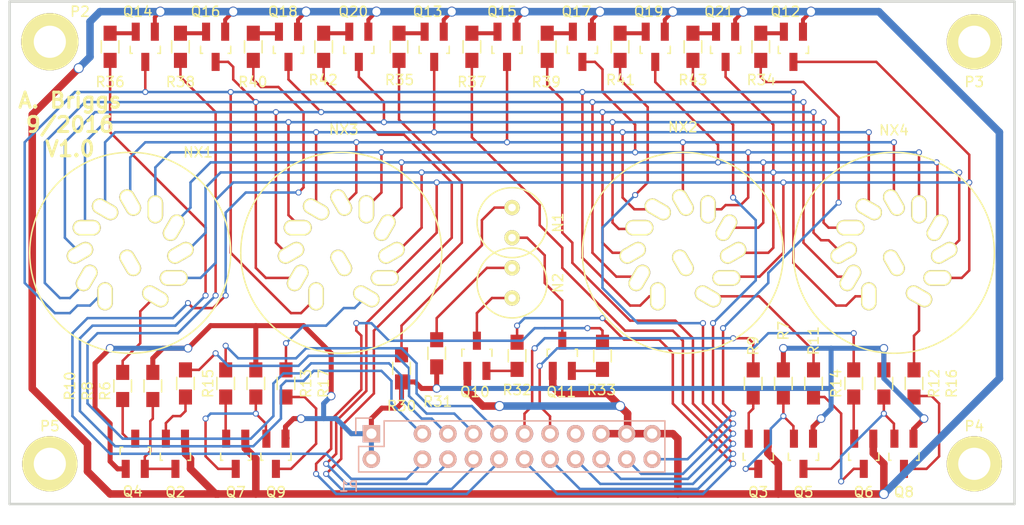
<source format=kicad_pcb>
(kicad_pcb (version 4) (host pcbnew 4.0.2-stable)

  (general
    (links 121)
    (no_connects 0)
    (area 76.291667 60.965 179.708334 114.827382)
    (thickness 1.6)
    (drawings 5)
    (tracks 780)
    (zones 0)
    (modules 57)
    (nets 70)
  )

  (page A4)
  (layers
    (0 F.Cu signal)
    (31 B.Cu signal)
    (32 B.Adhes user)
    (33 F.Adhes user hide)
    (34 B.Paste user)
    (35 F.Paste user)
    (36 B.SilkS user)
    (37 F.SilkS user)
    (38 B.Mask user)
    (39 F.Mask user)
    (40 Dwgs.User user)
    (41 Cmts.User user)
    (42 Eco1.User user)
    (43 Eco2.User user)
    (44 Edge.Cuts user)
    (45 Margin user)
    (46 B.CrtYd user)
    (47 F.CrtYd user)
    (48 B.Fab user)
    (49 F.Fab user)
  )

  (setup
    (last_trace_width 0.25)
    (user_trace_width 0.25)
    (user_trace_width 0.4)
    (trace_clearance 0.2)
    (zone_clearance 0.508)
    (zone_45_only no)
    (trace_min 0.25)
    (segment_width 0.2)
    (edge_width 0.25)
    (via_size 0.6)
    (via_drill 0.4)
    (via_min_size 0.4)
    (via_min_drill 0.3)
    (uvia_size 0.3)
    (uvia_drill 0.1)
    (uvias_allowed no)
    (uvia_min_size 0.2)
    (uvia_min_drill 0.1)
    (pcb_text_width 0.3)
    (pcb_text_size 1.5 1.5)
    (mod_edge_width 0.15)
    (mod_text_size 1 1)
    (mod_text_width 0.15)
    (pad_size 5.5 5.5)
    (pad_drill 3.2)
    (pad_to_mask_clearance 0)
    (aux_axis_origin 0 0)
    (visible_elements 7FFEFF7F)
    (pcbplotparams
      (layerselection 0x010f0_80000001)
      (usegerberextensions false)
      (excludeedgelayer true)
      (linewidth 0.100000)
      (plotframeref false)
      (viasonmask false)
      (mode 1)
      (useauxorigin false)
      (hpglpennumber 1)
      (hpglpenspeed 20)
      (hpglpendiameter 15)
      (hpglpenoverlay 2)
      (psnegative false)
      (psa4output false)
      (plotreference true)
      (plotvalue false)
      (plotinvisibletext false)
      (padsonsilk false)
      (subtractmaskfromsilk false)
      (outputformat 1)
      (mirror false)
      (drillshape 0)
      (scaleselection 1)
      (outputdirectory tube_shield_v1_0_gerber/))
  )

  (net 0 "")
  (net 1 "Net-(N1-Pad1)")
  (net 2 "Net-(N1-Pad2)")
  (net 3 "Net-(N2-Pad1)")
  (net 4 "Net-(N2-Pad2)")
  (net 5 "/Nixie Tubes/NIXIE_ZERO_CAT")
  (net 6 "/Nixie Tubes/NIXIE_NINE_CAT")
  (net 7 "/Nixie Tubes/NIXIE_EIGHT_CAT")
  (net 8 "/Nixie Tubes/NIXIE_SEVEN_CAT")
  (net 9 "/Nixie Tubes/NIXIE_SIX_CAT")
  (net 10 "/Nixie Tubes/NIXIE_FIVE_CAT")
  (net 11 "/Nixie Tubes/NIXIE_FOUR_CAT")
  (net 12 "/Nixie Tubes/NIXIE_THREE_CAT")
  (net 13 "/Nixie Tubes/NIXIE_TWO_CAT")
  (net 14 "/Nixie Tubes/NIXIE_ONE_CAT")
  (net 15 "Net-(NX1-Pad12)")
  (net 16 "Net-(NX2-Pad12)")
  (net 17 "Net-(NX3-Pad12)")
  (net 18 "Net-(NX4-Pad12)")
  (net 19 "/Nixie Control/MCU_SEL_ZERO")
  (net 20 "/Nixie Control/MCU_SEL_ONE")
  (net 21 "/Nixie Control/MCU_SEL_TWO")
  (net 22 "/Nixie Control/MCU_SEL_THREE")
  (net 23 "/Nixie Tubes/NIXIE_0_SEL")
  (net 24 "/Nixie Control/MCU_SEL_FOUR")
  (net 25 "/Nixie Tubes/NIXIE_1_SEL")
  (net 26 "/Nixie Control/MCU_SEL_FIVE")
  (net 27 "/Nixie Tubes/NIXIE_2_SEL")
  (net 28 "/Nixie Control/MCU_SEL_SIX")
  (net 29 "/Nixie Tubes/NIXIE_3_SEL")
  (net 30 "/Nixie Control/MCU_SEL_SEVEN")
  (net 31 "Net-(P1-Pad17)")
  (net 32 "/Nixie Control/MCU_SEL_EIGHT")
  (net 33 GND)
  (net 34 "/Nixie Control/MCU_SEL_NINE")
  (net 35 "/Colon Tubes/SEL_DOT_TOP")
  (net 36 "/Colon Tubes/SEL_DOT_BOT")
  (net 37 "Net-(Q2-Pad2)")
  (net 38 "Net-(Q2-Pad3)")
  (net 39 "Net-(Q3-Pad2)")
  (net 40 "Net-(Q3-Pad3)")
  (net 41 "Net-(Q6-Pad2)")
  (net 42 "Net-(Q6-Pad3)")
  (net 43 "Net-(Q7-Pad2)")
  (net 44 "Net-(Q7-Pad3)")
  (net 45 "Net-(Q10-Pad2)")
  (net 46 "Net-(Q11-Pad2)")
  (net 47 "Net-(Q12-Pad2)")
  (net 48 "Net-(Q13-Pad2)")
  (net 49 "Net-(Q14-Pad2)")
  (net 50 "Net-(Q15-Pad2)")
  (net 51 "Net-(Q16-Pad2)")
  (net 52 "Net-(Q17-Pad2)")
  (net 53 "Net-(Q18-Pad2)")
  (net 54 "Net-(Q19-Pad2)")
  (net 55 "Net-(Q20-Pad2)")
  (net 56 "Net-(Q21-Pad2)")
  (net 57 "Net-(P2-Pad1)")
  (net 58 "Net-(P3-Pad1)")
  (net 59 "Net-(P4-Pad1)")
  (net 60 "Net-(P5-Pad1)")
  (net 61 +170V)
  (net 62 "/Nixie Tubes/N0_A")
  (net 63 "/Nixie Tubes/N2_A")
  (net 64 "/Nixie Tubes/N1_A")
  (net 65 "/Nixie Tubes/N3_A")
  (net 66 "/Nixie Tubes/N0_E_R")
  (net 67 "/Nixie Tubes/N2_E_R")
  (net 68 "/Nixie Tubes/N3_E_R")
  (net 69 "/Nixie Tubes/N1_E_R")

  (net_class Default "This is the default net class."
    (clearance 0.2)
    (trace_width 0.25)
    (via_dia 0.6)
    (via_drill 0.4)
    (uvia_dia 0.3)
    (uvia_drill 0.1)
    (add_net "/Colon Tubes/SEL_DOT_BOT")
    (add_net "/Colon Tubes/SEL_DOT_TOP")
    (add_net "/Nixie Control/MCU_SEL_EIGHT")
    (add_net "/Nixie Control/MCU_SEL_FIVE")
    (add_net "/Nixie Control/MCU_SEL_FOUR")
    (add_net "/Nixie Control/MCU_SEL_NINE")
    (add_net "/Nixie Control/MCU_SEL_ONE")
    (add_net "/Nixie Control/MCU_SEL_SEVEN")
    (add_net "/Nixie Control/MCU_SEL_SIX")
    (add_net "/Nixie Control/MCU_SEL_THREE")
    (add_net "/Nixie Control/MCU_SEL_TWO")
    (add_net "/Nixie Control/MCU_SEL_ZERO")
    (add_net "/Nixie Tubes/N0_A")
    (add_net "/Nixie Tubes/N0_E_R")
    (add_net "/Nixie Tubes/N1_A")
    (add_net "/Nixie Tubes/N1_E_R")
    (add_net "/Nixie Tubes/N2_A")
    (add_net "/Nixie Tubes/N2_E_R")
    (add_net "/Nixie Tubes/N3_A")
    (add_net "/Nixie Tubes/N3_E_R")
    (add_net "/Nixie Tubes/NIXIE_0_SEL")
    (add_net "/Nixie Tubes/NIXIE_1_SEL")
    (add_net "/Nixie Tubes/NIXIE_2_SEL")
    (add_net "/Nixie Tubes/NIXIE_3_SEL")
    (add_net "/Nixie Tubes/NIXIE_EIGHT_CAT")
    (add_net "/Nixie Tubes/NIXIE_FIVE_CAT")
    (add_net "/Nixie Tubes/NIXIE_FOUR_CAT")
    (add_net "/Nixie Tubes/NIXIE_NINE_CAT")
    (add_net "/Nixie Tubes/NIXIE_ONE_CAT")
    (add_net "/Nixie Tubes/NIXIE_SEVEN_CAT")
    (add_net "/Nixie Tubes/NIXIE_SIX_CAT")
    (add_net "/Nixie Tubes/NIXIE_THREE_CAT")
    (add_net "/Nixie Tubes/NIXIE_TWO_CAT")
    (add_net "/Nixie Tubes/NIXIE_ZERO_CAT")
    (add_net "Net-(N1-Pad1)")
    (add_net "Net-(N1-Pad2)")
    (add_net "Net-(N2-Pad1)")
    (add_net "Net-(N2-Pad2)")
    (add_net "Net-(NX1-Pad12)")
    (add_net "Net-(NX2-Pad12)")
    (add_net "Net-(NX3-Pad12)")
    (add_net "Net-(NX4-Pad12)")
    (add_net "Net-(P1-Pad17)")
    (add_net "Net-(P2-Pad1)")
    (add_net "Net-(P3-Pad1)")
    (add_net "Net-(P4-Pad1)")
    (add_net "Net-(P5-Pad1)")
    (add_net "Net-(Q10-Pad2)")
    (add_net "Net-(Q11-Pad2)")
    (add_net "Net-(Q12-Pad2)")
    (add_net "Net-(Q13-Pad2)")
    (add_net "Net-(Q14-Pad2)")
    (add_net "Net-(Q15-Pad2)")
    (add_net "Net-(Q16-Pad2)")
    (add_net "Net-(Q17-Pad2)")
    (add_net "Net-(Q18-Pad2)")
    (add_net "Net-(Q19-Pad2)")
    (add_net "Net-(Q2-Pad2)")
    (add_net "Net-(Q2-Pad3)")
    (add_net "Net-(Q20-Pad2)")
    (add_net "Net-(Q21-Pad2)")
    (add_net "Net-(Q3-Pad2)")
    (add_net "Net-(Q3-Pad3)")
    (add_net "Net-(Q6-Pad2)")
    (add_net "Net-(Q6-Pad3)")
    (add_net "Net-(Q7-Pad2)")
    (add_net "Net-(Q7-Pad3)")
  )

  (net_class high_power ""
    (clearance 0.8)
    (trace_width 0.5)
    (via_dia 0.85)
    (via_drill 0.65)
    (uvia_dia 0.3)
    (uvia_drill 0.1)
    (add_net +170V)
  )

  (net_class power ""
    (clearance 0.4)
    (trace_width 0.75)
    (via_dia 1)
    (via_drill 0.8)
    (uvia_dia 0.3)
    (uvia_drill 0.1)
    (add_net GND)
  )

  (module Nixie:pl27-1pd (layer F.Cu) (tedit 57D8DB00) (tstamp 575DF750)
    (at 145 87 180)
    (path /51B41911/575CE558)
    (fp_text reference NX2 (at 0 12.5 180) (layer F.SilkS)
      (effects (font (size 1 1) (thickness 0.15)))
    )
    (fp_text value IN-8 (at 0 -11.43 180) (layer F.Fab)
      (effects (font (size 1 1) (thickness 0.15)))
    )
    (fp_circle (center 0 0) (end 0 -10) (layer F.SilkS) (width 0.15))
    (pad 12 thru_hole oval (at 0 -1 120) (size 2.8 1.55) (drill oval 2.5 1.25) (layers *.Cu *.Mask F.SilkS)
      (net 16 "Net-(NX2-Pad12)"))
    (pad 1 thru_hole oval (at 2.5 -4.330127 270) (size 2.8 1.55) (drill oval 2.5 1.25) (layers *.Cu *.Mask F.SilkS)
      (net 14 "/Nixie Tubes/NIXIE_ONE_CAT"))
    (pad 11 thru_hole oval (at -2.5 -4.330127 330) (size 2.8 1.55) (drill oval 2.5 1.25) (layers *.Cu *.Mask F.SilkS)
      (net 63 "/Nixie Tubes/N2_A"))
    (pad 10 thru_hole oval (at -4.330127 -2.5) (size 2.8 1.55) (drill oval 2.5 1.25) (layers *.Cu *.Mask F.SilkS)
      (net 5 "/Nixie Tubes/NIXIE_ZERO_CAT"))
    (pad 9 thru_hole oval (at -5 0 30) (size 2.8 1.55) (drill oval 2.5 1.25) (layers *.Cu *.Mask F.SilkS)
      (net 6 "/Nixie Tubes/NIXIE_NINE_CAT"))
    (pad 8 thru_hole oval (at -4.330127 2.5 60) (size 2.8 1.55) (drill oval 2.5 1.25) (layers *.Cu *.Mask F.SilkS)
      (net 7 "/Nixie Tubes/NIXIE_EIGHT_CAT"))
    (pad 7 thru_hole oval (at -2.5 4.330127 90) (size 2.8 1.55) (drill oval 2.5 1.25) (layers *.Cu *.Mask F.SilkS)
      (net 8 "/Nixie Tubes/NIXIE_SEVEN_CAT"))
    (pad 6 thru_hole oval (at 0 5 120) (size 2.8 1.55) (drill oval 2.5 1.25) (layers *.Cu *.Mask F.SilkS)
      (net 9 "/Nixie Tubes/NIXIE_SIX_CAT"))
    (pad 5 thru_hole oval (at 2.5 4.330127 150) (size 2.8 1.55) (drill oval 2.5 1.25) (layers *.Cu *.Mask F.SilkS)
      (net 10 "/Nixie Tubes/NIXIE_FIVE_CAT"))
    (pad 4 thru_hole oval (at 4.330127 2.5 180) (size 2.8 1.55) (drill oval 2.5 1.25) (layers *.Cu *.Mask F.SilkS)
      (net 11 "/Nixie Tubes/NIXIE_FOUR_CAT"))
    (pad 3 thru_hole oval (at 5 0 210) (size 2.8 1.55) (drill oval 2.5 1.25) (layers *.Cu *.Mask F.SilkS)
      (net 12 "/Nixie Tubes/NIXIE_THREE_CAT"))
    (pad 2 thru_hole oval (at 4.330127 -2.5 240) (size 2.8 1.55) (drill oval 2.5 1.25) (layers *.Cu *.Mask F.SilkS)
      (net 13 "/Nixie Tubes/NIXIE_TWO_CAT"))
  )

  (module Nixie:pl27-1pd locked (layer F.Cu) (tedit 57D8D898) (tstamp 575DF73F)
    (at 90 87 180)
    (path /51B41911/51B42285)
    (fp_text reference NX1 (at -6.75 10 180) (layer F.SilkS)
      (effects (font (size 1 1) (thickness 0.15)))
    )
    (fp_text value IN-8 (at 0 -11.43 180) (layer F.Fab)
      (effects (font (size 1 1) (thickness 0.15)))
    )
    (fp_circle (center 0 0) (end 0 -10) (layer F.SilkS) (width 0.15))
    (pad 12 thru_hole oval (at 0 -1 120) (size 2.8 1.55) (drill oval 2.5 1.25) (layers *.Cu *.Mask F.SilkS)
      (net 15 "Net-(NX1-Pad12)"))
    (pad 1 thru_hole oval (at 2.5 -4.330127 270) (size 2.8 1.55) (drill oval 2.5 1.25) (layers *.Cu *.Mask F.SilkS)
      (net 14 "/Nixie Tubes/NIXIE_ONE_CAT"))
    (pad 11 thru_hole oval (at -2.5 -4.330127 330) (size 2.8 1.55) (drill oval 2.5 1.25) (layers *.Cu *.Mask F.SilkS)
      (net 62 "/Nixie Tubes/N0_A"))
    (pad 10 thru_hole oval (at -4.330127 -2.5) (size 2.8 1.55) (drill oval 2.5 1.25) (layers *.Cu *.Mask F.SilkS)
      (net 5 "/Nixie Tubes/NIXIE_ZERO_CAT"))
    (pad 9 thru_hole oval (at -5 0 30) (size 2.8 1.55) (drill oval 2.5 1.25) (layers *.Cu *.Mask F.SilkS)
      (net 6 "/Nixie Tubes/NIXIE_NINE_CAT"))
    (pad 8 thru_hole oval (at -4.330127 2.5 60) (size 2.8 1.55) (drill oval 2.5 1.25) (layers *.Cu *.Mask F.SilkS)
      (net 7 "/Nixie Tubes/NIXIE_EIGHT_CAT"))
    (pad 7 thru_hole oval (at -2.5 4.330127 90) (size 2.8 1.55) (drill oval 2.5 1.25) (layers *.Cu *.Mask F.SilkS)
      (net 8 "/Nixie Tubes/NIXIE_SEVEN_CAT"))
    (pad 6 thru_hole oval (at 0 5 120) (size 2.8 1.55) (drill oval 2.5 1.25) (layers *.Cu *.Mask F.SilkS)
      (net 9 "/Nixie Tubes/NIXIE_SIX_CAT"))
    (pad 5 thru_hole oval (at 2.5 4.330127 150) (size 2.8 1.55) (drill oval 2.5 1.25) (layers *.Cu *.Mask F.SilkS)
      (net 10 "/Nixie Tubes/NIXIE_FIVE_CAT"))
    (pad 4 thru_hole oval (at 4.330127 2.5 180) (size 2.8 1.55) (drill oval 2.5 1.25) (layers *.Cu *.Mask F.SilkS)
      (net 11 "/Nixie Tubes/NIXIE_FOUR_CAT"))
    (pad 3 thru_hole oval (at 5 0 210) (size 2.8 1.55) (drill oval 2.5 1.25) (layers *.Cu *.Mask F.SilkS)
      (net 12 "/Nixie Tubes/NIXIE_THREE_CAT"))
    (pad 2 thru_hole oval (at 4.330127 -2.5 240) (size 2.8 1.55) (drill oval 2.5 1.25) (layers *.Cu *.Mask F.SilkS)
      (net 13 "/Nixie Tubes/NIXIE_TWO_CAT"))
  )

  (module Nixie:pl27-1pd (layer F.Cu) (tedit 579D2595) (tstamp 575DF772)
    (at 166 87 180)
    (path /51B41911/575CE601)
    (fp_text reference NX4 (at 0 12.192 180) (layer F.SilkS)
      (effects (font (size 1 1) (thickness 0.15)))
    )
    (fp_text value IN-8 (at 0 -11.43 180) (layer F.Fab)
      (effects (font (size 1 1) (thickness 0.15)))
    )
    (fp_circle (center 0 0) (end 0 -10) (layer F.SilkS) (width 0.15))
    (pad 12 thru_hole oval (at 0 -1 120) (size 2.8 1.55) (drill oval 2.5 1.25) (layers *.Cu *.Mask F.SilkS)
      (net 18 "Net-(NX4-Pad12)"))
    (pad 1 thru_hole oval (at 2.5 -4.330127 270) (size 2.8 1.55) (drill oval 2.5 1.25) (layers *.Cu *.Mask F.SilkS)
      (net 14 "/Nixie Tubes/NIXIE_ONE_CAT"))
    (pad 11 thru_hole oval (at -2.5 -4.330127 330) (size 2.8 1.55) (drill oval 2.5 1.25) (layers *.Cu *.Mask F.SilkS)
      (net 65 "/Nixie Tubes/N3_A"))
    (pad 10 thru_hole oval (at -4.330127 -2.5) (size 2.8 1.55) (drill oval 2.5 1.25) (layers *.Cu *.Mask F.SilkS)
      (net 5 "/Nixie Tubes/NIXIE_ZERO_CAT"))
    (pad 9 thru_hole oval (at -5 0 30) (size 2.8 1.55) (drill oval 2.5 1.25) (layers *.Cu *.Mask F.SilkS)
      (net 6 "/Nixie Tubes/NIXIE_NINE_CAT"))
    (pad 8 thru_hole oval (at -4.330127 2.5 60) (size 2.8 1.55) (drill oval 2.5 1.25) (layers *.Cu *.Mask F.SilkS)
      (net 7 "/Nixie Tubes/NIXIE_EIGHT_CAT"))
    (pad 7 thru_hole oval (at -2.5 4.330127 90) (size 2.8 1.55) (drill oval 2.5 1.25) (layers *.Cu *.Mask F.SilkS)
      (net 8 "/Nixie Tubes/NIXIE_SEVEN_CAT"))
    (pad 6 thru_hole oval (at 0 5 120) (size 2.8 1.55) (drill oval 2.5 1.25) (layers *.Cu *.Mask F.SilkS)
      (net 9 "/Nixie Tubes/NIXIE_SIX_CAT"))
    (pad 5 thru_hole oval (at 2.5 4.330127 150) (size 2.8 1.55) (drill oval 2.5 1.25) (layers *.Cu *.Mask F.SilkS)
      (net 10 "/Nixie Tubes/NIXIE_FIVE_CAT"))
    (pad 4 thru_hole oval (at 4.330127 2.5 180) (size 2.8 1.55) (drill oval 2.5 1.25) (layers *.Cu *.Mask F.SilkS)
      (net 11 "/Nixie Tubes/NIXIE_FOUR_CAT"))
    (pad 3 thru_hole oval (at 5 0 210) (size 2.8 1.55) (drill oval 2.5 1.25) (layers *.Cu *.Mask F.SilkS)
      (net 12 "/Nixie Tubes/NIXIE_THREE_CAT"))
    (pad 2 thru_hole oval (at 4.330127 -2.5 240) (size 2.8 1.55) (drill oval 2.5 1.25) (layers *.Cu *.Mask F.SilkS)
      (net 13 "/Nixie Tubes/NIXIE_TWO_CAT"))
  )

  (module Mounting_Holes:MountingHole_3.2mm_M3_ISO14580_Pad (layer F.Cu) (tedit 56D1B4CB) (tstamp 575DFC7C)
    (at 82 108)
    (descr "Mounting Hole 3.2mm, M3, ISO14580")
    (tags "mounting hole 3.2mm m3 iso14580")
    (path /575E0F84)
    (fp_text reference P5 (at 0 -3.75) (layer F.SilkS)
      (effects (font (size 1 1) (thickness 0.15)))
    )
    (fp_text value CONN_01X01 (at 0 3.75) (layer F.Fab)
      (effects (font (size 1 1) (thickness 0.15)))
    )
    (fp_circle (center 0 0) (end 2.75 0) (layer Cmts.User) (width 0.15))
    (fp_circle (center 0 0) (end 3 0) (layer F.CrtYd) (width 0.05))
    (pad 1 thru_hole circle (at 0 0) (size 5.5 5.5) (drill 3.2) (layers *.Cu *.Mask F.SilkS)
      (net 60 "Net-(P5-Pad1)"))
  )

  (module Mounting_Holes:MountingHole_3.2mm_M3_ISO14580_Pad (layer F.Cu) (tedit 56D1B4CB) (tstamp 575DFC77)
    (at 174 108)
    (descr "Mounting Hole 3.2mm, M3, ISO14580")
    (tags "mounting hole 3.2mm m3 iso14580")
    (path /575E0E84)
    (fp_text reference P4 (at 0 -3.75) (layer F.SilkS)
      (effects (font (size 1 1) (thickness 0.15)))
    )
    (fp_text value CONN_01X01 (at 0 3.75) (layer F.Fab)
      (effects (font (size 1 1) (thickness 0.15)))
    )
    (fp_circle (center 0 0) (end 2.75 0) (layer Cmts.User) (width 0.15))
    (fp_circle (center 0 0) (end 3 0) (layer F.CrtYd) (width 0.05))
    (pad 1 thru_hole circle (at 0 0) (size 5.5 5.5) (drill 3.2) (layers *.Cu *.Mask F.SilkS)
      (net 59 "Net-(P4-Pad1)"))
  )

  (module Mounting_Holes:MountingHole_3.2mm_M3_ISO14580_Pad (layer F.Cu) (tedit 57D5F1CB) (tstamp 575DFC72)
    (at 174 66)
    (descr "Mounting Hole 3.2mm, M3, ISO14580")
    (tags "mounting hole 3.2mm m3 iso14580")
    (path /575E0D8B)
    (fp_text reference P3 (at 0 4) (layer F.SilkS)
      (effects (font (size 1 1) (thickness 0.15)))
    )
    (fp_text value CONN_01X01 (at 0 3.75) (layer F.Fab)
      (effects (font (size 1 1) (thickness 0.15)))
    )
    (fp_circle (center 0 0) (end 2.75 0) (layer Cmts.User) (width 0.15))
    (fp_circle (center 0 0) (end 3 0) (layer F.CrtYd) (width 0.05))
    (pad 1 thru_hole circle (at 0 0) (size 5.5 5.5) (drill 3.2) (layers *.Cu *.Mask F.SilkS)
      (net 58 "Net-(P3-Pad1)"))
  )

  (module Mounting_Holes:MountingHole_3.2mm_M3_ISO7380_Pad (layer F.Cu) (tedit 57D8DAF4) (tstamp 575DFC6D)
    (at 82 66)
    (descr "Mounting Hole 3.2mm, M3, ISO7380")
    (tags "mounting hole 3.2mm m3 iso7380")
    (path /575DFF28)
    (fp_text reference P2 (at 3 -3) (layer F.SilkS)
      (effects (font (size 1 1) (thickness 0.15)))
    )
    (fp_text value CONN_01X01 (at 0 3.85) (layer F.Fab)
      (effects (font (size 1 1) (thickness 0.15)))
    )
    (fp_circle (center 0 0) (end 2.85 0) (layer Cmts.User) (width 0.15))
    (fp_circle (center 0 0) (end 3.1 0) (layer F.CrtYd) (width 0.05))
    (pad 1 thru_hole circle (at 0 0) (size 5.7 5.7) (drill 3.2) (layers *.Cu *.Mask F.SilkS)
      (net 57 "Net-(P2-Pad1)"))
  )

  (module Resistors_SMD:R_0805_HandSoldering (layer F.Cu) (tedit 57D5F171) (tstamp 575DF9A2)
    (at 146 66.5 270)
    (descr "Resistor SMD 0805, hand soldering")
    (tags "resistor 0805")
    (path /51B53B8A/575DF16F)
    (attr smd)
    (fp_text reference R43 (at 3.3 0 360) (layer F.SilkS)
      (effects (font (size 1 1) (thickness 0.15)))
    )
    (fp_text value 4.7k (at 0 2.1 270) (layer F.Fab)
      (effects (font (size 1 1) (thickness 0.15)))
    )
    (fp_line (start -2.4 -1) (end 2.4 -1) (layer F.CrtYd) (width 0.05))
    (fp_line (start -2.4 1) (end 2.4 1) (layer F.CrtYd) (width 0.05))
    (fp_line (start -2.4 -1) (end -2.4 1) (layer F.CrtYd) (width 0.05))
    (fp_line (start 2.4 -1) (end 2.4 1) (layer F.CrtYd) (width 0.05))
    (fp_line (start 0.6 0.875) (end -0.6 0.875) (layer F.SilkS) (width 0.15))
    (fp_line (start -0.6 -0.875) (end 0.6 -0.875) (layer F.SilkS) (width 0.15))
    (pad 1 smd rect (at -1.35 0 270) (size 1.5 1.3) (layers F.Cu F.Paste F.Mask)
      (net 56 "Net-(Q21-Pad2)"))
    (pad 2 smd rect (at 1.35 0 270) (size 1.5 1.3) (layers F.Cu F.Paste F.Mask)
      (net 34 "/Nixie Control/MCU_SEL_NINE"))
    (model Resistors_SMD.3dshapes/R_0805_HandSoldering.wrl
      (at (xyz 0 0 0))
      (scale (xyz 1 1 1))
      (rotate (xyz 0 0 0))
    )
  )

  (module Resistors_SMD:R_0805_HandSoldering (layer F.Cu) (tedit 57D5F134) (tstamp 575DF996)
    (at 109.25 66.5 270)
    (descr "Resistor SMD 0805, hand soldering")
    (tags "resistor 0805")
    (path /51B53B8A/575DEECA)
    (attr smd)
    (fp_text reference R42 (at 3.3 0.05 360) (layer F.SilkS)
      (effects (font (size 1 1) (thickness 0.15)))
    )
    (fp_text value 4.7k (at 0 2.1 270) (layer F.Fab)
      (effects (font (size 1 1) (thickness 0.15)))
    )
    (fp_line (start -2.4 -1) (end 2.4 -1) (layer F.CrtYd) (width 0.05))
    (fp_line (start -2.4 1) (end 2.4 1) (layer F.CrtYd) (width 0.05))
    (fp_line (start -2.4 -1) (end -2.4 1) (layer F.CrtYd) (width 0.05))
    (fp_line (start 2.4 -1) (end 2.4 1) (layer F.CrtYd) (width 0.05))
    (fp_line (start 0.6 0.875) (end -0.6 0.875) (layer F.SilkS) (width 0.15))
    (fp_line (start -0.6 -0.875) (end 0.6 -0.875) (layer F.SilkS) (width 0.15))
    (pad 1 smd rect (at -1.35 0 270) (size 1.5 1.3) (layers F.Cu F.Paste F.Mask)
      (net 55 "Net-(Q20-Pad2)"))
    (pad 2 smd rect (at 1.35 0 270) (size 1.5 1.3) (layers F.Cu F.Paste F.Mask)
      (net 24 "/Nixie Control/MCU_SEL_FOUR"))
    (model Resistors_SMD.3dshapes/R_0805_HandSoldering.wrl
      (at (xyz 0 0 0))
      (scale (xyz 1 1 1))
      (rotate (xyz 0 0 0))
    )
  )

  (module Resistors_SMD:R_0805_HandSoldering (layer F.Cu) (tedit 57D5F156) (tstamp 575DF98A)
    (at 138.75 66.5 270)
    (descr "Resistor SMD 0805, hand soldering")
    (tags "resistor 0805")
    (path /51B53B8A/575DF116)
    (attr smd)
    (fp_text reference R41 (at 3.3 -0.05 360) (layer F.SilkS)
      (effects (font (size 1 1) (thickness 0.15)))
    )
    (fp_text value 4.7k (at 0 2.1 270) (layer F.Fab)
      (effects (font (size 1 1) (thickness 0.15)))
    )
    (fp_line (start -2.4 -1) (end 2.4 -1) (layer F.CrtYd) (width 0.05))
    (fp_line (start -2.4 1) (end 2.4 1) (layer F.CrtYd) (width 0.05))
    (fp_line (start -2.4 -1) (end -2.4 1) (layer F.CrtYd) (width 0.05))
    (fp_line (start 2.4 -1) (end 2.4 1) (layer F.CrtYd) (width 0.05))
    (fp_line (start 0.6 0.875) (end -0.6 0.875) (layer F.SilkS) (width 0.15))
    (fp_line (start -0.6 -0.875) (end 0.6 -0.875) (layer F.SilkS) (width 0.15))
    (pad 1 smd rect (at -1.35 0 270) (size 1.5 1.3) (layers F.Cu F.Paste F.Mask)
      (net 54 "Net-(Q19-Pad2)"))
    (pad 2 smd rect (at 1.35 0 270) (size 1.5 1.3) (layers F.Cu F.Paste F.Mask)
      (net 32 "/Nixie Control/MCU_SEL_EIGHT"))
    (model Resistors_SMD.3dshapes/R_0805_HandSoldering.wrl
      (at (xyz 0 0 0))
      (scale (xyz 1 1 1))
      (rotate (xyz 0 0 0))
    )
  )

  (module Resistors_SMD:R_0805_HandSoldering (layer F.Cu) (tedit 57D5F12A) (tstamp 575DF97E)
    (at 102.25 66.5 270)
    (descr "Resistor SMD 0805, hand soldering")
    (tags "resistor 0805")
    (path /51B53B8A/575DEE46)
    (attr smd)
    (fp_text reference R40 (at 3.5 0.05 360) (layer F.SilkS)
      (effects (font (size 1 1) (thickness 0.15)))
    )
    (fp_text value 4.7k (at 0 2.1 270) (layer F.Fab)
      (effects (font (size 1 1) (thickness 0.15)))
    )
    (fp_line (start -2.4 -1) (end 2.4 -1) (layer F.CrtYd) (width 0.05))
    (fp_line (start -2.4 1) (end 2.4 1) (layer F.CrtYd) (width 0.05))
    (fp_line (start -2.4 -1) (end -2.4 1) (layer F.CrtYd) (width 0.05))
    (fp_line (start 2.4 -1) (end 2.4 1) (layer F.CrtYd) (width 0.05))
    (fp_line (start 0.6 0.875) (end -0.6 0.875) (layer F.SilkS) (width 0.15))
    (fp_line (start -0.6 -0.875) (end 0.6 -0.875) (layer F.SilkS) (width 0.15))
    (pad 1 smd rect (at -1.35 0 270) (size 1.5 1.3) (layers F.Cu F.Paste F.Mask)
      (net 53 "Net-(Q18-Pad2)"))
    (pad 2 smd rect (at 1.35 0 270) (size 1.5 1.3) (layers F.Cu F.Paste F.Mask)
      (net 22 "/Nixie Control/MCU_SEL_THREE"))
    (model Resistors_SMD.3dshapes/R_0805_HandSoldering.wrl
      (at (xyz 0 0 0))
      (scale (xyz 1 1 1))
      (rotate (xyz 0 0 0))
    )
  )

  (module Resistors_SMD:R_0805_HandSoldering (layer F.Cu) (tedit 57D5F149) (tstamp 575DF972)
    (at 131.5 66.5 270)
    (descr "Resistor SMD 0805, hand soldering")
    (tags "resistor 0805")
    (path /51B53B8A/575DF098)
    (attr smd)
    (fp_text reference R39 (at 3.5 0.1 360) (layer F.SilkS)
      (effects (font (size 1 1) (thickness 0.15)))
    )
    (fp_text value 4.7k (at 0 2.1 270) (layer F.Fab)
      (effects (font (size 1 1) (thickness 0.15)))
    )
    (fp_line (start -2.4 -1) (end 2.4 -1) (layer F.CrtYd) (width 0.05))
    (fp_line (start -2.4 1) (end 2.4 1) (layer F.CrtYd) (width 0.05))
    (fp_line (start -2.4 -1) (end -2.4 1) (layer F.CrtYd) (width 0.05))
    (fp_line (start 2.4 -1) (end 2.4 1) (layer F.CrtYd) (width 0.05))
    (fp_line (start 0.6 0.875) (end -0.6 0.875) (layer F.SilkS) (width 0.15))
    (fp_line (start -0.6 -0.875) (end 0.6 -0.875) (layer F.SilkS) (width 0.15))
    (pad 1 smd rect (at -1.35 0 270) (size 1.5 1.3) (layers F.Cu F.Paste F.Mask)
      (net 52 "Net-(Q17-Pad2)"))
    (pad 2 smd rect (at 1.35 0 270) (size 1.5 1.3) (layers F.Cu F.Paste F.Mask)
      (net 30 "/Nixie Control/MCU_SEL_SEVEN"))
    (model Resistors_SMD.3dshapes/R_0805_HandSoldering.wrl
      (at (xyz 0 0 0))
      (scale (xyz 1 1 1))
      (rotate (xyz 0 0 0))
    )
  )

  (module Resistors_SMD:R_0805_HandSoldering (layer F.Cu) (tedit 57D5F122) (tstamp 575DF966)
    (at 95 66.5 270)
    (descr "Resistor SMD 0805, hand soldering")
    (tags "resistor 0805")
    (path /51B53B8A/575DED8F)
    (attr smd)
    (fp_text reference R38 (at 3.5 0 360) (layer F.SilkS)
      (effects (font (size 1 1) (thickness 0.15)))
    )
    (fp_text value 4.7k (at 0 2.1 270) (layer F.Fab)
      (effects (font (size 1 1) (thickness 0.15)))
    )
    (fp_line (start -2.4 -1) (end 2.4 -1) (layer F.CrtYd) (width 0.05))
    (fp_line (start -2.4 1) (end 2.4 1) (layer F.CrtYd) (width 0.05))
    (fp_line (start -2.4 -1) (end -2.4 1) (layer F.CrtYd) (width 0.05))
    (fp_line (start 2.4 -1) (end 2.4 1) (layer F.CrtYd) (width 0.05))
    (fp_line (start 0.6 0.875) (end -0.6 0.875) (layer F.SilkS) (width 0.15))
    (fp_line (start -0.6 -0.875) (end 0.6 -0.875) (layer F.SilkS) (width 0.15))
    (pad 1 smd rect (at -1.35 0 270) (size 1.5 1.3) (layers F.Cu F.Paste F.Mask)
      (net 51 "Net-(Q16-Pad2)"))
    (pad 2 smd rect (at 1.35 0 270) (size 1.5 1.3) (layers F.Cu F.Paste F.Mask)
      (net 21 "/Nixie Control/MCU_SEL_TWO"))
    (model Resistors_SMD.3dshapes/R_0805_HandSoldering.wrl
      (at (xyz 0 0 0))
      (scale (xyz 1 1 1))
      (rotate (xyz 0 0 0))
    )
  )

  (module Resistors_SMD:R_0805_HandSoldering (layer F.Cu) (tedit 57D5F141) (tstamp 575DF95A)
    (at 124 66.5 270)
    (descr "Resistor SMD 0805, hand soldering")
    (tags "resistor 0805")
    (path /51B53B8A/575DF021)
    (attr smd)
    (fp_text reference R37 (at 3.5 0 360) (layer F.SilkS)
      (effects (font (size 1 1) (thickness 0.15)))
    )
    (fp_text value 4.7k (at 0 2.1 270) (layer F.Fab)
      (effects (font (size 1 1) (thickness 0.15)))
    )
    (fp_line (start -2.4 -1) (end 2.4 -1) (layer F.CrtYd) (width 0.05))
    (fp_line (start -2.4 1) (end 2.4 1) (layer F.CrtYd) (width 0.05))
    (fp_line (start -2.4 -1) (end -2.4 1) (layer F.CrtYd) (width 0.05))
    (fp_line (start 2.4 -1) (end 2.4 1) (layer F.CrtYd) (width 0.05))
    (fp_line (start 0.6 0.875) (end -0.6 0.875) (layer F.SilkS) (width 0.15))
    (fp_line (start -0.6 -0.875) (end 0.6 -0.875) (layer F.SilkS) (width 0.15))
    (pad 1 smd rect (at -1.35 0 270) (size 1.5 1.3) (layers F.Cu F.Paste F.Mask)
      (net 50 "Net-(Q15-Pad2)"))
    (pad 2 smd rect (at 1.35 0 270) (size 1.5 1.3) (layers F.Cu F.Paste F.Mask)
      (net 28 "/Nixie Control/MCU_SEL_SIX"))
    (model Resistors_SMD.3dshapes/R_0805_HandSoldering.wrl
      (at (xyz 0 0 0))
      (scale (xyz 1 1 1))
      (rotate (xyz 0 0 0))
    )
  )

  (module Resistors_SMD:R_0805_HandSoldering (layer F.Cu) (tedit 57D5F116) (tstamp 575DF94E)
    (at 88 66.5 270)
    (descr "Resistor SMD 0805, hand soldering")
    (tags "resistor 0805")
    (path /51B53B8A/575DEB91)
    (attr smd)
    (fp_text reference R36 (at 3.5 0 360) (layer F.SilkS)
      (effects (font (size 1 1) (thickness 0.15)))
    )
    (fp_text value 4.7k (at 0 2.1 270) (layer F.Fab)
      (effects (font (size 1 1) (thickness 0.15)))
    )
    (fp_line (start -2.4 -1) (end 2.4 -1) (layer F.CrtYd) (width 0.05))
    (fp_line (start -2.4 1) (end 2.4 1) (layer F.CrtYd) (width 0.05))
    (fp_line (start -2.4 -1) (end -2.4 1) (layer F.CrtYd) (width 0.05))
    (fp_line (start 2.4 -1) (end 2.4 1) (layer F.CrtYd) (width 0.05))
    (fp_line (start 0.6 0.875) (end -0.6 0.875) (layer F.SilkS) (width 0.15))
    (fp_line (start -0.6 -0.875) (end 0.6 -0.875) (layer F.SilkS) (width 0.15))
    (pad 1 smd rect (at -1.35 0 270) (size 1.5 1.3) (layers F.Cu F.Paste F.Mask)
      (net 49 "Net-(Q14-Pad2)"))
    (pad 2 smd rect (at 1.35 0 270) (size 1.5 1.3) (layers F.Cu F.Paste F.Mask)
      (net 20 "/Nixie Control/MCU_SEL_ONE"))
    (model Resistors_SMD.3dshapes/R_0805_HandSoldering.wrl
      (at (xyz 0 0 0))
      (scale (xyz 1 1 1))
      (rotate (xyz 0 0 0))
    )
  )

  (module Resistors_SMD:R_0805_HandSoldering (layer F.Cu) (tedit 57D5F13B) (tstamp 575DF942)
    (at 116.75 66.5 270)
    (descr "Resistor SMD 0805, hand soldering")
    (tags "resistor 0805")
    (path /51B53B8A/575DEFA7)
    (attr smd)
    (fp_text reference R35 (at 3.3 -0.05 360) (layer F.SilkS)
      (effects (font (size 1 1) (thickness 0.15)))
    )
    (fp_text value 4.7k (at 0 2.1 270) (layer F.Fab)
      (effects (font (size 1 1) (thickness 0.15)))
    )
    (fp_line (start -2.4 -1) (end 2.4 -1) (layer F.CrtYd) (width 0.05))
    (fp_line (start -2.4 1) (end 2.4 1) (layer F.CrtYd) (width 0.05))
    (fp_line (start -2.4 -1) (end -2.4 1) (layer F.CrtYd) (width 0.05))
    (fp_line (start 2.4 -1) (end 2.4 1) (layer F.CrtYd) (width 0.05))
    (fp_line (start 0.6 0.875) (end -0.6 0.875) (layer F.SilkS) (width 0.15))
    (fp_line (start -0.6 -0.875) (end 0.6 -0.875) (layer F.SilkS) (width 0.15))
    (pad 1 smd rect (at -1.35 0 270) (size 1.5 1.3) (layers F.Cu F.Paste F.Mask)
      (net 48 "Net-(Q13-Pad2)"))
    (pad 2 smd rect (at 1.35 0 270) (size 1.5 1.3) (layers F.Cu F.Paste F.Mask)
      (net 26 "/Nixie Control/MCU_SEL_FIVE"))
    (model Resistors_SMD.3dshapes/R_0805_HandSoldering.wrl
      (at (xyz 0 0 0))
      (scale (xyz 1 1 1))
      (rotate (xyz 0 0 0))
    )
  )

  (module Resistors_SMD:R_0805_HandSoldering (layer F.Cu) (tedit 57D5F177) (tstamp 575DF936)
    (at 152.75 66.5 270)
    (descr "Resistor SMD 0805, hand soldering")
    (tags "resistor 0805")
    (path /51B53B8A/575DE792)
    (attr smd)
    (fp_text reference R34 (at 3.3 -0.05 360) (layer F.SilkS)
      (effects (font (size 1 1) (thickness 0.15)))
    )
    (fp_text value 4.7k (at 0 2.1 270) (layer F.Fab)
      (effects (font (size 1 1) (thickness 0.15)))
    )
    (fp_line (start -2.4 -1) (end 2.4 -1) (layer F.CrtYd) (width 0.05))
    (fp_line (start -2.4 1) (end 2.4 1) (layer F.CrtYd) (width 0.05))
    (fp_line (start -2.4 -1) (end -2.4 1) (layer F.CrtYd) (width 0.05))
    (fp_line (start 2.4 -1) (end 2.4 1) (layer F.CrtYd) (width 0.05))
    (fp_line (start 0.6 0.875) (end -0.6 0.875) (layer F.SilkS) (width 0.15))
    (fp_line (start -0.6 -0.875) (end 0.6 -0.875) (layer F.SilkS) (width 0.15))
    (pad 1 smd rect (at -1.35 0 270) (size 1.5 1.3) (layers F.Cu F.Paste F.Mask)
      (net 47 "Net-(Q12-Pad2)"))
    (pad 2 smd rect (at 1.35 0 270) (size 1.5 1.3) (layers F.Cu F.Paste F.Mask)
      (net 19 "/Nixie Control/MCU_SEL_ZERO"))
    (model Resistors_SMD.3dshapes/R_0805_HandSoldering.wrl
      (at (xyz 0 0 0))
      (scale (xyz 1 1 1))
      (rotate (xyz 0 0 0))
    )
  )

  (module Resistors_SMD:R_0805_HandSoldering (layer F.Cu) (tedit 57D5F18A) (tstamp 575DF92A)
    (at 137 97.25 90)
    (descr "Resistor SMD 0805, hand soldering")
    (tags "resistor 0805")
    (path /54DBB7B0/575E0C36)
    (attr smd)
    (fp_text reference R33 (at -3.4 -0.1 180) (layer F.SilkS)
      (effects (font (size 1 1) (thickness 0.15)))
    )
    (fp_text value 4.7k (at 0 2.1 90) (layer F.Fab)
      (effects (font (size 1 1) (thickness 0.15)))
    )
    (fp_line (start -2.4 -1) (end 2.4 -1) (layer F.CrtYd) (width 0.05))
    (fp_line (start -2.4 1) (end 2.4 1) (layer F.CrtYd) (width 0.05))
    (fp_line (start -2.4 -1) (end -2.4 1) (layer F.CrtYd) (width 0.05))
    (fp_line (start 2.4 -1) (end 2.4 1) (layer F.CrtYd) (width 0.05))
    (fp_line (start 0.6 0.875) (end -0.6 0.875) (layer F.SilkS) (width 0.15))
    (fp_line (start -0.6 -0.875) (end 0.6 -0.875) (layer F.SilkS) (width 0.15))
    (pad 1 smd rect (at -1.35 0 90) (size 1.5 1.3) (layers F.Cu F.Paste F.Mask)
      (net 46 "Net-(Q11-Pad2)"))
    (pad 2 smd rect (at 1.35 0 90) (size 1.5 1.3) (layers F.Cu F.Paste F.Mask)
      (net 36 "/Colon Tubes/SEL_DOT_BOT"))
    (model Resistors_SMD.3dshapes/R_0805_HandSoldering.wrl
      (at (xyz 0 0 0))
      (scale (xyz 1 1 1))
      (rotate (xyz 0 0 0))
    )
  )

  (module Resistors_SMD:R_0805_HandSoldering (layer F.Cu) (tedit 57D5F187) (tstamp 575DF91E)
    (at 128.5 97.25 90)
    (descr "Resistor SMD 0805, hand soldering")
    (tags "resistor 0805")
    (path /54DBB7B0/575E0B78)
    (attr smd)
    (fp_text reference R32 (at -3.4 0 180) (layer F.SilkS)
      (effects (font (size 1 1) (thickness 0.15)))
    )
    (fp_text value 4.7k (at 0 2.1 90) (layer F.Fab)
      (effects (font (size 1 1) (thickness 0.15)))
    )
    (fp_line (start -2.4 -1) (end 2.4 -1) (layer F.CrtYd) (width 0.05))
    (fp_line (start -2.4 1) (end 2.4 1) (layer F.CrtYd) (width 0.05))
    (fp_line (start -2.4 -1) (end -2.4 1) (layer F.CrtYd) (width 0.05))
    (fp_line (start 2.4 -1) (end 2.4 1) (layer F.CrtYd) (width 0.05))
    (fp_line (start 0.6 0.875) (end -0.6 0.875) (layer F.SilkS) (width 0.15))
    (fp_line (start -0.6 -0.875) (end 0.6 -0.875) (layer F.SilkS) (width 0.15))
    (pad 1 smd rect (at -1.35 0 90) (size 1.5 1.3) (layers F.Cu F.Paste F.Mask)
      (net 45 "Net-(Q10-Pad2)"))
    (pad 2 smd rect (at 1.35 0 90) (size 1.5 1.3) (layers F.Cu F.Paste F.Mask)
      (net 35 "/Colon Tubes/SEL_DOT_TOP"))
    (model Resistors_SMD.3dshapes/R_0805_HandSoldering.wrl
      (at (xyz 0 0 0))
      (scale (xyz 1 1 1))
      (rotate (xyz 0 0 0))
    )
  )

  (module Resistors_SMD:R_0805_HandSoldering (layer F.Cu) (tedit 57D5F191) (tstamp 575DF912)
    (at 120.5 97 270)
    (descr "Resistor SMD 0805, hand soldering")
    (tags "resistor 0805")
    (path /54DBB7B0/575E0A55)
    (attr smd)
    (fp_text reference R31 (at 4.8 -0.1 360) (layer F.SilkS)
      (effects (font (size 1 1) (thickness 0.15)))
    )
    (fp_text value 24k (at 0 2.1 270) (layer F.Fab)
      (effects (font (size 1 1) (thickness 0.15)))
    )
    (fp_line (start -2.4 -1) (end 2.4 -1) (layer F.CrtYd) (width 0.05))
    (fp_line (start -2.4 1) (end 2.4 1) (layer F.CrtYd) (width 0.05))
    (fp_line (start -2.4 -1) (end -2.4 1) (layer F.CrtYd) (width 0.05))
    (fp_line (start 2.4 -1) (end 2.4 1) (layer F.CrtYd) (width 0.05))
    (fp_line (start 0.6 0.875) (end -0.6 0.875) (layer F.SilkS) (width 0.15))
    (fp_line (start -0.6 -0.875) (end 0.6 -0.875) (layer F.SilkS) (width 0.15))
    (pad 1 smd rect (at -1.35 0 270) (size 1.5 1.3) (layers F.Cu F.Paste F.Mask)
      (net 3 "Net-(N2-Pad1)"))
    (pad 2 smd rect (at 1.35 0 270) (size 1.5 1.3) (layers F.Cu F.Paste F.Mask)
      (net 61 +170V))
    (model Resistors_SMD.3dshapes/R_0805_HandSoldering.wrl
      (at (xyz 0 0 0))
      (scale (xyz 1 1 1))
      (rotate (xyz 0 0 0))
    )
  )

  (module Resistors_SMD:R_0805_HandSoldering (layer F.Cu) (tedit 57D5F1A0) (tstamp 575DF906)
    (at 117 98.5 270)
    (descr "Resistor SMD 0805, hand soldering")
    (tags "resistor 0805")
    (path /54DBB7B0/575E0972)
    (attr smd)
    (fp_text reference R30 (at 3.75 0 360) (layer F.SilkS)
      (effects (font (size 1 1) (thickness 0.15)))
    )
    (fp_text value 24k (at 0 2.1 270) (layer F.Fab)
      (effects (font (size 1 1) (thickness 0.15)))
    )
    (fp_line (start -2.4 -1) (end 2.4 -1) (layer F.CrtYd) (width 0.05))
    (fp_line (start -2.4 1) (end 2.4 1) (layer F.CrtYd) (width 0.05))
    (fp_line (start -2.4 -1) (end -2.4 1) (layer F.CrtYd) (width 0.05))
    (fp_line (start 2.4 -1) (end 2.4 1) (layer F.CrtYd) (width 0.05))
    (fp_line (start 0.6 0.875) (end -0.6 0.875) (layer F.SilkS) (width 0.15))
    (fp_line (start -0.6 -0.875) (end 0.6 -0.875) (layer F.SilkS) (width 0.15))
    (pad 1 smd rect (at -1.35 0 270) (size 1.5 1.3) (layers F.Cu F.Paste F.Mask)
      (net 1 "Net-(N1-Pad1)"))
    (pad 2 smd rect (at 1.35 0 270) (size 1.5 1.3) (layers F.Cu F.Paste F.Mask)
      (net 61 +170V))
    (model Resistors_SMD.3dshapes/R_0805_HandSoldering.wrl
      (at (xyz 0 0 0))
      (scale (xyz 1 1 1))
      (rotate (xyz 0 0 0))
    )
  )

  (module Resistors_SMD:R_0805_HandSoldering (layer F.Cu) (tedit 57D8DAE6) (tstamp 575DF8FA)
    (at 105.5 100 90)
    (descr "Resistor SMD 0805, hand soldering")
    (tags "resistor 0805")
    (path /51B41911/575BE9A8)
    (attr smd)
    (fp_text reference R17 (at 0 3.75 90) (layer F.SilkS)
      (effects (font (size 1 1) (thickness 0.15)))
    )
    (fp_text value 12k (at 0 2.1 90) (layer F.Fab)
      (effects (font (size 1 1) (thickness 0.15)))
    )
    (fp_line (start -2.4 -1) (end 2.4 -1) (layer F.CrtYd) (width 0.05))
    (fp_line (start -2.4 1) (end 2.4 1) (layer F.CrtYd) (width 0.05))
    (fp_line (start -2.4 -1) (end -2.4 1) (layer F.CrtYd) (width 0.05))
    (fp_line (start 2.4 -1) (end 2.4 1) (layer F.CrtYd) (width 0.05))
    (fp_line (start 0.6 0.875) (end -0.6 0.875) (layer F.SilkS) (width 0.15))
    (fp_line (start -0.6 -0.875) (end 0.6 -0.875) (layer F.SilkS) (width 0.15))
    (pad 1 smd rect (at -1.35 0 90) (size 1.5 1.3) (layers F.Cu F.Paste F.Mask)
      (net 69 "/Nixie Tubes/N1_E_R"))
    (pad 2 smd rect (at 1.35 0 90) (size 1.5 1.3) (layers F.Cu F.Paste F.Mask)
      (net 64 "/Nixie Tubes/N1_A"))
    (model Resistors_SMD.3dshapes/R_0805_HandSoldering.wrl
      (at (xyz 0 0 0))
      (scale (xyz 1 1 1))
      (rotate (xyz 0 0 0))
    )
  )

  (module Resistors_SMD:R_0805_HandSoldering (layer F.Cu) (tedit 57D5F211) (tstamp 575DF8EE)
    (at 168 100 90)
    (descr "Resistor SMD 0805, hand soldering")
    (tags "resistor 0805")
    (path /51B41911/575BEBC1)
    (attr smd)
    (fp_text reference R16 (at 0 3.75 90) (layer F.SilkS)
      (effects (font (size 1 1) (thickness 0.15)))
    )
    (fp_text value 12k (at 0 2.1 90) (layer F.Fab)
      (effects (font (size 1 1) (thickness 0.15)))
    )
    (fp_line (start -2.4 -1) (end 2.4 -1) (layer F.CrtYd) (width 0.05))
    (fp_line (start -2.4 1) (end 2.4 1) (layer F.CrtYd) (width 0.05))
    (fp_line (start -2.4 -1) (end -2.4 1) (layer F.CrtYd) (width 0.05))
    (fp_line (start 2.4 -1) (end 2.4 1) (layer F.CrtYd) (width 0.05))
    (fp_line (start 0.6 0.875) (end -0.6 0.875) (layer F.SilkS) (width 0.15))
    (fp_line (start -0.6 -0.875) (end 0.6 -0.875) (layer F.SilkS) (width 0.15))
    (pad 1 smd rect (at -1.35 0 90) (size 1.5 1.3) (layers F.Cu F.Paste F.Mask)
      (net 68 "/Nixie Tubes/N3_E_R"))
    (pad 2 smd rect (at 1.35 0 90) (size 1.5 1.3) (layers F.Cu F.Paste F.Mask)
      (net 65 "/Nixie Tubes/N3_A"))
    (model Resistors_SMD.3dshapes/R_0805_HandSoldering.wrl
      (at (xyz 0 0 0))
      (scale (xyz 1 1 1))
      (rotate (xyz 0 0 0))
    )
  )

  (module Resistors_SMD:R_0805_HandSoldering (layer F.Cu) (tedit 57D8DADF) (tstamp 575DF8E2)
    (at 102.5 100 90)
    (descr "Resistor SMD 0805, hand soldering")
    (tags "resistor 0805")
    (path /51B41911/51B4FD3E)
    (attr smd)
    (fp_text reference R15 (at 0 -4.75 90) (layer F.SilkS)
      (effects (font (size 1 1) (thickness 0.15)))
    )
    (fp_text value 100k (at 0 2.1 90) (layer F.Fab)
      (effects (font (size 1 1) (thickness 0.15)))
    )
    (fp_line (start -2.4 -1) (end 2.4 -1) (layer F.CrtYd) (width 0.05))
    (fp_line (start -2.4 1) (end 2.4 1) (layer F.CrtYd) (width 0.05))
    (fp_line (start -2.4 -1) (end -2.4 1) (layer F.CrtYd) (width 0.05))
    (fp_line (start 2.4 -1) (end 2.4 1) (layer F.CrtYd) (width 0.05))
    (fp_line (start 0.6 0.875) (end -0.6 0.875) (layer F.SilkS) (width 0.15))
    (fp_line (start -0.6 -0.875) (end 0.6 -0.875) (layer F.SilkS) (width 0.15))
    (pad 1 smd rect (at -1.35 0 90) (size 1.5 1.3) (layers F.Cu F.Paste F.Mask)
      (net 44 "Net-(Q7-Pad3)"))
    (pad 2 smd rect (at 1.35 0 90) (size 1.5 1.3) (layers F.Cu F.Paste F.Mask)
      (net 61 +170V))
    (model Resistors_SMD.3dshapes/R_0805_HandSoldering.wrl
      (at (xyz 0 0 0))
      (scale (xyz 1 1 1))
      (rotate (xyz 0 0 0))
    )
  )

  (module Resistors_SMD:R_0805_HandSoldering (layer F.Cu) (tedit 57D5F1BA) (tstamp 575DF8D6)
    (at 165 100 90)
    (descr "Resistor SMD 0805, hand soldering")
    (tags "resistor 0805")
    (path /51B41911/51B4FFC6)
    (attr smd)
    (fp_text reference R14 (at 0 -4.75 90) (layer F.SilkS)
      (effects (font (size 1 1) (thickness 0.15)))
    )
    (fp_text value 100k (at 0 2.1 90) (layer F.Fab)
      (effects (font (size 1 1) (thickness 0.15)))
    )
    (fp_line (start -2.4 -1) (end 2.4 -1) (layer F.CrtYd) (width 0.05))
    (fp_line (start -2.4 1) (end 2.4 1) (layer F.CrtYd) (width 0.05))
    (fp_line (start -2.4 -1) (end -2.4 1) (layer F.CrtYd) (width 0.05))
    (fp_line (start 2.4 -1) (end 2.4 1) (layer F.CrtYd) (width 0.05))
    (fp_line (start 0.6 0.875) (end -0.6 0.875) (layer F.SilkS) (width 0.15))
    (fp_line (start -0.6 -0.875) (end 0.6 -0.875) (layer F.SilkS) (width 0.15))
    (pad 1 smd rect (at -1.35 0 90) (size 1.5 1.3) (layers F.Cu F.Paste F.Mask)
      (net 42 "Net-(Q6-Pad3)"))
    (pad 2 smd rect (at 1.35 0 90) (size 1.5 1.3) (layers F.Cu F.Paste F.Mask)
      (net 61 +170V))
    (model Resistors_SMD.3dshapes/R_0805_HandSoldering.wrl
      (at (xyz 0 0 0))
      (scale (xyz 1 1 1))
      (rotate (xyz 0 0 0))
    )
  )

  (module Resistors_SMD:R_0805_HandSoldering (layer F.Cu) (tedit 57D8DAE5) (tstamp 575DF8CA)
    (at 99.5 100 270)
    (descr "Resistor SMD 0805, hand soldering")
    (tags "resistor 0805")
    (path /51B41911/575BE5DC)
    (attr smd)
    (fp_text reference R13 (at 0 -8 270) (layer F.SilkS)
      (effects (font (size 1 1) (thickness 0.15)))
    )
    (fp_text value 4.7k (at 0 2.1 270) (layer F.Fab)
      (effects (font (size 1 1) (thickness 0.15)))
    )
    (fp_line (start -2.4 -1) (end 2.4 -1) (layer F.CrtYd) (width 0.05))
    (fp_line (start -2.4 1) (end 2.4 1) (layer F.CrtYd) (width 0.05))
    (fp_line (start -2.4 -1) (end -2.4 1) (layer F.CrtYd) (width 0.05))
    (fp_line (start 2.4 -1) (end 2.4 1) (layer F.CrtYd) (width 0.05))
    (fp_line (start 0.6 0.875) (end -0.6 0.875) (layer F.SilkS) (width 0.15))
    (fp_line (start -0.6 -0.875) (end 0.6 -0.875) (layer F.SilkS) (width 0.15))
    (pad 1 smd rect (at -1.35 0 270) (size 1.5 1.3) (layers F.Cu F.Paste F.Mask)
      (net 25 "/Nixie Tubes/NIXIE_1_SEL"))
    (pad 2 smd rect (at 1.35 0 270) (size 1.5 1.3) (layers F.Cu F.Paste F.Mask)
      (net 43 "Net-(Q7-Pad2)"))
    (model Resistors_SMD.3dshapes/R_0805_HandSoldering.wrl
      (at (xyz 0 0 0))
      (scale (xyz 1 1 1))
      (rotate (xyz 0 0 0))
    )
  )

  (module Resistors_SMD:R_0805_HandSoldering (layer F.Cu) (tedit 57D5F20D) (tstamp 575DF8BE)
    (at 162 100 270)
    (descr "Resistor SMD 0805, hand soldering")
    (tags "resistor 0805")
    (path /51B41911/575BE793)
    (attr smd)
    (fp_text reference R12 (at 0 -8 270) (layer F.SilkS)
      (effects (font (size 1 1) (thickness 0.15)))
    )
    (fp_text value 4.7k (at 0 2.1 270) (layer F.Fab)
      (effects (font (size 1 1) (thickness 0.15)))
    )
    (fp_line (start -2.4 -1) (end 2.4 -1) (layer F.CrtYd) (width 0.05))
    (fp_line (start -2.4 1) (end 2.4 1) (layer F.CrtYd) (width 0.05))
    (fp_line (start -2.4 -1) (end -2.4 1) (layer F.CrtYd) (width 0.05))
    (fp_line (start 2.4 -1) (end 2.4 1) (layer F.CrtYd) (width 0.05))
    (fp_line (start 0.6 0.875) (end -0.6 0.875) (layer F.SilkS) (width 0.15))
    (fp_line (start -0.6 -0.875) (end 0.6 -0.875) (layer F.SilkS) (width 0.15))
    (pad 1 smd rect (at -1.35 0 270) (size 1.5 1.3) (layers F.Cu F.Paste F.Mask)
      (net 29 "/Nixie Tubes/NIXIE_3_SEL"))
    (pad 2 smd rect (at 1.35 0 270) (size 1.5 1.3) (layers F.Cu F.Paste F.Mask)
      (net 41 "Net-(Q6-Pad2)"))
    (model Resistors_SMD.3dshapes/R_0805_HandSoldering.wrl
      (at (xyz 0 0 0))
      (scale (xyz 1 1 1))
      (rotate (xyz 0 0 0))
    )
  )

  (module Resistors_SMD:R_0805_HandSoldering (layer F.Cu) (tedit 57D5F1B2) (tstamp 575DF8B2)
    (at 158 100 90)
    (descr "Resistor SMD 0805, hand soldering")
    (tags "resistor 0805")
    (path /51B41911/575BEA94)
    (attr smd)
    (fp_text reference R11 (at 4.25 0 90) (layer F.SilkS)
      (effects (font (size 1 1) (thickness 0.15)))
    )
    (fp_text value 12k (at 0 2.1 90) (layer F.Fab)
      (effects (font (size 1 1) (thickness 0.15)))
    )
    (fp_line (start -2.4 -1) (end 2.4 -1) (layer F.CrtYd) (width 0.05))
    (fp_line (start -2.4 1) (end 2.4 1) (layer F.CrtYd) (width 0.05))
    (fp_line (start -2.4 -1) (end -2.4 1) (layer F.CrtYd) (width 0.05))
    (fp_line (start 2.4 -1) (end 2.4 1) (layer F.CrtYd) (width 0.05))
    (fp_line (start 0.6 0.875) (end -0.6 0.875) (layer F.SilkS) (width 0.15))
    (fp_line (start -0.6 -0.875) (end 0.6 -0.875) (layer F.SilkS) (width 0.15))
    (pad 1 smd rect (at -1.35 0 90) (size 1.5 1.3) (layers F.Cu F.Paste F.Mask)
      (net 67 "/Nixie Tubes/N2_E_R"))
    (pad 2 smd rect (at 1.35 0 90) (size 1.5 1.3) (layers F.Cu F.Paste F.Mask)
      (net 63 "/Nixie Tubes/N2_A"))
    (model Resistors_SMD.3dshapes/R_0805_HandSoldering.wrl
      (at (xyz 0 0 0))
      (scale (xyz 1 1 1))
      (rotate (xyz 0 0 0))
    )
  )

  (module Resistors_SMD:R_0805_HandSoldering (layer F.Cu) (tedit 57D8DADA) (tstamp 575DF8A6)
    (at 89.25 100.25 90)
    (descr "Resistor SMD 0805, hand soldering")
    (tags "resistor 0805")
    (path /51B41911/51B50197)
    (attr smd)
    (fp_text reference R10 (at 0 -5.25 90) (layer F.SilkS)
      (effects (font (size 1 1) (thickness 0.15)))
    )
    (fp_text value 12k (at 0 2.1 90) (layer F.Fab)
      (effects (font (size 1 1) (thickness 0.15)))
    )
    (fp_line (start -2.4 -1) (end 2.4 -1) (layer F.CrtYd) (width 0.05))
    (fp_line (start -2.4 1) (end 2.4 1) (layer F.CrtYd) (width 0.05))
    (fp_line (start -2.4 -1) (end -2.4 1) (layer F.CrtYd) (width 0.05))
    (fp_line (start 2.4 -1) (end 2.4 1) (layer F.CrtYd) (width 0.05))
    (fp_line (start 0.6 0.875) (end -0.6 0.875) (layer F.SilkS) (width 0.15))
    (fp_line (start -0.6 -0.875) (end 0.6 -0.875) (layer F.SilkS) (width 0.15))
    (pad 1 smd rect (at -1.35 0 90) (size 1.5 1.3) (layers F.Cu F.Paste F.Mask)
      (net 66 "/Nixie Tubes/N0_E_R"))
    (pad 2 smd rect (at 1.35 0 90) (size 1.5 1.3) (layers F.Cu F.Paste F.Mask)
      (net 62 "/Nixie Tubes/N0_A"))
    (model Resistors_SMD.3dshapes/R_0805_HandSoldering.wrl
      (at (xyz 0 0 0))
      (scale (xyz 1 1 1))
      (rotate (xyz 0 0 0))
    )
  )

  (module Resistors_SMD:R_0805_HandSoldering (layer F.Cu) (tedit 57D5F1AB) (tstamp 575DF89A)
    (at 155 100 90)
    (descr "Resistor SMD 0805, hand soldering")
    (tags "resistor 0805")
    (path /51B41911/51B501EE)
    (attr smd)
    (fp_text reference R9 (at 3.75 -3 90) (layer F.SilkS)
      (effects (font (size 1 1) (thickness 0.15)))
    )
    (fp_text value 100k (at 0 2.1 90) (layer F.Fab)
      (effects (font (size 1 1) (thickness 0.15)))
    )
    (fp_line (start -2.4 -1) (end 2.4 -1) (layer F.CrtYd) (width 0.05))
    (fp_line (start -2.4 1) (end 2.4 1) (layer F.CrtYd) (width 0.05))
    (fp_line (start -2.4 -1) (end -2.4 1) (layer F.CrtYd) (width 0.05))
    (fp_line (start 2.4 -1) (end 2.4 1) (layer F.CrtYd) (width 0.05))
    (fp_line (start 0.6 0.875) (end -0.6 0.875) (layer F.SilkS) (width 0.15))
    (fp_line (start -0.6 -0.875) (end 0.6 -0.875) (layer F.SilkS) (width 0.15))
    (pad 1 smd rect (at -1.35 0 90) (size 1.5 1.3) (layers F.Cu F.Paste F.Mask)
      (net 40 "Net-(Q3-Pad3)"))
    (pad 2 smd rect (at 1.35 0 90) (size 1.5 1.3) (layers F.Cu F.Paste F.Mask)
      (net 61 +170V))
    (model Resistors_SMD.3dshapes/R_0805_HandSoldering.wrl
      (at (xyz 0 0 0))
      (scale (xyz 1 1 1))
      (rotate (xyz 0 0 0))
    )
  )

  (module Resistors_SMD:R_0805_HandSoldering (layer F.Cu) (tedit 57D8DAD9) (tstamp 575DF88E)
    (at 92.25 100.25 90)
    (descr "Resistor SMD 0805, hand soldering")
    (tags "resistor 0805")
    (path /51B41911/51B501BF)
    (attr smd)
    (fp_text reference R8 (at -0.5 -6.5 90) (layer F.SilkS)
      (effects (font (size 1 1) (thickness 0.15)))
    )
    (fp_text value 100k (at 0 2.1 90) (layer F.Fab)
      (effects (font (size 1 1) (thickness 0.15)))
    )
    (fp_line (start -2.4 -1) (end 2.4 -1) (layer F.CrtYd) (width 0.05))
    (fp_line (start -2.4 1) (end 2.4 1) (layer F.CrtYd) (width 0.05))
    (fp_line (start -2.4 -1) (end -2.4 1) (layer F.CrtYd) (width 0.05))
    (fp_line (start 2.4 -1) (end 2.4 1) (layer F.CrtYd) (width 0.05))
    (fp_line (start 0.6 0.875) (end -0.6 0.875) (layer F.SilkS) (width 0.15))
    (fp_line (start -0.6 -0.875) (end 0.6 -0.875) (layer F.SilkS) (width 0.15))
    (pad 1 smd rect (at -1.35 0 90) (size 1.5 1.3) (layers F.Cu F.Paste F.Mask)
      (net 38 "Net-(Q2-Pad3)"))
    (pad 2 smd rect (at 1.35 0 90) (size 1.5 1.3) (layers F.Cu F.Paste F.Mask)
      (net 61 +170V))
    (model Resistors_SMD.3dshapes/R_0805_HandSoldering.wrl
      (at (xyz 0 0 0))
      (scale (xyz 1 1 1))
      (rotate (xyz 0 0 0))
    )
  )

  (module Resistors_SMD:R_0805_HandSoldering (layer F.Cu) (tedit 57D5F1AF) (tstamp 575DF882)
    (at 152 100 270)
    (descr "Resistor SMD 0805, hand soldering")
    (tags "resistor 0805")
    (path /51B41911/575BE6A4)
    (attr smd)
    (fp_text reference R7 (at -5.25 -3 270) (layer F.SilkS)
      (effects (font (size 1 1) (thickness 0.15)))
    )
    (fp_text value 4.7k (at 0 2.1 270) (layer F.Fab)
      (effects (font (size 1 1) (thickness 0.15)))
    )
    (fp_line (start -2.4 -1) (end 2.4 -1) (layer F.CrtYd) (width 0.05))
    (fp_line (start -2.4 1) (end 2.4 1) (layer F.CrtYd) (width 0.05))
    (fp_line (start -2.4 -1) (end -2.4 1) (layer F.CrtYd) (width 0.05))
    (fp_line (start 2.4 -1) (end 2.4 1) (layer F.CrtYd) (width 0.05))
    (fp_line (start 0.6 0.875) (end -0.6 0.875) (layer F.SilkS) (width 0.15))
    (fp_line (start -0.6 -0.875) (end 0.6 -0.875) (layer F.SilkS) (width 0.15))
    (pad 1 smd rect (at -1.35 0 270) (size 1.5 1.3) (layers F.Cu F.Paste F.Mask)
      (net 27 "/Nixie Tubes/NIXIE_2_SEL"))
    (pad 2 smd rect (at 1.35 0 270) (size 1.5 1.3) (layers F.Cu F.Paste F.Mask)
      (net 39 "Net-(Q3-Pad2)"))
    (model Resistors_SMD.3dshapes/R_0805_HandSoldering.wrl
      (at (xyz 0 0 0))
      (scale (xyz 1 1 1))
      (rotate (xyz 0 0 0))
    )
  )

  (module Resistors_SMD:R_0805_HandSoldering (layer F.Cu) (tedit 57D8DAD7) (tstamp 575DF876)
    (at 95.5 100 270)
    (descr "Resistor SMD 0805, hand soldering")
    (tags "resistor 0805")
    (path /51B41911/51B4F38A)
    (attr smd)
    (fp_text reference R6 (at 0.75 8 270) (layer F.SilkS)
      (effects (font (size 1 1) (thickness 0.15)))
    )
    (fp_text value 4.7k (at 0 2.1 270) (layer F.Fab)
      (effects (font (size 1 1) (thickness 0.15)))
    )
    (fp_line (start -2.4 -1) (end 2.4 -1) (layer F.CrtYd) (width 0.05))
    (fp_line (start -2.4 1) (end 2.4 1) (layer F.CrtYd) (width 0.05))
    (fp_line (start -2.4 -1) (end -2.4 1) (layer F.CrtYd) (width 0.05))
    (fp_line (start 2.4 -1) (end 2.4 1) (layer F.CrtYd) (width 0.05))
    (fp_line (start 0.6 0.875) (end -0.6 0.875) (layer F.SilkS) (width 0.15))
    (fp_line (start -0.6 -0.875) (end 0.6 -0.875) (layer F.SilkS) (width 0.15))
    (pad 1 smd rect (at -1.35 0 270) (size 1.5 1.3) (layers F.Cu F.Paste F.Mask)
      (net 23 "/Nixie Tubes/NIXIE_0_SEL"))
    (pad 2 smd rect (at 1.35 0 270) (size 1.5 1.3) (layers F.Cu F.Paste F.Mask)
      (net 37 "Net-(Q2-Pad2)"))
    (model Resistors_SMD.3dshapes/R_0805_HandSoldering.wrl
      (at (xyz 0 0 0))
      (scale (xyz 1 1 1))
      (rotate (xyz 0 0 0))
    )
  )

  (module TO_SOT_Packages_SMD:SOT-23_Handsoldering (layer F.Cu) (tedit 57D5F173) (tstamp 575DF86A)
    (at 149.25 66.5 180)
    (descr "SOT-23, Handsoldering")
    (tags SOT-23)
    (path /51B53B8A/575FDF8F)
    (attr smd)
    (fp_text reference Q21 (at 0.65 3.5 180) (layer F.SilkS)
      (effects (font (size 1 1) (thickness 0.15)))
    )
    (fp_text value MPSA42 (at 0 3.81 180) (layer F.Fab)
      (effects (font (size 1 1) (thickness 0.15)))
    )
    (fp_line (start -1.49982 0.0508) (end -1.49982 -0.65024) (layer F.SilkS) (width 0.15))
    (fp_line (start -1.49982 -0.65024) (end -1.2509 -0.65024) (layer F.SilkS) (width 0.15))
    (fp_line (start 1.29916 -0.65024) (end 1.49982 -0.65024) (layer F.SilkS) (width 0.15))
    (fp_line (start 1.49982 -0.65024) (end 1.49982 0.0508) (layer F.SilkS) (width 0.15))
    (pad 1 smd rect (at -0.95 1.50114 180) (size 0.8001 1.80086) (layers F.Cu F.Paste F.Mask)
      (net 33 GND))
    (pad 2 smd rect (at 0.95 1.50114 180) (size 0.8001 1.80086) (layers F.Cu F.Paste F.Mask)
      (net 56 "Net-(Q21-Pad2)"))
    (pad 3 smd rect (at 0 -1.50114 180) (size 0.8001 1.80086) (layers F.Cu F.Paste F.Mask)
      (net 6 "/Nixie Tubes/NIXIE_NINE_CAT"))
    (model TO_SOT_Packages_SMD.3dshapes/SOT-23_Handsoldering.wrl
      (at (xyz 0 0 0))
      (scale (xyz 1 1 1))
      (rotate (xyz 0 0 0))
    )
  )

  (module TO_SOT_Packages_SMD:SOT-23_Handsoldering (layer F.Cu) (tedit 57D5F136) (tstamp 575DF85F)
    (at 112.75 66.5 180)
    (descr "SOT-23, Handsoldering")
    (tags SOT-23)
    (path /51B53B8A/575FDD1F)
    (attr smd)
    (fp_text reference Q20 (at 0.55 3.5 180) (layer F.SilkS)
      (effects (font (size 1 1) (thickness 0.15)))
    )
    (fp_text value MPSA42 (at 0 3.81 180) (layer F.Fab)
      (effects (font (size 1 1) (thickness 0.15)))
    )
    (fp_line (start -1.49982 0.0508) (end -1.49982 -0.65024) (layer F.SilkS) (width 0.15))
    (fp_line (start -1.49982 -0.65024) (end -1.2509 -0.65024) (layer F.SilkS) (width 0.15))
    (fp_line (start 1.29916 -0.65024) (end 1.49982 -0.65024) (layer F.SilkS) (width 0.15))
    (fp_line (start 1.49982 -0.65024) (end 1.49982 0.0508) (layer F.SilkS) (width 0.15))
    (pad 1 smd rect (at -0.95 1.50114 180) (size 0.8001 1.80086) (layers F.Cu F.Paste F.Mask)
      (net 33 GND))
    (pad 2 smd rect (at 0.95 1.50114 180) (size 0.8001 1.80086) (layers F.Cu F.Paste F.Mask)
      (net 55 "Net-(Q20-Pad2)"))
    (pad 3 smd rect (at 0 -1.50114 180) (size 0.8001 1.80086) (layers F.Cu F.Paste F.Mask)
      (net 11 "/Nixie Tubes/NIXIE_FOUR_CAT"))
    (model TO_SOT_Packages_SMD.3dshapes/SOT-23_Handsoldering.wrl
      (at (xyz 0 0 0))
      (scale (xyz 1 1 1))
      (rotate (xyz 0 0 0))
    )
  )

  (module TO_SOT_Packages_SMD:SOT-23_Handsoldering (layer F.Cu) (tedit 57D5F153) (tstamp 575DF854)
    (at 142.25 66.5 180)
    (descr "SOT-23, Handsoldering")
    (tags SOT-23)
    (path /51B53B8A/575FDF2A)
    (attr smd)
    (fp_text reference Q19 (at 0.65 3.5 180) (layer F.SilkS)
      (effects (font (size 1 1) (thickness 0.15)))
    )
    (fp_text value MPSA42 (at 0 3.81 180) (layer F.Fab)
      (effects (font (size 1 1) (thickness 0.15)))
    )
    (fp_line (start -1.49982 0.0508) (end -1.49982 -0.65024) (layer F.SilkS) (width 0.15))
    (fp_line (start -1.49982 -0.65024) (end -1.2509 -0.65024) (layer F.SilkS) (width 0.15))
    (fp_line (start 1.29916 -0.65024) (end 1.49982 -0.65024) (layer F.SilkS) (width 0.15))
    (fp_line (start 1.49982 -0.65024) (end 1.49982 0.0508) (layer F.SilkS) (width 0.15))
    (pad 1 smd rect (at -0.95 1.50114 180) (size 0.8001 1.80086) (layers F.Cu F.Paste F.Mask)
      (net 33 GND))
    (pad 2 smd rect (at 0.95 1.50114 180) (size 0.8001 1.80086) (layers F.Cu F.Paste F.Mask)
      (net 54 "Net-(Q19-Pad2)"))
    (pad 3 smd rect (at 0 -1.50114 180) (size 0.8001 1.80086) (layers F.Cu F.Paste F.Mask)
      (net 7 "/Nixie Tubes/NIXIE_EIGHT_CAT"))
    (model TO_SOT_Packages_SMD.3dshapes/SOT-23_Handsoldering.wrl
      (at (xyz 0 0 0))
      (scale (xyz 1 1 1))
      (rotate (xyz 0 0 0))
    )
  )

  (module TO_SOT_Packages_SMD:SOT-23_Handsoldering (layer F.Cu) (tedit 57D5F12E) (tstamp 575DF849)
    (at 105.75 66.5 180)
    (descr "SOT-23, Handsoldering")
    (tags SOT-23)
    (path /51B53B8A/575FDCBB)
    (attr smd)
    (fp_text reference Q18 (at 0.55 3.5 180) (layer F.SilkS)
      (effects (font (size 1 1) (thickness 0.15)))
    )
    (fp_text value MPSA42 (at 0 3.81 180) (layer F.Fab)
      (effects (font (size 1 1) (thickness 0.15)))
    )
    (fp_line (start -1.49982 0.0508) (end -1.49982 -0.65024) (layer F.SilkS) (width 0.15))
    (fp_line (start -1.49982 -0.65024) (end -1.2509 -0.65024) (layer F.SilkS) (width 0.15))
    (fp_line (start 1.29916 -0.65024) (end 1.49982 -0.65024) (layer F.SilkS) (width 0.15))
    (fp_line (start 1.49982 -0.65024) (end 1.49982 0.0508) (layer F.SilkS) (width 0.15))
    (pad 1 smd rect (at -0.95 1.50114 180) (size 0.8001 1.80086) (layers F.Cu F.Paste F.Mask)
      (net 33 GND))
    (pad 2 smd rect (at 0.95 1.50114 180) (size 0.8001 1.80086) (layers F.Cu F.Paste F.Mask)
      (net 53 "Net-(Q18-Pad2)"))
    (pad 3 smd rect (at 0 -1.50114 180) (size 0.8001 1.80086) (layers F.Cu F.Paste F.Mask)
      (net 12 "/Nixie Tubes/NIXIE_THREE_CAT"))
    (model TO_SOT_Packages_SMD.3dshapes/SOT-23_Handsoldering.wrl
      (at (xyz 0 0 0))
      (scale (xyz 1 1 1))
      (rotate (xyz 0 0 0))
    )
  )

  (module TO_SOT_Packages_SMD:SOT-23_Handsoldering (layer F.Cu) (tedit 57D5F14D) (tstamp 575DF83E)
    (at 135 66.5 180)
    (descr "SOT-23, Handsoldering")
    (tags SOT-23)
    (path /51B53B8A/575FDEB4)
    (attr smd)
    (fp_text reference Q17 (at 0.6 3.5 180) (layer F.SilkS)
      (effects (font (size 1 1) (thickness 0.15)))
    )
    (fp_text value MPSA42 (at 0 3.81 180) (layer F.Fab)
      (effects (font (size 1 1) (thickness 0.15)))
    )
    (fp_line (start -1.49982 0.0508) (end -1.49982 -0.65024) (layer F.SilkS) (width 0.15))
    (fp_line (start -1.49982 -0.65024) (end -1.2509 -0.65024) (layer F.SilkS) (width 0.15))
    (fp_line (start 1.29916 -0.65024) (end 1.49982 -0.65024) (layer F.SilkS) (width 0.15))
    (fp_line (start 1.49982 -0.65024) (end 1.49982 0.0508) (layer F.SilkS) (width 0.15))
    (pad 1 smd rect (at -0.95 1.50114 180) (size 0.8001 1.80086) (layers F.Cu F.Paste F.Mask)
      (net 33 GND))
    (pad 2 smd rect (at 0.95 1.50114 180) (size 0.8001 1.80086) (layers F.Cu F.Paste F.Mask)
      (net 52 "Net-(Q17-Pad2)"))
    (pad 3 smd rect (at 0 -1.50114 180) (size 0.8001 1.80086) (layers F.Cu F.Paste F.Mask)
      (net 8 "/Nixie Tubes/NIXIE_SEVEN_CAT"))
    (model TO_SOT_Packages_SMD.3dshapes/SOT-23_Handsoldering.wrl
      (at (xyz 0 0 0))
      (scale (xyz 1 1 1))
      (rotate (xyz 0 0 0))
    )
  )

  (module TO_SOT_Packages_SMD:SOT-23_Handsoldering (layer F.Cu) (tedit 57D5F124) (tstamp 575DF833)
    (at 98.5 66.5 180)
    (descr "SOT-23, Handsoldering")
    (tags SOT-23)
    (path /51B53B8A/575FDC48)
    (attr smd)
    (fp_text reference Q16 (at 1 3.5 180) (layer F.SilkS)
      (effects (font (size 1 1) (thickness 0.15)))
    )
    (fp_text value MPSA42 (at 0 3.81 180) (layer F.Fab)
      (effects (font (size 1 1) (thickness 0.15)))
    )
    (fp_line (start -1.49982 0.0508) (end -1.49982 -0.65024) (layer F.SilkS) (width 0.15))
    (fp_line (start -1.49982 -0.65024) (end -1.2509 -0.65024) (layer F.SilkS) (width 0.15))
    (fp_line (start 1.29916 -0.65024) (end 1.49982 -0.65024) (layer F.SilkS) (width 0.15))
    (fp_line (start 1.49982 -0.65024) (end 1.49982 0.0508) (layer F.SilkS) (width 0.15))
    (pad 1 smd rect (at -0.95 1.50114 180) (size 0.8001 1.80086) (layers F.Cu F.Paste F.Mask)
      (net 33 GND))
    (pad 2 smd rect (at 0.95 1.50114 180) (size 0.8001 1.80086) (layers F.Cu F.Paste F.Mask)
      (net 51 "Net-(Q16-Pad2)"))
    (pad 3 smd rect (at 0 -1.50114 180) (size 0.8001 1.80086) (layers F.Cu F.Paste F.Mask)
      (net 13 "/Nixie Tubes/NIXIE_TWO_CAT"))
    (model TO_SOT_Packages_SMD.3dshapes/SOT-23_Handsoldering.wrl
      (at (xyz 0 0 0))
      (scale (xyz 1 1 1))
      (rotate (xyz 0 0 0))
    )
  )

  (module TO_SOT_Packages_SMD:SOT-23_Handsoldering (layer F.Cu) (tedit 57D5F144) (tstamp 575DF828)
    (at 127.5 66.5 180)
    (descr "SOT-23, Handsoldering")
    (tags SOT-23)
    (path /51B53B8A/575FDE30)
    (attr smd)
    (fp_text reference Q15 (at 0.5 3.5 180) (layer F.SilkS)
      (effects (font (size 1 1) (thickness 0.15)))
    )
    (fp_text value MPSA42 (at 0 3.81 180) (layer F.Fab)
      (effects (font (size 1 1) (thickness 0.15)))
    )
    (fp_line (start -1.49982 0.0508) (end -1.49982 -0.65024) (layer F.SilkS) (width 0.15))
    (fp_line (start -1.49982 -0.65024) (end -1.2509 -0.65024) (layer F.SilkS) (width 0.15))
    (fp_line (start 1.29916 -0.65024) (end 1.49982 -0.65024) (layer F.SilkS) (width 0.15))
    (fp_line (start 1.49982 -0.65024) (end 1.49982 0.0508) (layer F.SilkS) (width 0.15))
    (pad 1 smd rect (at -0.95 1.50114 180) (size 0.8001 1.80086) (layers F.Cu F.Paste F.Mask)
      (net 33 GND))
    (pad 2 smd rect (at 0.95 1.50114 180) (size 0.8001 1.80086) (layers F.Cu F.Paste F.Mask)
      (net 50 "Net-(Q15-Pad2)"))
    (pad 3 smd rect (at 0 -1.50114 180) (size 0.8001 1.80086) (layers F.Cu F.Paste F.Mask)
      (net 9 "/Nixie Tubes/NIXIE_SIX_CAT"))
    (model TO_SOT_Packages_SMD.3dshapes/SOT-23_Handsoldering.wrl
      (at (xyz 0 0 0))
      (scale (xyz 1 1 1))
      (rotate (xyz 0 0 0))
    )
  )

  (module TO_SOT_Packages_SMD:SOT-23_Handsoldering (layer F.Cu) (tedit 57D5F11D) (tstamp 575DF81D)
    (at 91.5 66.5 180)
    (descr "SOT-23, Handsoldering")
    (tags SOT-23)
    (path /51B53B8A/575FDBF1)
    (attr smd)
    (fp_text reference Q14 (at 0.75 3.5 180) (layer F.SilkS)
      (effects (font (size 1 1) (thickness 0.15)))
    )
    (fp_text value MPSA42 (at 0 3.81 180) (layer F.Fab)
      (effects (font (size 1 1) (thickness 0.15)))
    )
    (fp_line (start -1.49982 0.0508) (end -1.49982 -0.65024) (layer F.SilkS) (width 0.15))
    (fp_line (start -1.49982 -0.65024) (end -1.2509 -0.65024) (layer F.SilkS) (width 0.15))
    (fp_line (start 1.29916 -0.65024) (end 1.49982 -0.65024) (layer F.SilkS) (width 0.15))
    (fp_line (start 1.49982 -0.65024) (end 1.49982 0.0508) (layer F.SilkS) (width 0.15))
    (pad 1 smd rect (at -0.95 1.50114 180) (size 0.8001 1.80086) (layers F.Cu F.Paste F.Mask)
      (net 33 GND))
    (pad 2 smd rect (at 0.95 1.50114 180) (size 0.8001 1.80086) (layers F.Cu F.Paste F.Mask)
      (net 49 "Net-(Q14-Pad2)"))
    (pad 3 smd rect (at 0 -1.50114 180) (size 0.8001 1.80086) (layers F.Cu F.Paste F.Mask)
      (net 14 "/Nixie Tubes/NIXIE_ONE_CAT"))
    (model TO_SOT_Packages_SMD.3dshapes/SOT-23_Handsoldering.wrl
      (at (xyz 0 0 0))
      (scale (xyz 1 1 1))
      (rotate (xyz 0 0 0))
    )
  )

  (module TO_SOT_Packages_SMD:SOT-23_Handsoldering (layer F.Cu) (tedit 57D5F13E) (tstamp 575DF812)
    (at 120.25 66.5 180)
    (descr "SOT-23, Handsoldering")
    (tags SOT-23)
    (path /51B53B8A/575FDD98)
    (attr smd)
    (fp_text reference Q13 (at 0.65 3.5 180) (layer F.SilkS)
      (effects (font (size 1 1) (thickness 0.15)))
    )
    (fp_text value MPSA42 (at 0 3.81 180) (layer F.Fab)
      (effects (font (size 1 1) (thickness 0.15)))
    )
    (fp_line (start -1.49982 0.0508) (end -1.49982 -0.65024) (layer F.SilkS) (width 0.15))
    (fp_line (start -1.49982 -0.65024) (end -1.2509 -0.65024) (layer F.SilkS) (width 0.15))
    (fp_line (start 1.29916 -0.65024) (end 1.49982 -0.65024) (layer F.SilkS) (width 0.15))
    (fp_line (start 1.49982 -0.65024) (end 1.49982 0.0508) (layer F.SilkS) (width 0.15))
    (pad 1 smd rect (at -0.95 1.50114 180) (size 0.8001 1.80086) (layers F.Cu F.Paste F.Mask)
      (net 33 GND))
    (pad 2 smd rect (at 0.95 1.50114 180) (size 0.8001 1.80086) (layers F.Cu F.Paste F.Mask)
      (net 48 "Net-(Q13-Pad2)"))
    (pad 3 smd rect (at 0 -1.50114 180) (size 0.8001 1.80086) (layers F.Cu F.Paste F.Mask)
      (net 10 "/Nixie Tubes/NIXIE_FIVE_CAT"))
    (model TO_SOT_Packages_SMD.3dshapes/SOT-23_Handsoldering.wrl
      (at (xyz 0 0 0))
      (scale (xyz 1 1 1))
      (rotate (xyz 0 0 0))
    )
  )

  (module TO_SOT_Packages_SMD:SOT-23_Handsoldering (layer F.Cu) (tedit 57D5F18E) (tstamp 575DF7FC)
    (at 133 97.25)
    (descr "SOT-23, Handsoldering")
    (tags SOT-23)
    (path /54DBB7B0/575FD574)
    (attr smd)
    (fp_text reference Q11 (at -0.1 3.6) (layer F.SilkS)
      (effects (font (size 1 1) (thickness 0.15)))
    )
    (fp_text value MPSA42 (at 0 3.81) (layer F.Fab)
      (effects (font (size 1 1) (thickness 0.15)))
    )
    (fp_line (start -1.49982 0.0508) (end -1.49982 -0.65024) (layer F.SilkS) (width 0.15))
    (fp_line (start -1.49982 -0.65024) (end -1.2509 -0.65024) (layer F.SilkS) (width 0.15))
    (fp_line (start 1.29916 -0.65024) (end 1.49982 -0.65024) (layer F.SilkS) (width 0.15))
    (fp_line (start 1.49982 -0.65024) (end 1.49982 0.0508) (layer F.SilkS) (width 0.15))
    (pad 1 smd rect (at -0.95 1.50114) (size 0.8001 1.80086) (layers F.Cu F.Paste F.Mask)
      (net 33 GND))
    (pad 2 smd rect (at 0.95 1.50114) (size 0.8001 1.80086) (layers F.Cu F.Paste F.Mask)
      (net 46 "Net-(Q11-Pad2)"))
    (pad 3 smd rect (at 0 -1.50114) (size 0.8001 1.80086) (layers F.Cu F.Paste F.Mask)
      (net 2 "Net-(N1-Pad2)"))
    (model TO_SOT_Packages_SMD.3dshapes/SOT-23_Handsoldering.wrl
      (at (xyz 0 0 0))
      (scale (xyz 1 1 1))
      (rotate (xyz 0 0 0))
    )
  )

  (module TO_SOT_Packages_SMD:SOT-23_Handsoldering (layer F.Cu) (tedit 57D5F184) (tstamp 575DF7F1)
    (at 124.5 97.25)
    (descr "SOT-23, Handsoldering")
    (tags SOT-23)
    (path /54DBB7B0/575FD4F2)
    (attr smd)
    (fp_text reference Q10 (at -0.2 3.6) (layer F.SilkS)
      (effects (font (size 1 1) (thickness 0.15)))
    )
    (fp_text value MPSA42 (at 0 3.81) (layer F.Fab)
      (effects (font (size 1 1) (thickness 0.15)))
    )
    (fp_line (start -1.49982 0.0508) (end -1.49982 -0.65024) (layer F.SilkS) (width 0.15))
    (fp_line (start -1.49982 -0.65024) (end -1.2509 -0.65024) (layer F.SilkS) (width 0.15))
    (fp_line (start 1.29916 -0.65024) (end 1.49982 -0.65024) (layer F.SilkS) (width 0.15))
    (fp_line (start 1.49982 -0.65024) (end 1.49982 0.0508) (layer F.SilkS) (width 0.15))
    (pad 1 smd rect (at -0.95 1.50114) (size 0.8001 1.80086) (layers F.Cu F.Paste F.Mask)
      (net 33 GND))
    (pad 2 smd rect (at 0.95 1.50114) (size 0.8001 1.80086) (layers F.Cu F.Paste F.Mask)
      (net 45 "Net-(Q10-Pad2)"))
    (pad 3 smd rect (at 0 -1.50114) (size 0.8001 1.80086) (layers F.Cu F.Paste F.Mask)
      (net 4 "Net-(N2-Pad2)"))
    (model TO_SOT_Packages_SMD.3dshapes/SOT-23_Handsoldering.wrl
      (at (xyz 0 0 0))
      (scale (xyz 1 1 1))
      (rotate (xyz 0 0 0))
    )
  )

  (module TO_SOT_Packages_SMD:SOT-23_Handsoldering (layer F.Cu) (tedit 54E9291B) (tstamp 575DF7E6)
    (at 104.5 107 180)
    (descr "SOT-23, Handsoldering")
    (tags SOT-23)
    (path /51B41911/575CC401)
    (attr smd)
    (fp_text reference Q9 (at 0 -3.81 180) (layer F.SilkS)
      (effects (font (size 1 1) (thickness 0.15)))
    )
    (fp_text value MPSA92 (at 0 3.81 180) (layer F.Fab)
      (effects (font (size 1 1) (thickness 0.15)))
    )
    (fp_line (start -1.49982 0.0508) (end -1.49982 -0.65024) (layer F.SilkS) (width 0.15))
    (fp_line (start -1.49982 -0.65024) (end -1.2509 -0.65024) (layer F.SilkS) (width 0.15))
    (fp_line (start 1.29916 -0.65024) (end 1.49982 -0.65024) (layer F.SilkS) (width 0.15))
    (fp_line (start 1.49982 -0.65024) (end 1.49982 0.0508) (layer F.SilkS) (width 0.15))
    (pad 1 smd rect (at -0.95 1.50114 180) (size 0.8001 1.80086) (layers F.Cu F.Paste F.Mask)
      (net 61 +170V))
    (pad 2 smd rect (at 0.95 1.50114 180) (size 0.8001 1.80086) (layers F.Cu F.Paste F.Mask)
      (net 44 "Net-(Q7-Pad3)"))
    (pad 3 smd rect (at 0 -1.50114 180) (size 0.8001 1.80086) (layers F.Cu F.Paste F.Mask)
      (net 69 "/Nixie Tubes/N1_E_R"))
    (model TO_SOT_Packages_SMD.3dshapes/SOT-23_Handsoldering.wrl
      (at (xyz 0 0 0))
      (scale (xyz 1 1 1))
      (rotate (xyz 0 0 0))
    )
  )

  (module TO_SOT_Packages_SMD:SOT-23_Handsoldering (layer F.Cu) (tedit 54E9291B) (tstamp 575DF7DB)
    (at 167 107 180)
    (descr "SOT-23, Handsoldering")
    (tags SOT-23)
    (path /51B41911/575CC56E)
    (attr smd)
    (fp_text reference Q8 (at 0 -3.81 180) (layer F.SilkS)
      (effects (font (size 1 1) (thickness 0.15)))
    )
    (fp_text value MPSA92 (at 0 3.81 180) (layer F.Fab)
      (effects (font (size 1 1) (thickness 0.15)))
    )
    (fp_line (start -1.49982 0.0508) (end -1.49982 -0.65024) (layer F.SilkS) (width 0.15))
    (fp_line (start -1.49982 -0.65024) (end -1.2509 -0.65024) (layer F.SilkS) (width 0.15))
    (fp_line (start 1.29916 -0.65024) (end 1.49982 -0.65024) (layer F.SilkS) (width 0.15))
    (fp_line (start 1.49982 -0.65024) (end 1.49982 0.0508) (layer F.SilkS) (width 0.15))
    (pad 1 smd rect (at -0.95 1.50114 180) (size 0.8001 1.80086) (layers F.Cu F.Paste F.Mask)
      (net 61 +170V))
    (pad 2 smd rect (at 0.95 1.50114 180) (size 0.8001 1.80086) (layers F.Cu F.Paste F.Mask)
      (net 42 "Net-(Q6-Pad3)"))
    (pad 3 smd rect (at 0 -1.50114 180) (size 0.8001 1.80086) (layers F.Cu F.Paste F.Mask)
      (net 68 "/Nixie Tubes/N3_E_R"))
    (model TO_SOT_Packages_SMD.3dshapes/SOT-23_Handsoldering.wrl
      (at (xyz 0 0 0))
      (scale (xyz 1 1 1))
      (rotate (xyz 0 0 0))
    )
  )

  (module TO_SOT_Packages_SMD:SOT-23_Handsoldering (layer F.Cu) (tedit 54E9291B) (tstamp 575DF7D0)
    (at 100.5 107 180)
    (descr "SOT-23, Handsoldering")
    (tags SOT-23)
    (path /51B41911/575CBF05)
    (attr smd)
    (fp_text reference Q7 (at 0 -3.81 180) (layer F.SilkS)
      (effects (font (size 1 1) (thickness 0.15)))
    )
    (fp_text value MPSA42 (at 0 3.81 180) (layer F.Fab)
      (effects (font (size 1 1) (thickness 0.15)))
    )
    (fp_line (start -1.49982 0.0508) (end -1.49982 -0.65024) (layer F.SilkS) (width 0.15))
    (fp_line (start -1.49982 -0.65024) (end -1.2509 -0.65024) (layer F.SilkS) (width 0.15))
    (fp_line (start 1.29916 -0.65024) (end 1.49982 -0.65024) (layer F.SilkS) (width 0.15))
    (fp_line (start 1.49982 -0.65024) (end 1.49982 0.0508) (layer F.SilkS) (width 0.15))
    (pad 1 smd rect (at -0.95 1.50114 180) (size 0.8001 1.80086) (layers F.Cu F.Paste F.Mask)
      (net 33 GND))
    (pad 2 smd rect (at 0.95 1.50114 180) (size 0.8001 1.80086) (layers F.Cu F.Paste F.Mask)
      (net 43 "Net-(Q7-Pad2)"))
    (pad 3 smd rect (at 0 -1.50114 180) (size 0.8001 1.80086) (layers F.Cu F.Paste F.Mask)
      (net 44 "Net-(Q7-Pad3)"))
    (model TO_SOT_Packages_SMD.3dshapes/SOT-23_Handsoldering.wrl
      (at (xyz 0 0 0))
      (scale (xyz 1 1 1))
      (rotate (xyz 0 0 0))
    )
  )

  (module TO_SOT_Packages_SMD:SOT-23_Handsoldering (layer F.Cu) (tedit 54E9291B) (tstamp 575DF7C5)
    (at 163 107 180)
    (descr "SOT-23, Handsoldering")
    (tags SOT-23)
    (path /51B41911/575CC026)
    (attr smd)
    (fp_text reference Q6 (at 0 -3.81 180) (layer F.SilkS)
      (effects (font (size 1 1) (thickness 0.15)))
    )
    (fp_text value MPSA42 (at 0 3.81 180) (layer F.Fab)
      (effects (font (size 1 1) (thickness 0.15)))
    )
    (fp_line (start -1.49982 0.0508) (end -1.49982 -0.65024) (layer F.SilkS) (width 0.15))
    (fp_line (start -1.49982 -0.65024) (end -1.2509 -0.65024) (layer F.SilkS) (width 0.15))
    (fp_line (start 1.29916 -0.65024) (end 1.49982 -0.65024) (layer F.SilkS) (width 0.15))
    (fp_line (start 1.49982 -0.65024) (end 1.49982 0.0508) (layer F.SilkS) (width 0.15))
    (pad 1 smd rect (at -0.95 1.50114 180) (size 0.8001 1.80086) (layers F.Cu F.Paste F.Mask)
      (net 33 GND))
    (pad 2 smd rect (at 0.95 1.50114 180) (size 0.8001 1.80086) (layers F.Cu F.Paste F.Mask)
      (net 41 "Net-(Q6-Pad2)"))
    (pad 3 smd rect (at 0 -1.50114 180) (size 0.8001 1.80086) (layers F.Cu F.Paste F.Mask)
      (net 42 "Net-(Q6-Pad3)"))
    (model TO_SOT_Packages_SMD.3dshapes/SOT-23_Handsoldering.wrl
      (at (xyz 0 0 0))
      (scale (xyz 1 1 1))
      (rotate (xyz 0 0 0))
    )
  )

  (module TO_SOT_Packages_SMD:SOT-23_Handsoldering (layer F.Cu) (tedit 54E9291B) (tstamp 575DF7BA)
    (at 157 107 180)
    (descr "SOT-23, Handsoldering")
    (tags SOT-23)
    (path /51B41911/575CC499)
    (attr smd)
    (fp_text reference Q5 (at 0 -3.81 180) (layer F.SilkS)
      (effects (font (size 1 1) (thickness 0.15)))
    )
    (fp_text value MPSA92 (at 0 3.81 180) (layer F.Fab)
      (effects (font (size 1 1) (thickness 0.15)))
    )
    (fp_line (start -1.49982 0.0508) (end -1.49982 -0.65024) (layer F.SilkS) (width 0.15))
    (fp_line (start -1.49982 -0.65024) (end -1.2509 -0.65024) (layer F.SilkS) (width 0.15))
    (fp_line (start 1.29916 -0.65024) (end 1.49982 -0.65024) (layer F.SilkS) (width 0.15))
    (fp_line (start 1.49982 -0.65024) (end 1.49982 0.0508) (layer F.SilkS) (width 0.15))
    (pad 1 smd rect (at -0.95 1.50114 180) (size 0.8001 1.80086) (layers F.Cu F.Paste F.Mask)
      (net 61 +170V))
    (pad 2 smd rect (at 0.95 1.50114 180) (size 0.8001 1.80086) (layers F.Cu F.Paste F.Mask)
      (net 40 "Net-(Q3-Pad3)"))
    (pad 3 smd rect (at 0 -1.50114 180) (size 0.8001 1.80086) (layers F.Cu F.Paste F.Mask)
      (net 67 "/Nixie Tubes/N2_E_R"))
    (model TO_SOT_Packages_SMD.3dshapes/SOT-23_Handsoldering.wrl
      (at (xyz 0 0 0))
      (scale (xyz 1 1 1))
      (rotate (xyz 0 0 0))
    )
  )

  (module TO_SOT_Packages_SMD:SOT-23_Handsoldering (layer F.Cu) (tedit 57D5F1E3) (tstamp 575DF7AF)
    (at 90.5 107)
    (descr "SOT-23, Handsoldering")
    (tags SOT-23)
    (path /51B41911/575CC1FB)
    (attr smd)
    (fp_text reference Q4 (at -0.25 3.75) (layer F.SilkS)
      (effects (font (size 1 1) (thickness 0.15)))
    )
    (fp_text value MPSA92 (at 0 3.81) (layer F.Fab)
      (effects (font (size 1 1) (thickness 0.15)))
    )
    (fp_line (start -1.49982 0.0508) (end -1.49982 -0.65024) (layer F.SilkS) (width 0.15))
    (fp_line (start -1.49982 -0.65024) (end -1.2509 -0.65024) (layer F.SilkS) (width 0.15))
    (fp_line (start 1.29916 -0.65024) (end 1.49982 -0.65024) (layer F.SilkS) (width 0.15))
    (fp_line (start 1.49982 -0.65024) (end 1.49982 0.0508) (layer F.SilkS) (width 0.15))
    (pad 1 smd rect (at -0.95 1.50114) (size 0.8001 1.80086) (layers F.Cu F.Paste F.Mask)
      (net 61 +170V))
    (pad 2 smd rect (at 0.95 1.50114) (size 0.8001 1.80086) (layers F.Cu F.Paste F.Mask)
      (net 38 "Net-(Q2-Pad3)"))
    (pad 3 smd rect (at 0 -1.50114) (size 0.8001 1.80086) (layers F.Cu F.Paste F.Mask)
      (net 66 "/Nixie Tubes/N0_E_R"))
    (model TO_SOT_Packages_SMD.3dshapes/SOT-23_Handsoldering.wrl
      (at (xyz 0 0 0))
      (scale (xyz 1 1 1))
      (rotate (xyz 0 0 0))
    )
  )

  (module TO_SOT_Packages_SMD:SOT-23_Handsoldering (layer F.Cu) (tedit 54E9291B) (tstamp 575DF7A4)
    (at 152.5 107 180)
    (descr "SOT-23, Handsoldering")
    (tags SOT-23)
    (path /51B41911/575CBF99)
    (attr smd)
    (fp_text reference Q3 (at 0 -3.81 180) (layer F.SilkS)
      (effects (font (size 1 1) (thickness 0.15)))
    )
    (fp_text value MPSA42 (at 0 3.81 180) (layer F.Fab)
      (effects (font (size 1 1) (thickness 0.15)))
    )
    (fp_line (start -1.49982 0.0508) (end -1.49982 -0.65024) (layer F.SilkS) (width 0.15))
    (fp_line (start -1.49982 -0.65024) (end -1.2509 -0.65024) (layer F.SilkS) (width 0.15))
    (fp_line (start 1.29916 -0.65024) (end 1.49982 -0.65024) (layer F.SilkS) (width 0.15))
    (fp_line (start 1.49982 -0.65024) (end 1.49982 0.0508) (layer F.SilkS) (width 0.15))
    (pad 1 smd rect (at -0.95 1.50114 180) (size 0.8001 1.80086) (layers F.Cu F.Paste F.Mask)
      (net 33 GND))
    (pad 2 smd rect (at 0.95 1.50114 180) (size 0.8001 1.80086) (layers F.Cu F.Paste F.Mask)
      (net 39 "Net-(Q3-Pad2)"))
    (pad 3 smd rect (at 0 -1.50114 180) (size 0.8001 1.80086) (layers F.Cu F.Paste F.Mask)
      (net 40 "Net-(Q3-Pad3)"))
    (model TO_SOT_Packages_SMD.3dshapes/SOT-23_Handsoldering.wrl
      (at (xyz 0 0 0))
      (scale (xyz 1 1 1))
      (rotate (xyz 0 0 0))
    )
  )

  (module TO_SOT_Packages_SMD:SOT-23_Handsoldering (layer F.Cu) (tedit 54E9291B) (tstamp 575DF799)
    (at 94.5 107 180)
    (descr "SOT-23, Handsoldering")
    (tags SOT-23)
    (path /51B41911/575CBDA8)
    (attr smd)
    (fp_text reference Q2 (at 0 -3.81 180) (layer F.SilkS)
      (effects (font (size 1 1) (thickness 0.15)))
    )
    (fp_text value MPSA42 (at 0 3.81 180) (layer F.Fab)
      (effects (font (size 1 1) (thickness 0.15)))
    )
    (fp_line (start -1.49982 0.0508) (end -1.49982 -0.65024) (layer F.SilkS) (width 0.15))
    (fp_line (start -1.49982 -0.65024) (end -1.2509 -0.65024) (layer F.SilkS) (width 0.15))
    (fp_line (start 1.29916 -0.65024) (end 1.49982 -0.65024) (layer F.SilkS) (width 0.15))
    (fp_line (start 1.49982 -0.65024) (end 1.49982 0.0508) (layer F.SilkS) (width 0.15))
    (pad 1 smd rect (at -0.95 1.50114 180) (size 0.8001 1.80086) (layers F.Cu F.Paste F.Mask)
      (net 33 GND))
    (pad 2 smd rect (at 0.95 1.50114 180) (size 0.8001 1.80086) (layers F.Cu F.Paste F.Mask)
      (net 37 "Net-(Q2-Pad2)"))
    (pad 3 smd rect (at 0 -1.50114 180) (size 0.8001 1.80086) (layers F.Cu F.Paste F.Mask)
      (net 38 "Net-(Q2-Pad3)"))
    (model TO_SOT_Packages_SMD.3dshapes/SOT-23_Handsoldering.wrl
      (at (xyz 0 0 0))
      (scale (xyz 1 1 1))
      (rotate (xyz 0 0 0))
    )
  )

  (module Nixie:neon_ind (layer F.Cu) (tedit 575CE04C) (tstamp 575DF72E)
    (at 128 90 90)
    (path /54DBB7B0/54DBBEBD)
    (fp_text reference N2 (at 0 4.572 90) (layer F.SilkS)
      (effects (font (size 1 1) (thickness 0.15)))
    )
    (fp_text value C2A (at 0 -4.826 90) (layer F.Fab)
      (effects (font (size 1 1) (thickness 0.15)))
    )
    (fp_circle (center 0 0) (end 2.625 -2.286) (layer F.SilkS) (width 0.15))
    (pad 1 thru_hole circle (at 1.5 0 90) (size 1.524 1.524) (drill 0.75) (layers *.Cu *.Mask F.SilkS)
      (net 3 "Net-(N2-Pad1)"))
    (pad 2 thru_hole circle (at -1.5 0 90) (size 1.524 1.524) (drill 0.75) (layers *.Cu *.Mask F.SilkS)
      (net 4 "Net-(N2-Pad2)"))
  )

  (module Nixie:neon_ind (layer F.Cu) (tedit 575CE04C) (tstamp 575DF727)
    (at 128 84 90)
    (path /54DBB7B0/54DBBE6C)
    (fp_text reference N1 (at 0 4.572 90) (layer F.SilkS)
      (effects (font (size 1 1) (thickness 0.15)))
    )
    (fp_text value C2A (at 0 -4.826 90) (layer F.Fab)
      (effects (font (size 1 1) (thickness 0.15)))
    )
    (fp_circle (center 0 0) (end 2.625 -2.286) (layer F.SilkS) (width 0.15))
    (pad 1 thru_hole circle (at 1.5 0 90) (size 1.524 1.524) (drill 0.75) (layers *.Cu *.Mask F.SilkS)
      (net 1 "Net-(N1-Pad1)"))
    (pad 2 thru_hole circle (at -1.5 0 90) (size 1.524 1.524) (drill 0.75) (layers *.Cu *.Mask F.SilkS)
      (net 2 "Net-(N1-Pad2)"))
  )

  (module TO_SOT_Packages_SMD:SOT-23_Handsoldering (layer F.Cu) (tedit 57D5F179) (tstamp 575DF807)
    (at 156 66.5 180)
    (descr "SOT-23, Handsoldering")
    (tags SOT-23)
    (path /51B53B8A/575FDB45)
    (attr smd)
    (fp_text reference Q12 (at 0.8 3.5 180) (layer F.SilkS)
      (effects (font (size 1 1) (thickness 0.15)))
    )
    (fp_text value MPSA42 (at 0 3.81 180) (layer F.Fab)
      (effects (font (size 1 1) (thickness 0.15)))
    )
    (fp_line (start -1.49982 0.0508) (end -1.49982 -0.65024) (layer F.SilkS) (width 0.15))
    (fp_line (start -1.49982 -0.65024) (end -1.2509 -0.65024) (layer F.SilkS) (width 0.15))
    (fp_line (start 1.29916 -0.65024) (end 1.49982 -0.65024) (layer F.SilkS) (width 0.15))
    (fp_line (start 1.49982 -0.65024) (end 1.49982 0.0508) (layer F.SilkS) (width 0.15))
    (pad 1 smd rect (at -0.95 1.50114 180) (size 0.8001 1.80086) (layers F.Cu F.Paste F.Mask)
      (net 33 GND))
    (pad 2 smd rect (at 0.95 1.50114 180) (size 0.8001 1.80086) (layers F.Cu F.Paste F.Mask)
      (net 47 "Net-(Q12-Pad2)"))
    (pad 3 smd rect (at 0 -1.50114 180) (size 0.8001 1.80086) (layers F.Cu F.Paste F.Mask)
      (net 5 "/Nixie Tubes/NIXIE_ZERO_CAT"))
    (model TO_SOT_Packages_SMD.3dshapes/SOT-23_Handsoldering.wrl
      (at (xyz 0 0 0))
      (scale (xyz 1 1 1))
      (rotate (xyz 0 0 0))
    )
  )

  (module Nixie:pl27-1pd locked (layer F.Cu) (tedit 57D8DAFE) (tstamp 575DF761)
    (at 111 87 180)
    (path /51B41911/575CE4DA)
    (fp_text reference NX3 (at -0.25 12.25 180) (layer F.SilkS)
      (effects (font (size 1 1) (thickness 0.15)))
    )
    (fp_text value IN-8 (at 0 -11.43 180) (layer F.Fab)
      (effects (font (size 1 1) (thickness 0.15)))
    )
    (fp_circle (center 0 0) (end 0 -10) (layer F.SilkS) (width 0.15))
    (pad 12 thru_hole oval (at 0 -1 120) (size 2.8 1.55) (drill oval 2.5 1.25) (layers *.Cu *.Mask F.SilkS)
      (net 17 "Net-(NX3-Pad12)"))
    (pad 1 thru_hole oval (at 2.5 -4.330127 270) (size 2.8 1.55) (drill oval 2.5 1.25) (layers *.Cu *.Mask F.SilkS)
      (net 14 "/Nixie Tubes/NIXIE_ONE_CAT"))
    (pad 11 thru_hole oval (at -2.5 -4.330127 330) (size 2.8 1.55) (drill oval 2.5 1.25) (layers *.Cu *.Mask F.SilkS)
      (net 64 "/Nixie Tubes/N1_A"))
    (pad 10 thru_hole oval (at -4.330127 -2.5) (size 2.8 1.55) (drill oval 2.5 1.25) (layers *.Cu *.Mask F.SilkS)
      (net 5 "/Nixie Tubes/NIXIE_ZERO_CAT"))
    (pad 9 thru_hole oval (at -5 0 30) (size 2.8 1.55) (drill oval 2.5 1.25) (layers *.Cu *.Mask F.SilkS)
      (net 6 "/Nixie Tubes/NIXIE_NINE_CAT"))
    (pad 8 thru_hole oval (at -4.330127 2.5 60) (size 2.8 1.55) (drill oval 2.5 1.25) (layers *.Cu *.Mask F.SilkS)
      (net 7 "/Nixie Tubes/NIXIE_EIGHT_CAT"))
    (pad 7 thru_hole oval (at -2.5 4.330127 90) (size 2.8 1.55) (drill oval 2.5 1.25) (layers *.Cu *.Mask F.SilkS)
      (net 8 "/Nixie Tubes/NIXIE_SEVEN_CAT"))
    (pad 6 thru_hole oval (at 0 5 120) (size 2.8 1.55) (drill oval 2.5 1.25) (layers *.Cu *.Mask F.SilkS)
      (net 9 "/Nixie Tubes/NIXIE_SIX_CAT"))
    (pad 5 thru_hole oval (at 2.5 4.330127 150) (size 2.8 1.55) (drill oval 2.5 1.25) (layers *.Cu *.Mask F.SilkS)
      (net 10 "/Nixie Tubes/NIXIE_FIVE_CAT"))
    (pad 4 thru_hole oval (at 4.330127 2.5 180) (size 2.8 1.55) (drill oval 2.5 1.25) (layers *.Cu *.Mask F.SilkS)
      (net 11 "/Nixie Tubes/NIXIE_FOUR_CAT"))
    (pad 3 thru_hole oval (at 5 0 210) (size 2.8 1.55) (drill oval 2.5 1.25) (layers *.Cu *.Mask F.SilkS)
      (net 12 "/Nixie Tubes/NIXIE_THREE_CAT"))
    (pad 2 thru_hole oval (at 4.330127 -2.5 240) (size 2.8 1.55) (drill oval 2.5 1.25) (layers *.Cu *.Mask F.SilkS)
      (net 13 "/Nixie Tubes/NIXIE_TWO_CAT"))
  )

  (module Nixie:Pin_Header_Straight_2x12_isolate_hv (layer B.Cu) (tedit 57E0B3BF) (tstamp 575DF78E)
    (at 114 105 270)
    (descr "Through hole pin header")
    (tags "pin header")
    (path /57E0EE1D)
    (fp_text reference P1 (at 5.25 2.25 360) (layer B.SilkS)
      (effects (font (size 1 1) (thickness 0.15)) (justify mirror))
    )
    (fp_text value CONN_02X12_isolate_hv (at 0 3.1 270) (layer B.Fab)
      (effects (font (size 1 1) (thickness 0.15)) (justify mirror))
    )
    (fp_line (start -1.75 1.75) (end -1.75 -29.7) (layer B.CrtYd) (width 0.05))
    (fp_line (start 4.3 1.75) (end 4.3 -29.7) (layer B.CrtYd) (width 0.05))
    (fp_line (start -1.75 1.75) (end 4.3 1.75) (layer B.CrtYd) (width 0.05))
    (fp_line (start -1.75 -29.7) (end 4.3 -29.7) (layer B.CrtYd) (width 0.05))
    (fp_line (start 3.81 -29.21) (end 3.81 1.27) (layer B.SilkS) (width 0.15))
    (fp_line (start -1.27 -1.27) (end -1.27 -29.21) (layer B.SilkS) (width 0.15))
    (fp_line (start 3.81 -29.21) (end -1.27 -29.21) (layer B.SilkS) (width 0.15))
    (fp_line (start 3.81 1.27) (end 1.27 1.27) (layer B.SilkS) (width 0.15))
    (fp_line (start 0 1.55) (end -1.55 1.55) (layer B.SilkS) (width 0.15))
    (fp_line (start 1.27 1.27) (end 1.27 -1.27) (layer B.SilkS) (width 0.15))
    (fp_line (start 1.27 -1.27) (end -1.27 -1.27) (layer B.SilkS) (width 0.15))
    (fp_line (start -1.55 1.55) (end -1.55 0) (layer B.SilkS) (width 0.15))
    (pad 1 thru_hole rect (at 0 0 270) (size 1.7272 1.7272) (drill 1.016) (layers *.Cu *.Mask B.SilkS)
      (net 61 +170V))
    (pad 2 thru_hole oval (at 2.54 0 270) (size 1.7272 1.7272) (drill 1.016) (layers *.Cu *.Mask B.SilkS)
      (net 61 +170V))
    (pad "" np_thru_hole circle (at 0 -2.54 270) (size 1.7272 1.7272) (drill 1.7272) (layers *.Cu *.Mask))
    (pad "" np_thru_hole circle (at 2.54 -2.54 270) (size 1.7272 1.7272) (drill 1.7272) (layers *.Cu *.Mask))
    (pad 5 thru_hole oval (at 0 -5.08 270) (size 1.7272 1.7272) (drill 1.016) (layers *.Cu *.Mask B.SilkS)
      (net 20 "/Nixie Control/MCU_SEL_ONE"))
    (pad 6 thru_hole oval (at 2.54 -5.08 270) (size 1.7272 1.7272) (drill 1.016) (layers *.Cu *.Mask B.SilkS)
      (net 22 "/Nixie Control/MCU_SEL_THREE"))
    (pad 7 thru_hole oval (at 0 -7.62 270) (size 1.7272 1.7272) (drill 1.016) (layers *.Cu *.Mask B.SilkS)
      (net 21 "/Nixie Control/MCU_SEL_TWO"))
    (pad 8 thru_hole oval (at 2.54 -7.62 270) (size 1.7272 1.7272) (drill 1.016) (layers *.Cu *.Mask B.SilkS)
      (net 24 "/Nixie Control/MCU_SEL_FOUR"))
    (pad 9 thru_hole oval (at 0 -10.16 270) (size 1.7272 1.7272) (drill 1.016) (layers *.Cu *.Mask B.SilkS)
      (net 23 "/Nixie Tubes/NIXIE_0_SEL"))
    (pad 10 thru_hole oval (at 2.54 -10.16 270) (size 1.7272 1.7272) (drill 1.016) (layers *.Cu *.Mask B.SilkS)
      (net 26 "/Nixie Control/MCU_SEL_FIVE"))
    (pad 11 thru_hole oval (at 0 -12.7 270) (size 1.7272 1.7272) (drill 1.016) (layers *.Cu *.Mask B.SilkS)
      (net 25 "/Nixie Tubes/NIXIE_1_SEL"))
    (pad 12 thru_hole oval (at 2.54 -12.7 270) (size 1.7272 1.7272) (drill 1.016) (layers *.Cu *.Mask B.SilkS)
      (net 36 "/Colon Tubes/SEL_DOT_BOT"))
    (pad 13 thru_hole oval (at 0 -15.24 270) (size 1.7272 1.7272) (drill 1.016) (layers *.Cu *.Mask B.SilkS)
      (net 27 "/Nixie Tubes/NIXIE_2_SEL"))
    (pad 14 thru_hole oval (at 2.54 -15.24 270) (size 1.7272 1.7272) (drill 1.016) (layers *.Cu *.Mask B.SilkS)
      (net 35 "/Colon Tubes/SEL_DOT_TOP"))
    (pad 15 thru_hole oval (at 0 -17.78 270) (size 1.7272 1.7272) (drill 1.016) (layers *.Cu *.Mask B.SilkS)
      (net 29 "/Nixie Tubes/NIXIE_3_SEL"))
    (pad 16 thru_hole oval (at 2.54 -17.78 270) (size 1.7272 1.7272) (drill 1.016) (layers *.Cu *.Mask B.SilkS)
      (net 28 "/Nixie Control/MCU_SEL_SIX"))
    (pad 17 thru_hole oval (at 0 -20.32 270) (size 1.7272 1.7272) (drill 1.016) (layers *.Cu *.Mask B.SilkS)
      (net 31 "Net-(P1-Pad17)"))
    (pad 18 thru_hole oval (at 2.54 -20.32 270) (size 1.7272 1.7272) (drill 1.016) (layers *.Cu *.Mask B.SilkS)
      (net 30 "/Nixie Control/MCU_SEL_SEVEN"))
    (pad 19 thru_hole oval (at 0 -22.86 270) (size 1.7272 1.7272) (drill 1.016) (layers *.Cu *.Mask B.SilkS)
      (net 33 GND))
    (pad 20 thru_hole oval (at 2.54 -22.86 270) (size 1.7272 1.7272) (drill 1.016) (layers *.Cu *.Mask B.SilkS)
      (net 32 "/Nixie Control/MCU_SEL_EIGHT"))
    (pad 21 thru_hole oval (at 0 -25.4 270) (size 1.7272 1.7272) (drill 1.016) (layers *.Cu *.Mask B.SilkS)
      (net 33 GND))
    (pad 22 thru_hole oval (at 2.54 -25.4 270) (size 1.7272 1.7272) (drill 1.016) (layers *.Cu *.Mask B.SilkS)
      (net 34 "/Nixie Control/MCU_SEL_NINE"))
    (pad 23 thru_hole oval (at 0 -27.94 270) (size 1.7272 1.7272) (drill 1.016) (layers *.Cu *.Mask B.SilkS)
      (net 33 GND))
    (pad 24 thru_hole oval (at 2.54 -27.94 270) (size 1.7272 1.7272) (drill 1.016) (layers *.Cu *.Mask B.SilkS)
      (net 19 "/Nixie Control/MCU_SEL_ZERO"))
    (model Pin_Headers.3dshapes/Pin_Header_Straight_2x12.wrl
      (at (xyz 0.05 -0.55 0))
      (scale (xyz 1 1 1))
      (rotate (xyz 0 0 90))
    )
  )

  (gr_text "A. Briggs\n9/2016\nV1.0" (at 84 74.25) (layer F.SilkS)
    (effects (font (size 1.5 1.5) (thickness 0.3)))
  )
  (gr_line (start 78 62) (end 78 112) (angle 90) (layer Edge.Cuts) (width 0.25))
  (gr_line (start 178 62) (end 78 62) (angle 90) (layer Edge.Cuts) (width 0.25))
  (gr_line (start 178 112) (end 178 62) (angle 90) (layer Edge.Cuts) (width 0.25))
  (gr_line (start 78 112) (end 178 112) (angle 90) (layer Edge.Cuts) (width 0.25))

  (segment (start 117 97.15) (end 117 94.25) (width 0.25) (layer F.Cu) (net 1) (status 10))
  (segment (start 126.25 82.5) (end 128 82.5) (width 0.25) (layer F.Cu) (net 1) (tstamp 57D3BC6F) (status 20))
  (segment (start 125 83.75) (end 126.25 82.5) (width 0.25) (layer F.Cu) (net 1) (tstamp 57D3BC6D))
  (segment (start 125 86.25) (end 125 83.75) (width 0.25) (layer F.Cu) (net 1) (tstamp 57D3BC6B))
  (segment (start 117 94.25) (end 125 86.25) (width 0.25) (layer F.Cu) (net 1) (tstamp 57D3BC68))
  (segment (start 128 85.5) (end 129.5 85.5) (width 0.25) (layer F.Cu) (net 2) (status 400000))
  (segment (start 133 91.75) (end 131.25 90) (width 0.25) (layer F.Cu) (net 2) (tstamp 57E2005A))
  (segment (start 131.25 90) (end 131.25 88.75) (width 0.25) (layer F.Cu) (net 2) (tstamp 57E2005C))
  (segment (start 133 91.75) (end 133 95.74886) (width 0.25) (layer F.Cu) (net 2) (status 800000))
  (segment (start 131.25 87.25) (end 131.25 88.75) (width 0.25) (layer F.Cu) (net 2) (tstamp 57E20115))
  (segment (start 129.5 85.5) (end 131.25 87.25) (width 0.25) (layer F.Cu) (net 2) (tstamp 57E20111))
  (segment (start 120.5 95.65) (end 120.5 93.5) (width 0.25) (layer F.Cu) (net 3) (status 10))
  (segment (start 125.5 88.5) (end 128 88.5) (width 0.25) (layer F.Cu) (net 3) (tstamp 576387EE) (status 20))
  (segment (start 120.5 93.5) (end 125.5 88.5) (width 0.25) (layer F.Cu) (net 3) (tstamp 576387EC))
  (segment (start 124.5 95.74886) (end 124.5 93) (width 0.25) (layer F.Cu) (net 4) (status 400000))
  (segment (start 126 91.5) (end 128 91.5) (width 0.25) (layer F.Cu) (net 4) (tstamp 57E2004F) (status 800000))
  (segment (start 124.5 93) (end 126 91.5) (width 0.25) (layer F.Cu) (net 4) (tstamp 57E2004D))
  (segment (start 120.5 85) (end 120.5 80) (width 0.25) (layer F.Cu) (net 5))
  (via (at 120.5 80) (size 0.6) (drill 0.4) (layers F.Cu B.Cu) (net 5))
  (via (at 155 80) (size 0.6) (drill 0.4) (layers F.Cu B.Cu) (net 5))
  (segment (start 156 68.00114) (end 164.25114 68.00114) (width 0.25) (layer F.Cu) (net 5) (status 10))
  (segment (start 173.5 77.25) (end 173.5 80) (width 0.25) (layer F.Cu) (net 5) (tstamp 57D3B9C2))
  (segment (start 164.25114 68.00114) (end 173.5 77.25) (width 0.25) (layer F.Cu) (net 5) (tstamp 57D3B9BB))
  (segment (start 155 80) (end 173.5 80) (width 0.25) (layer B.Cu) (net 5))
  (segment (start 100.25 80) (end 120.5 80) (width 0.25) (layer B.Cu) (net 5) (tstamp 57D3B93F))
  (segment (start 98.5 81.75) (end 100.25 80) (width 0.25) (layer B.Cu) (net 5))
  (segment (start 97 89.5) (end 98.5 88) (width 0.25) (layer B.Cu) (net 5) (tstamp 579D28DF))
  (segment (start 98.5 88) (end 98.5 81.75) (width 0.25) (layer B.Cu) (net 5) (tstamp 579D28E4))
  (segment (start 97 89.5) (end 94.330127 89.5) (width 0.25) (layer B.Cu) (net 5) (status 20))
  (segment (start 120.5 80) (end 155 80) (width 0.25) (layer B.Cu) (net 5) (tstamp 57D3BC3E))
  (segment (start 170.330127 89.5) (end 172.75 89.5) (width 0.25) (layer F.Cu) (net 5) (status 10))
  (segment (start 173.5 88.75) (end 173.5 80) (width 0.25) (layer F.Cu) (net 5))
  (segment (start 172.75 89.5) (end 173.5 88.75) (width 0.25) (layer F.Cu) (net 5) (tstamp 579D2908))
  (via (at 173.5 80) (size 0.6) (drill 0.4) (layers F.Cu B.Cu) (net 5))
  (segment (start 115.330127 89.5) (end 116 89.5) (width 0.25) (layer F.Cu) (net 5) (status 30))
  (segment (start 116 89.5) (end 120.5 85) (width 0.25) (layer F.Cu) (net 5) (tstamp 579D2866) (status 10))
  (segment (start 155 80) (end 155 87) (width 0.25) (layer F.Cu) (net 5))
  (segment (start 152.625 89.375) (end 155 87) (width 0.25) (layer F.Cu) (net 5) (tstamp 57638185))
  (segment (start 152.625 89.375) (end 149.113621 89.375) (width 0.25) (layer F.Cu) (net 5) (status 20))
  (segment (start 119 84.5) (end 119 79) (width 0.25) (layer F.Cu) (net 6) (tstamp 579D2747))
  (segment (start 119 84.5) (end 116.5 87) (width 0.25) (layer F.Cu) (net 6) (tstamp 579D2746) (status 20))
  (via (at 119 79) (size 0.6) (drill 0.4) (layers F.Cu B.Cu) (net 6))
  (segment (start 149.25 68.00114) (end 149.25 69.5) (width 0.25) (layer F.Cu) (net 6) (status 10))
  (segment (start 154 74.25) (end 154 79) (width 0.25) (layer F.Cu) (net 6) (tstamp 57D3BA00))
  (segment (start 149.25 69.5) (end 154 74.25) (width 0.25) (layer F.Cu) (net 6) (tstamp 57D3B9FE))
  (segment (start 154 79) (end 154 86.5) (width 0.25) (layer F.Cu) (net 6))
  (segment (start 153.5 87) (end 154 86.5) (width 0.25) (layer F.Cu) (net 6) (tstamp 57638199))
  (segment (start 153.5 87) (end 149.75 87) (width 0.25) (layer F.Cu) (net 6) (status 20))
  (via (at 154 79) (size 0.6) (drill 0.4) (layers F.Cu B.Cu) (net 6))
  (via (at 172.5 79) (size 0.6) (drill 0.4) (layers F.Cu B.Cu) (net 6))
  (segment (start 99 79) (end 119 79) (width 0.25) (layer B.Cu) (net 6) (tstamp 57D3B913))
  (segment (start 119 79) (end 154 79) (width 0.25) (layer B.Cu) (net 6) (tstamp 57D3BB0F))
  (segment (start 154 79) (end 172.5 79) (width 0.25) (layer B.Cu) (net 6) (tstamp 57D3B9E4))
  (segment (start 99 79) (end 97.5 80.5) (width 0.25) (layer B.Cu) (net 6) (tstamp 57637850))
  (segment (start 97.5 85) (end 97.5 80.5) (width 0.25) (layer B.Cu) (net 6) (tstamp 57637853))
  (segment (start 172.5 79) (end 172.5 85.75) (width 0.25) (layer F.Cu) (net 6) (tstamp 57D3B95A))
  (segment (start 94.75 87) (end 94.75 86.75) (width 0.25) (layer B.Cu) (net 6) (status 30))
  (segment (start 171 87) (end 171.25 87) (width 0.25) (layer F.Cu) (net 6) (status 30))
  (segment (start 171.25 87) (end 172.5 85.75) (width 0.25) (layer F.Cu) (net 6) (tstamp 579D29BD) (status 10))
  (segment (start 116 87) (end 116.5 87) (width 0.25) (layer F.Cu) (net 6) (status 30))
  (segment (start 95 87) (end 95.5 87) (width 0.25) (layer B.Cu) (net 6) (status 30))
  (segment (start 95.5 87) (end 97.5 85) (width 0.25) (layer B.Cu) (net 6) (tstamp 579D270B) (status 10))
  (segment (start 115.75 87) (end 115.75 86.75) (width 0.25) (layer F.Cu) (net 6) (status 30))
  (segment (start 117 78) (end 117 82.5) (width 0.25) (layer F.Cu) (net 7))
  (segment (start 117 82.5) (end 115.330127 84.169873) (width 0.25) (layer F.Cu) (net 7) (tstamp 579D273D) (status 20))
  (via (at 117 78) (size 0.6) (drill 0.4) (layers F.Cu B.Cu) (net 7))
  (segment (start 142.25 68.00114) (end 142.25 70) (width 0.25) (layer F.Cu) (net 7) (status 10))
  (via (at 148.5 78) (size 0.6) (drill 0.4) (layers F.Cu B.Cu) (net 7))
  (segment (start 148.5 76.25) (end 148.5 78) (width 0.25) (layer F.Cu) (net 7) (tstamp 57D3BA09))
  (segment (start 142.25 70) (end 148.5 76.25) (width 0.25) (layer F.Cu) (net 7) (tstamp 57D3BA05))
  (segment (start 153 78) (end 153 84) (width 0.25) (layer F.Cu) (net 7))
  (segment (start 152.5 84.5) (end 153 84) (width 0.25) (layer F.Cu) (net 7) (tstamp 579D299C))
  (segment (start 152.5 84.5) (end 149.330127 84.5) (width 0.25) (layer F.Cu) (net 7) (status 20))
  (via (at 153 78) (size 0.6) (drill 0.4) (layers F.Cu B.Cu) (net 7))
  (via (at 170.25 78) (size 0.6) (drill 0.4) (layers F.Cu B.Cu) (net 7))
  (segment (start 98 78) (end 117 78) (width 0.25) (layer B.Cu) (net 7) (tstamp 57D3B8FD))
  (segment (start 117 78) (end 148.5 78) (width 0.25) (layer B.Cu) (net 7) (tstamp 57D3BB7D))
  (segment (start 148.5 78) (end 153 78) (width 0.25) (layer B.Cu) (net 7) (tstamp 57D3BA12))
  (segment (start 153 78) (end 170.25 78) (width 0.25) (layer B.Cu) (net 7) (tstamp 57D3B9EC))
  (segment (start 94.330127 84.169873) (end 96 82.5) (width 0.25) (layer B.Cu) (net 7) (tstamp 579D2716) (status 10))
  (segment (start 96 82.5) (end 96 80) (width 0.25) (layer B.Cu) (net 7) (tstamp 579D2717))
  (segment (start 96 80) (end 98 78) (width 0.25) (layer B.Cu) (net 7) (tstamp 579D2719))
  (segment (start 170.330127 78.080127) (end 170.330127 84.5) (width 0.25) (layer F.Cu) (net 7) (tstamp 57D3B969) (status 20))
  (segment (start 170.25 78) (end 170.330127 78.080127) (width 0.25) (layer F.Cu) (net 7) (tstamp 57D3B968))
  (segment (start 115.330127 84.5) (end 115.330127 84.169873) (width 0.25) (layer F.Cu) (net 7) (status 30))
  (segment (start 94.330127 84.5) (end 94.330127 84.169873) (width 0.25) (layer B.Cu) (net 7) (status 30))
  (segment (start 115 77) (end 115 81) (width 0.25) (layer F.Cu) (net 8))
  (segment (start 115 81) (end 113.375 82.625) (width 0.25) (layer F.Cu) (net 8) (tstamp 576375BD) (status 20))
  (via (at 115 77) (size 0.6) (drill 0.4) (layers F.Cu B.Cu) (net 8))
  (segment (start 137 71) (end 140.25 74.25) (width 0.25) (layer F.Cu) (net 8))
  (segment (start 136.25114 68.00114) (end 137 68.75) (width 0.25) (layer F.Cu) (net 8) (tstamp 57D3BA63))
  (segment (start 137 68.75) (end 137 71) (width 0.25) (layer F.Cu) (net 8) (tstamp 57D3BA66))
  (via (at 140.25 77) (size 0.6) (drill 0.4) (layers F.Cu B.Cu) (net 8))
  (segment (start 135 68.00114) (end 136.25114 68.00114) (width 0.25) (layer F.Cu) (net 8) (status 10))
  (segment (start 140.25 74.25) (end 140.25 77) (width 0.25) (layer F.Cu) (net 8) (tstamp 57D3BA8D))
  (segment (start 151.5 77) (end 151.5 81.5) (width 0.25) (layer F.Cu) (net 8))
  (segment (start 148.830127 82.669873) (end 149.25 82.25) (width 0.25) (layer F.Cu) (net 8) (tstamp 579D2939))
  (segment (start 149.25 82.25) (end 150.75 82.25) (width 0.25) (layer F.Cu) (net 8) (tstamp 579D293D))
  (segment (start 150.75 82.25) (end 151.5 81.5) (width 0.25) (layer F.Cu) (net 8) (tstamp 579D293F))
  (segment (start 148.830127 82.669873) (end 147.5 82.669873) (width 0.25) (layer F.Cu) (net 8) (status 20))
  (via (at 151.5 77) (size 0.6) (drill 0.4) (layers F.Cu B.Cu) (net 8))
  (via (at 168.5 77) (size 0.6) (drill 0.4) (layers F.Cu B.Cu) (net 8))
  (segment (start 94 77) (end 115 77) (width 0.25) (layer B.Cu) (net 8) (tstamp 57D3B8EB))
  (segment (start 115 77) (end 140.25 77) (width 0.25) (layer B.Cu) (net 8) (tstamp 57D3BB50))
  (segment (start 140.25 77) (end 151.5 77) (width 0.25) (layer B.Cu) (net 8) (tstamp 57D3BA73))
  (segment (start 151.5 77) (end 168.5 77) (width 0.25) (layer B.Cu) (net 8) (tstamp 57D3B9F3))
  (segment (start 92.5 78.5) (end 94 77) (width 0.25) (layer B.Cu) (net 8))
  (segment (start 92.5 82.5) (end 92.5 78.5) (width 0.25) (layer B.Cu) (net 8) (tstamp 576374AD) (status 10))
  (segment (start 168.5 77) (end 168.5 82.669873) (width 0.25) (layer F.Cu) (net 8) (tstamp 57D3B972) (status 20))
  (segment (start 113.375 82.886379) (end 113.375 82.625) (width 0.25) (layer F.Cu) (net 8) (status 30))
  (segment (start 92.375 82.886379) (end 92.375 82.625) (width 0.25) (layer B.Cu) (net 8) (status 30))
  (segment (start 92.375 82.625) (end 92.5 82.5) (width 0.25) (layer B.Cu) (net 8) (tstamp 576374AC) (status 30))
  (segment (start 112.5 76) (end 112.5 81) (width 0.25) (layer F.Cu) (net 9))
  (segment (start 112.5 81) (end 111.25 82.25) (width 0.25) (layer F.Cu) (net 9) (tstamp 576375B4) (status 20))
  (via (at 112.5 76) (size 0.6) (drill 0.4) (layers F.Cu B.Cu) (net 9))
  (segment (start 127.5 68.00114) (end 127.5 76) (width 0.25) (layer F.Cu) (net 9) (status 10))
  (via (at 127.5 76) (size 0.6) (drill 0.4) (layers F.Cu B.Cu) (net 9))
  (segment (start 145 76) (end 145 82.25) (width 0.25) (layer F.Cu) (net 9) (status 20))
  (via (at 145 76) (size 0.6) (drill 0.4) (layers F.Cu B.Cu) (net 9))
  (via (at 166 76) (size 0.6) (drill 0.4) (layers F.Cu B.Cu) (net 9))
  (segment (start 90 77.5) (end 91.5 76) (width 0.25) (layer B.Cu) (net 9))
  (segment (start 91.5 76) (end 112.5 76) (width 0.25) (layer B.Cu) (net 9) (tstamp 57D3B8DA))
  (segment (start 112.5 76) (end 127.5 76) (width 0.25) (layer B.Cu) (net 9) (tstamp 57D3BB48))
  (segment (start 127.5 76) (end 145 76) (width 0.25) (layer B.Cu) (net 9) (tstamp 57D3BAA2))
  (segment (start 145 76) (end 166 76) (width 0.25) (layer B.Cu) (net 9) (tstamp 57D3BA1D))
  (segment (start 90 82.5) (end 90 77.5) (width 0.25) (layer B.Cu) (net 9) (tstamp 576374A5) (status 10))
  (segment (start 166 76) (end 166 82) (width 0.25) (layer F.Cu) (net 9) (tstamp 57D3B97F) (status 20))
  (segment (start 111 82.25) (end 111.25 82.25) (width 0.25) (layer F.Cu) (net 9) (status 30))
  (segment (start 90 82.25) (end 90.25 82.25) (width 0.25) (layer B.Cu) (net 9) (status 30))
  (segment (start 90.25 82.25) (end 90 82.5) (width 0.25) (layer B.Cu) (net 9) (tstamp 576374A4) (status 30))
  (segment (start 108.5 75) (end 108.5 83) (width 0.25) (layer F.Cu) (net 10) (status 20))
  (via (at 108.5 75) (size 0.6) (drill 0.4) (layers F.Cu B.Cu) (net 10))
  (segment (start 120.25 68.00114) (end 120.25 75) (width 0.25) (layer F.Cu) (net 10) (status 10))
  (via (at 120.25 75) (size 0.6) (drill 0.4) (layers F.Cu B.Cu) (net 10))
  (segment (start 139 75) (end 139 81.5) (width 0.25) (layer F.Cu) (net 10))
  (segment (start 140.169873 82.669873) (end 139 81.5) (width 0.25) (layer F.Cu) (net 10) (tstamp 579D2990))
  (segment (start 140.169873 82.669873) (end 142.5 82.669873) (width 0.25) (layer F.Cu) (net 10) (status 20))
  (via (at 139 75) (size 0.6) (drill 0.4) (layers F.Cu B.Cu) (net 10))
  (via (at 163.5 75) (size 0.6) (drill 0.4) (layers F.Cu B.Cu) (net 10))
  (segment (start 88.5 75) (end 87.5 76) (width 0.25) (layer B.Cu) (net 10) (tstamp 576377CA))
  (segment (start 87.5 82.5) (end 87.5 76) (width 0.25) (layer B.Cu) (net 10) (tstamp 576374A0) (status 10))
  (segment (start 88.5 75) (end 108.5 75) (width 0.25) (layer B.Cu) (net 10) (tstamp 57D3B75B))
  (segment (start 108.5 75) (end 120.25 75) (width 0.25) (layer B.Cu) (net 10) (tstamp 57D3BB86))
  (segment (start 120.25 75) (end 139 75) (width 0.25) (layer B.Cu) (net 10) (tstamp 57D3BAEB))
  (segment (start 139 75) (end 163.5 75) (width 0.25) (layer B.Cu) (net 10) (tstamp 57D3BA29))
  (segment (start 163.5 75) (end 163.5 82.669873) (width 0.25) (layer F.Cu) (net 10) (tstamp 57D3B9A8) (status 20))
  (segment (start 108.625 82.886379) (end 108.386379 82.886379) (width 0.25) (layer F.Cu) (net 10) (status 30))
  (segment (start 108.386379 82.886379) (end 108.5 83) (width 0.25) (layer F.Cu) (net 10) (tstamp 576375A1) (status 30))
  (segment (start 87.625 82.886379) (end 87.625 82.625) (width 0.25) (layer B.Cu) (net 10) (status 30))
  (segment (start 87.625 82.625) (end 87.5 82.5) (width 0.25) (layer B.Cu) (net 10) (tstamp 5763749F) (status 30))
  (segment (start 106.669873 84.5) (end 106.669873 84.169873) (width 0.25) (layer F.Cu) (net 11) (status 30))
  (segment (start 106.669873 84.169873) (end 105.75 83.25) (width 0.25) (layer F.Cu) (net 11) (tstamp 57D3BB92) (status 10))
  (segment (start 105.75 83.25) (end 105.75 74) (width 0.25) (layer F.Cu) (net 11) (tstamp 57D3BB97))
  (via (at 105.75 74) (size 0.6) (drill 0.4) (layers F.Cu B.Cu) (net 11))
  (segment (start 112.75 68.00114) (end 112.75 69.5) (width 0.25) (layer F.Cu) (net 11) (status 10))
  (via (at 115.25 74) (size 0.6) (drill 0.4) (layers F.Cu B.Cu) (net 11))
  (segment (start 115.25 72) (end 115.25 74) (width 0.25) (layer F.Cu) (net 11) (tstamp 57D3BB3B))
  (segment (start 112.75 69.5) (end 115.25 72) (width 0.25) (layer F.Cu) (net 11) (tstamp 57D3BB36))
  (segment (start 138 74) (end 138 84) (width 0.25) (layer F.Cu) (net 11))
  (segment (start 138.625 84.625) (end 138 84) (width 0.25) (layer F.Cu) (net 11) (tstamp 576381E5))
  (segment (start 138.625 84.625) (end 140.886379 84.625) (width 0.25) (layer F.Cu) (net 11) (status 20))
  (via (at 138 74) (size 0.6) (drill 0.4) (layers F.Cu B.Cu) (net 11))
  (via (at 159 74) (size 0.6) (drill 0.4) (layers F.Cu B.Cu) (net 11))
  (segment (start 87.5 74) (end 105.75 74) (width 0.25) (layer B.Cu) (net 11) (tstamp 57D3B73C))
  (segment (start 105.75 74) (end 115.25 74) (width 0.25) (layer B.Cu) (net 11) (tstamp 57D3BB9E))
  (segment (start 115.25 74) (end 138 74) (width 0.25) (layer B.Cu) (net 11) (tstamp 57D3BB40))
  (segment (start 138 74) (end 159 74) (width 0.25) (layer B.Cu) (net 11) (tstamp 57D3BA30))
  (segment (start 87.5 74) (end 85.5 76) (width 0.25) (layer B.Cu) (net 11))
  (segment (start 85.5 84.5) (end 85.5 76) (width 0.25) (layer B.Cu) (net 11) (tstamp 5763749B) (status 10))
  (segment (start 159 84) (end 159 74) (width 0.25) (layer F.Cu) (net 11))
  (segment (start 161.669873 84.5) (end 159.5 84.5) (width 0.25) (layer F.Cu) (net 11) (status 10))
  (segment (start 159.5 84.5) (end 159 84) (width 0.25) (layer F.Cu) (net 11) (tstamp 579D29B0))
  (segment (start 106.625 84.625) (end 106.5 84.5) (width 0.25) (layer F.Cu) (net 11) (tstamp 57637592) (status 30))
  (segment (start 85.886379 84.625) (end 85.625 84.625) (width 0.25) (layer B.Cu) (net 11) (status 30))
  (segment (start 85.625 84.625) (end 85.5 84.5) (width 0.25) (layer B.Cu) (net 11) (tstamp 5763749A) (status 30))
  (segment (start 104.5 86) (end 104.5 73) (width 0.25) (layer F.Cu) (net 12) (tstamp 57637584))
  (segment (start 104.5 86) (end 105.5 87) (width 0.25) (layer F.Cu) (net 12) (tstamp 579D2763) (status 20))
  (via (at 104.5 73) (size 0.6) (drill 0.4) (layers F.Cu B.Cu) (net 12))
  (segment (start 105.75 68.00114) (end 105.75 69.75) (width 0.25) (layer F.Cu) (net 12) (status 10))
  (via (at 109 73) (size 0.6) (drill 0.4) (layers F.Cu B.Cu) (net 12))
  (segment (start 105.75 69.75) (end 109 73) (width 0.25) (layer F.Cu) (net 12) (tstamp 57D3BBBB))
  (segment (start 137 73) (end 137 86) (width 0.25) (layer F.Cu) (net 12))
  (segment (start 138 87) (end 137 86) (width 0.25) (layer F.Cu) (net 12) (tstamp 576381DA))
  (segment (start 138 87) (end 140.25 87) (width 0.25) (layer F.Cu) (net 12) (status 20))
  (via (at 137 73) (size 0.6) (drill 0.4) (layers F.Cu B.Cu) (net 12))
  (via (at 158 73) (size 0.6) (drill 0.4) (layers F.Cu B.Cu) (net 12))
  (segment (start 158 85) (end 158 73) (width 0.25) (layer F.Cu) (net 12))
  (segment (start 158 73) (end 137 73) (width 0.25) (layer B.Cu) (net 12))
  (segment (start 137 73) (end 109 73) (width 0.25) (layer B.Cu) (net 12) (tstamp 57D3BA37))
  (segment (start 109 73) (end 104.5 73) (width 0.25) (layer B.Cu) (net 12) (tstamp 57D3BBC1))
  (segment (start 104.5 73) (end 86.5 73) (width 0.25) (layer B.Cu) (net 12) (tstamp 57D3BBCC))
  (segment (start 86.5 73) (end 83.5 76) (width 0.25) (layer B.Cu) (net 12) (tstamp 57637813))
  (segment (start 85 87) (end 83.5 85.5) (width 0.25) (layer B.Cu) (net 12) (tstamp 57637484) (status 10))
  (segment (start 83.5 85.5) (end 83.5 76) (width 0.25) (layer B.Cu) (net 12) (tstamp 57637485))
  (segment (start 159.5 85.75) (end 160.75 87) (width 0.25) (layer F.Cu) (net 12) (tstamp 579D29A1) (status 20))
  (segment (start 159.5 85.75) (end 158.75 85.75) (width 0.25) (layer F.Cu) (net 12) (tstamp 579D29A2))
  (segment (start 158.75 85.75) (end 158 85) (width 0.25) (layer F.Cu) (net 12) (tstamp 579D29A3))
  (segment (start 161 87) (end 160.75 87) (width 0.25) (layer F.Cu) (net 12) (status 30))
  (segment (start 106 87) (end 105.5 87) (width 0.25) (layer F.Cu) (net 12) (status 30))
  (segment (start 106.25 87) (end 106.25 86.75) (width 0.25) (layer F.Cu) (net 12) (status 30))
  (segment (start 85.25 87) (end 85 87) (width 0.25) (layer B.Cu) (net 12) (status 30))
  (segment (start 98.5 68.00114) (end 99.75114 68.00114) (width 0.25) (layer F.Cu) (net 13) (status 10))
  (segment (start 100.25 69.75) (end 102.5 72) (width 0.25) (layer F.Cu) (net 13) (tstamp 57D3BC19))
  (segment (start 100.25 68.5) (end 100.25 69.75) (width 0.25) (layer F.Cu) (net 13) (tstamp 57D3BC18))
  (segment (start 99.75114 68.00114) (end 100.25 68.5) (width 0.25) (layer F.Cu) (net 13) (tstamp 57D3BC16))
  (segment (start 103.5 89.5) (end 106.669873 89.5) (width 0.25) (layer F.Cu) (net 13) (status 20))
  (segment (start 102.5 88.5) (end 102.5 72) (width 0.25) (layer F.Cu) (net 13) (tstamp 5763757D))
  (segment (start 103.5 89.5) (end 102.5 88.5) (width 0.25) (layer F.Cu) (net 13) (tstamp 579D275D))
  (via (at 102.5 72) (size 0.6) (drill 0.4) (layers F.Cu B.Cu) (net 13))
  (segment (start 136 72) (end 136 87) (width 0.25) (layer F.Cu) (net 13))
  (segment (start 138.375 89.375) (end 136 87) (width 0.25) (layer F.Cu) (net 13) (tstamp 576381CF))
  (segment (start 138.375 89.375) (end 140.886379 89.375) (width 0.25) (layer F.Cu) (net 13) (status 20))
  (via (at 136 72) (size 0.6) (drill 0.4) (layers F.Cu B.Cu) (net 13))
  (via (at 157 72) (size 0.6) (drill 0.4) (layers F.Cu B.Cu) (net 13))
  (segment (start 157 72) (end 157 86) (width 0.25) (layer F.Cu) (net 13) (tstamp 57D3B991))
  (segment (start 81.5 76) (end 85.5 72) (width 0.25) (layer B.Cu) (net 13))
  (segment (start 85.5 72) (end 102.5 72) (width 0.25) (layer B.Cu) (net 13) (tstamp 57D3B6F0))
  (segment (start 84 91.5) (end 85.669873 89.830127) (width 0.25) (layer B.Cu) (net 13) (tstamp 579D2731) (status 20))
  (segment (start 84 91.5) (end 83 91.5) (width 0.25) (layer B.Cu) (net 13) (tstamp 579D2732))
  (segment (start 83 91.5) (end 81.5 90) (width 0.25) (layer B.Cu) (net 13) (tstamp 579D2734))
  (segment (start 81.5 90) (end 81.5 76) (width 0.25) (layer B.Cu) (net 13) (tstamp 579D2736))
  (segment (start 102.5 72) (end 136 72) (width 0.25) (layer B.Cu) (net 13) (tstamp 57D3BBD3))
  (segment (start 136 72) (end 157 72) (width 0.25) (layer B.Cu) (net 13) (tstamp 57D3BA3F))
  (segment (start 160.375 89.375) (end 157 86) (width 0.25) (layer F.Cu) (net 13) (tstamp 57637E1A))
  (segment (start 161.886379 89.375) (end 160.375 89.375) (width 0.25) (layer F.Cu) (net 13) (status 10))
  (segment (start 85.669873 89.5) (end 85.669873 89.830127) (width 0.25) (layer B.Cu) (net 13) (status 30))
  (segment (start 91.5 68.00114) (end 91.5 71) (width 0.25) (layer F.Cu) (net 14) (status 10))
  (via (at 91.5 71) (size 0.6) (drill 0.4) (layers F.Cu B.Cu) (net 14))
  (segment (start 100 71) (end 100 87) (width 0.25) (layer F.Cu) (net 14))
  (via (at 100 71) (size 0.6) (drill 0.4) (layers F.Cu B.Cu) (net 14))
  (segment (start 100 87) (end 106 93) (width 0.25) (layer F.Cu) (net 14) (tstamp 57D3BC0F))
  (segment (start 107 93) (end 106 93) (width 0.25) (layer F.Cu) (net 14) (tstamp 579D2752))
  (segment (start 107 93) (end 108.5 91.5) (width 0.25) (layer F.Cu) (net 14) (tstamp 579D2751) (status 20))
  (segment (start 135 71) (end 135 87.5) (width 0.25) (layer F.Cu) (net 14))
  (segment (start 135 87.5) (end 139.75 92.25) (width 0.25) (layer F.Cu) (net 14) (tstamp 579D298E))
  (via (at 135 71) (size 0.6) (drill 0.4) (layers F.Cu B.Cu) (net 14))
  (via (at 156 71) (size 0.6) (drill 0.4) (layers F.Cu B.Cu) (net 14))
  (segment (start 84.5 71) (end 91.5 71) (width 0.25) (layer B.Cu) (net 14))
  (segment (start 91.5 71) (end 100 71) (width 0.25) (layer B.Cu) (net 14) (tstamp 57D3BC27))
  (segment (start 100 71) (end 135 71) (width 0.25) (layer B.Cu) (net 14) (tstamp 57D3BBDA))
  (segment (start 135 71) (end 156 71) (width 0.25) (layer B.Cu) (net 14) (tstamp 57D3BA46))
  (segment (start 163.5 91.330127) (end 162.169873 91.330127) (width 0.25) (layer F.Cu) (net 14) (status 10))
  (segment (start 156 88) (end 156 71) (width 0.25) (layer F.Cu) (net 14) (tstamp 579D291B))
  (segment (start 160.25 92.25) (end 156 88) (width 0.25) (layer F.Cu) (net 14) (tstamp 579D2918))
  (segment (start 161.25 92.25) (end 160.25 92.25) (width 0.25) (layer F.Cu) (net 14) (tstamp 579D2917))
  (segment (start 162.169873 91.330127) (end 161.25 92.25) (width 0.25) (layer F.Cu) (net 14) (tstamp 579D2913))
  (segment (start 86 92.25) (end 86.919873 91.330127) (width 0.25) (layer B.Cu) (net 14) (tstamp 57CE420F) (status 20))
  (segment (start 84.75 92.25) (end 84 93) (width 0.25) (layer B.Cu) (net 14) (tstamp 57CE4217))
  (segment (start 86 92.25) (end 84.75 92.25) (width 0.25) (layer B.Cu) (net 14) (tstamp 57CE4213))
  (segment (start 84 93) (end 82.5 93) (width 0.25) (layer B.Cu) (net 14) (tstamp 57CE421A))
  (segment (start 82.5 93) (end 79.5 90) (width 0.25) (layer B.Cu) (net 14) (tstamp 579D272B))
  (segment (start 79.5 90) (end 79.5 76) (width 0.25) (layer B.Cu) (net 14) (tstamp 579D272D))
  (segment (start 84.5 71) (end 79.5 76) (width 0.25) (layer B.Cu) (net 14) (tstamp 5763781D))
  (segment (start 87.5 91.330127) (end 86.919873 91.330127) (width 0.25) (layer B.Cu) (net 14) (status 30))
  (segment (start 142.5 91.330127) (end 141.669873 91.330127) (width 0.25) (layer F.Cu) (net 14) (status 10))
  (segment (start 141.669873 91.330127) (end 140.75 92.25) (width 0.25) (layer F.Cu) (net 14) (tstamp 579D2988))
  (segment (start 140.75 92.25) (end 139.75 92.25) (width 0.25) (layer F.Cu) (net 14) (tstamp 579D2989))
  (segment (start 108.5 91.330127) (end 108.5 91.5) (width 0.25) (layer F.Cu) (net 14) (status 30))
  (segment (start 87.5 91.330127) (end 87.169873 91.330127) (width 0.25) (layer B.Cu) (net 14) (status 30))
  (segment (start 160.5 73.5) (end 157 70) (width 0.25) (layer F.Cu) (net 19))
  (segment (start 149 94.5) (end 153.5 90) (width 0.25) (layer B.Cu) (net 19) (tstamp 57638906))
  (segment (start 153.5 89) (end 153.5 90) (width 0.25) (layer B.Cu) (net 19) (tstamp 57638904))
  (segment (start 160.5 82) (end 153.5 89) (width 0.25) (layer B.Cu) (net 19) (tstamp 57638903))
  (via (at 160.5 82) (size 0.6) (drill 0.4) (layers F.Cu B.Cu) (net 19))
  (segment (start 160.5 73.5) (end 160.5 82) (width 0.25) (layer F.Cu) (net 19) (tstamp 576388FF))
  (segment (start 152.75 69.5) (end 152.75 67.85) (width 0.25) (layer F.Cu) (net 19) (tstamp 57D3B9B8) (status 20))
  (segment (start 153.25 70) (end 152.75 69.5) (width 0.25) (layer F.Cu) (net 19) (tstamp 57D3B9B6))
  (segment (start 157 70) (end 153.25 70) (width 0.25) (layer F.Cu) (net 19) (tstamp 57D3B9B1))
  (segment (start 141.94 107.54) (end 145.46 107.54) (width 0.25) (layer B.Cu) (net 19) (status 10))
  (segment (start 149 102) (end 150 103) (width 0.25) (layer F.Cu) (net 19) (tstamp 5764166A))
  (via (at 150 103) (size 0.6) (drill 0.4) (layers F.Cu B.Cu) (net 19))
  (segment (start 149 102) (end 149 94.5) (width 0.25) (layer F.Cu) (net 19) (tstamp 57641430))
  (segment (start 145.46 107.54) (end 150 103) (width 0.25) (layer B.Cu) (net 19) (tstamp 5764169B))
  (via (at 149 94.5) (size 0.6) (drill 0.4) (layers F.Cu B.Cu) (net 19))
  (segment (start 86.25 94.25) (end 94.5 94.25) (width 0.25) (layer B.Cu) (net 20))
  (segment (start 97.5 91.25) (end 94.5 94.25) (width 0.25) (layer B.Cu) (net 20) (tstamp 57E0C8E8))
  (segment (start 88 75) (end 97.5 84.5) (width 0.25) (layer F.Cu) (net 20) (tstamp 57D3B6AD))
  (via (at 97.5 91.25) (size 0.6) (drill 0.4) (layers F.Cu B.Cu) (net 20))
  (segment (start 97.5 84.5) (end 97.5 91.25) (width 0.25) (layer F.Cu) (net 20) (tstamp 57D3C1EB))
  (segment (start 88.5 106.25) (end 85 102.75) (width 0.25) (layer B.Cu) (net 20) (tstamp 57E0C951))
  (segment (start 85 102.75) (end 85 95.5) (width 0.25) (layer B.Cu) (net 20) (tstamp 57E0C955))
  (segment (start 85 95.5) (end 86.25 94.25) (width 0.25) (layer B.Cu) (net 20) (tstamp 57E0C957))
  (segment (start 116 99.75) (end 116 102) (width 0.25) (layer B.Cu) (net 20))
  (segment (start 105 103.5) (end 102.25 106.25) (width 0.25) (layer B.Cu) (net 20) (tstamp 57E0C931))
  (segment (start 105 100.25) (end 105 103.5) (width 0.25) (layer B.Cu) (net 20) (tstamp 57E0C930))
  (segment (start 105.5 99.75) (end 105 100.25) (width 0.25) (layer B.Cu) (net 20) (tstamp 57E0C92F))
  (segment (start 107.25 99.75) (end 105.5 99.75) (width 0.25) (layer B.Cu) (net 20) (tstamp 57E0C926))
  (segment (start 108.25 98.75) (end 107.25 99.75) (width 0.25) (layer B.Cu) (net 20) (tstamp 57E0C925))
  (segment (start 115 98.75) (end 108.25 98.75) (width 0.25) (layer B.Cu) (net 20) (tstamp 57E0C923))
  (segment (start 116 99.75) (end 115 98.75) (width 0.25) (layer B.Cu) (net 20) (tstamp 57E0C922))
  (segment (start 102.25 106.25) (end 88.5 106.25) (width 0.25) (layer B.Cu) (net 20))
  (segment (start 116 102) (end 119 105) (width 0.25) (layer B.Cu) (net 20) (tstamp 57E0C920) (status 20))
  (segment (start 119 105) (end 119.08 105) (width 0.25) (layer B.Cu) (net 20) (tstamp 57E0C835) (status 30))
  (segment (start 88 67.85) (end 88 75) (width 0.25) (layer F.Cu) (net 20) (status 10))
  (segment (start 105.25 99) (end 107 99) (width 0.25) (layer B.Cu) (net 21))
  (segment (start 115.75 98) (end 108 98) (width 0.25) (layer B.Cu) (net 21) (tstamp 57E0C896))
  (segment (start 117 99.25) (end 115.75 98) (width 0.25) (layer B.Cu) (net 21) (tstamp 57E0C894))
  (segment (start 117 101.5) (end 117 99.25) (width 0.25) (layer B.Cu) (net 21) (tstamp 57E0C892))
  (segment (start 119 103.5) (end 117 101.5) (width 0.25) (layer B.Cu) (net 21) (tstamp 57E0C88F))
  (segment (start 120 103.5) (end 119 103.5) (width 0.25) (layer B.Cu) (net 21) (tstamp 57E0C88C))
  (segment (start 121.5 105) (end 120 103.5) (width 0.25) (layer B.Cu) (net 21) (tstamp 57E0C88B) (status 10))
  (segment (start 86.75 95) (end 85.75 96) (width 0.25) (layer B.Cu) (net 21) (tstamp 57E0C8FE))
  (segment (start 85.75 96) (end 85.75 102) (width 0.25) (layer B.Cu) (net 21) (tstamp 57E0C8FF))
  (segment (start 85.75 102) (end 89.25 105.5) (width 0.25) (layer B.Cu) (net 21) (tstamp 57E0C902))
  (segment (start 89.25 105.5) (end 102 105.5) (width 0.25) (layer B.Cu) (net 21) (tstamp 57E0C904))
  (segment (start 102 105.5) (end 104.25 103.25) (width 0.25) (layer B.Cu) (net 21) (tstamp 57E0C90B))
  (segment (start 104.25 103.25) (end 104.25 100) (width 0.25) (layer B.Cu) (net 21) (tstamp 57E0C911))
  (segment (start 104.25 100) (end 105.25 99) (width 0.25) (layer B.Cu) (net 21) (tstamp 57E0C913))
  (segment (start 98.5 73) (end 98.5 91.25) (width 0.25) (layer F.Cu) (net 21))
  (segment (start 95 69.5) (end 98.5 73) (width 0.25) (layer F.Cu) (net 21) (tstamp 57D3BBE1))
  (segment (start 95 69.5) (end 95 67.85) (width 0.25) (layer F.Cu) (net 21) (status 20))
  (segment (start 94.75 95) (end 86.75 95) (width 0.25) (layer B.Cu) (net 21) (tstamp 57E0C8E4))
  (segment (start 98.5 91.25) (end 94.75 95) (width 0.25) (layer B.Cu) (net 21) (tstamp 57E0C8E3))
  (via (at 98.5 91.25) (size 0.6) (drill 0.4) (layers F.Cu B.Cu) (net 21))
  (segment (start 107 99) (end 108 98) (width 0.25) (layer B.Cu) (net 21) (tstamp 57E0C91B))
  (segment (start 121.62 105) (end 121.5 105) (width 0.25) (layer B.Cu) (net 21) (status 30))
  (segment (start 119.08 107.92) (end 117.5 109.5) (width 0.25) (layer B.Cu) (net 22) (tstamp 5764B629) (status 10))
  (segment (start 95.75 92) (end 96.25 92.5) (width 0.25) (layer F.Cu) (net 22))
  (via (at 99.5 91.25) (size 0.6) (drill 0.4) (layers F.Cu B.Cu) (net 22))
  (segment (start 101.5 81) (end 99.5 83) (width 0.25) (layer B.Cu) (net 22) (tstamp 579D27DF))
  (segment (start 99.5 91.25) (end 99.5 83) (width 0.25) (layer B.Cu) (net 22) (tstamp 57638864))
  (segment (start 94.25 93.5) (end 95.75 92) (width 0.25) (layer B.Cu) (net 22))
  (via (at 95.75 92) (size 0.6) (drill 0.4) (layers F.Cu B.Cu) (net 22))
  (segment (start 94.25 93.5) (end 85.75 93.5) (width 0.25) (layer B.Cu) (net 22))
  (segment (start 98.25 92.5) (end 99.5 91.25) (width 0.25) (layer F.Cu) (net 22) (tstamp 57D3C225))
  (segment (start 96.25 92.5) (end 98.25 92.5) (width 0.25) (layer F.Cu) (net 22) (tstamp 57D3C224))
  (segment (start 84.25 103.25) (end 84.25 95) (width 0.25) (layer B.Cu) (net 22))
  (segment (start 84.25 95) (end 85.75 93.5) (width 0.25) (layer B.Cu) (net 22) (tstamp 57CE4204))
  (segment (start 88 107) (end 84.25 103.25) (width 0.25) (layer B.Cu) (net 22))
  (segment (start 109.5 107) (end 88 107) (width 0.25) (layer B.Cu) (net 22) (tstamp 57650400))
  (segment (start 117.5 109.5) (end 112 109.5) (width 0.25) (layer B.Cu) (net 22) (tstamp 5764B62A))
  (segment (start 109.5 107) (end 112 109.5) (width 0.25) (layer B.Cu) (net 22) (tstamp 57650553))
  (segment (start 101.5 81) (end 106.75 81) (width 0.25) (layer B.Cu) (net 22))
  (segment (start 107.25 80.5) (end 107.25 73) (width 0.25) (layer F.Cu) (net 22) (tstamp 57D3BC51))
  (segment (start 106.75 81) (end 107.25 80.5) (width 0.25) (layer F.Cu) (net 22) (tstamp 57D3BC50))
  (via (at 106.75 81) (size 0.6) (drill 0.4) (layers F.Cu B.Cu) (net 22))
  (segment (start 102.25 69.75) (end 102.25 67.85) (width 0.25) (layer F.Cu) (net 22) (tstamp 57D3BBAE) (status 20))
  (segment (start 107.25 73) (end 104.75 70.5) (width 0.25) (layer F.Cu) (net 22) (tstamp 57D3BBA2))
  (segment (start 104.75 70.5) (end 103 70.5) (width 0.25) (layer F.Cu) (net 22) (tstamp 57D3BBAB))
  (segment (start 103 70.5) (end 102.25 69.75) (width 0.25) (layer F.Cu) (net 22) (tstamp 57D3BBAD))
  (segment (start 119.08 107.54) (end 119.08 107.92) (width 0.25) (layer B.Cu) (net 22) (status 30))
  (segment (start 116.5 97.25) (end 107.75 97.25) (width 0.25) (layer B.Cu) (net 23) (tstamp 57E0C884))
  (segment (start 122.25 103) (end 119.5 103) (width 0.25) (layer B.Cu) (net 23))
  (segment (start 124.16 104.91) (end 122.25 103) (width 0.25) (layer B.Cu) (net 23) (tstamp 57D3BFD9) (status 10))
  (segment (start 117.75 98.5) (end 116.5 97.25) (width 0.25) (layer B.Cu) (net 23) (tstamp 57E0C882))
  (segment (start 117.75 101.25) (end 117.75 98.5) (width 0.25) (layer B.Cu) (net 23) (tstamp 57E0C87E))
  (segment (start 119.5 103) (end 117.75 101.25) (width 0.25) (layer B.Cu) (net 23) (tstamp 57E0C87C))
  (segment (start 107.75 97.25) (end 106.75 98.25) (width 0.25) (layer B.Cu) (net 23))
  (segment (start 96.85 98.65) (end 98.5 97) (width 0.25) (layer F.Cu) (net 23) (tstamp 57D3C106))
  (segment (start 99.75 98.25) (end 106.75 98.25) (width 0.25) (layer B.Cu) (net 23) (tstamp 57CE4067))
  (via (at 98.5 97) (size 0.6) (drill 0.4) (layers F.Cu B.Cu) (net 23))
  (segment (start 98.5 97) (end 99.75 98.25) (width 0.25) (layer B.Cu) (net 23))
  (segment (start 95.5 98.65) (end 96.85 98.65) (width 0.25) (layer F.Cu) (net 23) (status 10))
  (segment (start 124.16 104.91) (end 124.16 105) (width 0.25) (layer B.Cu) (net 23) (tstamp 57D3BFDB) (status 30))
  (segment (start 113.5 100.75) (end 113.5 94) (width 0.25) (layer F.Cu) (net 24) (tstamp 57CE400F))
  (segment (start 114.75 75.25) (end 117.25 75.25) (width 0.25) (layer F.Cu) (net 24))
  (segment (start 113.5 94) (end 122 85.5) (width 0.25) (layer F.Cu) (net 24))
  (segment (start 117.25 75.25) (end 122 80) (width 0.25) (layer F.Cu) (net 24) (tstamp 57638882))
  (segment (start 122 80) (end 122 85.5) (width 0.25) (layer F.Cu) (net 24) (tstamp 57638884))
  (segment (start 110.5 107) (end 110.5 103.75) (width 0.25) (layer F.Cu) (net 24) (tstamp 57CE400B))
  (segment (start 110.5 103.75) (end 113.5 100.75) (width 0.25) (layer F.Cu) (net 24) (tstamp 57CE400D))
  (segment (start 111.5 110) (end 109.5 108) (width 0.25) (layer B.Cu) (net 24) (tstamp 5764B621))
  (segment (start 119.5 110) (end 111.5 110) (width 0.25) (layer B.Cu) (net 24) (tstamp 5764B61E))
  (segment (start 119.5 110) (end 121.62 107.88) (width 0.25) (layer B.Cu) (net 24) (tstamp 5764B61C) (status 20))
  (via (at 109.5 108) (size 0.6) (drill 0.4) (layers F.Cu B.Cu) (net 24))
  (segment (start 109.5 108) (end 110.5 107) (width 0.25) (layer F.Cu) (net 24))
  (segment (start 114.75 75.25) (end 109.25 69.75) (width 0.25) (layer F.Cu) (net 24))
  (segment (start 109.25 69.75) (end 109.25 67.85) (width 0.25) (layer F.Cu) (net 24) (tstamp 57D3BB28) (status 20))
  (segment (start 121.62 107.54) (end 121.62 107.88) (width 0.25) (layer B.Cu) (net 24) (status 30))
  (segment (start 124 102.25) (end 119.75 102.25) (width 0.25) (layer B.Cu) (net 25))
  (segment (start 126.7 104.95) (end 124 102.25) (width 0.25) (layer B.Cu) (net 25) (tstamp 57D3BFC2) (status 10))
  (segment (start 117 96.5) (end 107.5 96.5) (width 0.25) (layer B.Cu) (net 25) (tstamp 57E0C877))
  (segment (start 118.5 98) (end 117 96.5) (width 0.25) (layer B.Cu) (net 25) (tstamp 57E0C875))
  (segment (start 118.5 101) (end 118.5 98) (width 0.25) (layer B.Cu) (net 25) (tstamp 57E0C871))
  (segment (start 119.75 102.25) (end 118.5 101) (width 0.25) (layer B.Cu) (net 25) (tstamp 57E0C86B))
  (segment (start 106.5 97.5) (end 107.5 96.5) (width 0.25) (layer B.Cu) (net 25))
  (segment (start 99.5 96.25) (end 100.75 97.5) (width 0.25) (layer B.Cu) (net 25))
  (via (at 99.5 96.25) (size 0.6) (drill 0.4) (layers F.Cu B.Cu) (net 25))
  (segment (start 100.75 97.5) (end 106.5 97.5) (width 0.25) (layer B.Cu) (net 25) (tstamp 57CE4070))
  (segment (start 99.5 98.65) (end 99.5 96.25) (width 0.25) (layer F.Cu) (net 25) (status 10))
  (segment (start 126.7 105) (end 126.7 104.95) (width 0.25) (layer B.Cu) (net 25) (status 30))
  (segment (start 99.65 98.5) (end 99.5 98.65) (width 0.25) (layer F.Cu) (net 25) (tstamp 5764B89F) (status 30))
  (segment (start 116.75 67.85) (end 116.75 73.75) (width 0.25) (layer F.Cu) (net 26) (status 10))
  (segment (start 111 107.5) (end 111 104.25) (width 0.25) (layer F.Cu) (net 26))
  (via (at 109.5 109) (size 0.6) (drill 0.4) (layers F.Cu B.Cu) (net 26))
  (segment (start 124.16 108.34) (end 122 110.5) (width 0.25) (layer B.Cu) (net 26) (tstamp 5764B60F) (status 10))
  (segment (start 122 110.5) (end 111 110.5) (width 0.25) (layer B.Cu) (net 26) (tstamp 5764B610))
  (segment (start 111 110.5) (end 109.5 109) (width 0.25) (layer B.Cu) (net 26) (tstamp 5764B613))
  (segment (start 109.5 109) (end 111 107.5) (width 0.25) (layer F.Cu) (net 26))
  (segment (start 114.25 101) (end 114.25 94.75) (width 0.25) (layer F.Cu) (net 26) (tstamp 57CE3FE7))
  (segment (start 111 104.25) (end 114.25 101) (width 0.25) (layer F.Cu) (net 26) (tstamp 57CE3FE2))
  (segment (start 116.75 73.75) (end 123 80) (width 0.25) (layer F.Cu) (net 26) (tstamp 57D3BAFE))
  (segment (start 114.25 94.75) (end 123 86) (width 0.25) (layer F.Cu) (net 26) (tstamp 57CE3FED))
  (segment (start 123 80) (end 123 86) (width 0.25) (layer F.Cu) (net 26) (tstamp 57638895))
  (segment (start 124.16 107.54) (end 124.16 108.34) (width 0.25) (layer B.Cu) (net 26) (status 30))
  (segment (start 150 95.5) (end 151.5 95.5) (width 0.25) (layer F.Cu) (net 27))
  (segment (start 152 96) (end 152 98.65) (width 0.25) (layer F.Cu) (net 27) (tstamp 5765029C) (status 20))
  (segment (start 151.5 95.5) (end 152 96) (width 0.25) (layer F.Cu) (net 27) (tstamp 5765029B))
  (segment (start 150 95.5) (end 131.25 95.5) (width 0.25) (layer B.Cu) (net 27) (tstamp 57638D4E))
  (segment (start 129.24 103.01) (end 129.24 105) (width 0.25) (layer F.Cu) (net 27) (tstamp 57D3BEA9) (status 20))
  (segment (start 130 102.25) (end 129.24 103.01) (width 0.25) (layer F.Cu) (net 27) (tstamp 57D3BEA7))
  (segment (start 130 96.75) (end 130 102.25) (width 0.25) (layer F.Cu) (net 27) (tstamp 57D3BE9E))
  (segment (start 130.25 96.5) (end 130 96.75) (width 0.25) (layer F.Cu) (net 27) (tstamp 57D3BE9D))
  (via (at 130.25 96.5) (size 0.6) (drill 0.4) (layers F.Cu B.Cu) (net 27))
  (segment (start 131.25 95.5) (end 130.25 96.5) (width 0.25) (layer B.Cu) (net 27) (tstamp 57D3BE98))
  (via (at 150 95.5) (size 0.6) (drill 0.4) (layers F.Cu B.Cu) (net 27))
  (segment (start 124 67.85) (end 124 75.5) (width 0.25) (layer F.Cu) (net 28) (status 10))
  (segment (start 130.75 82.25) (end 130.75 84.25) (width 0.25) (layer F.Cu) (net 28) (tstamp 57D3BAA9))
  (segment (start 124 75.5) (end 130.75 82.25) (width 0.25) (layer F.Cu) (net 28) (tstamp 57D3BAA7))
  (segment (start 133 88.5) (end 139.25 94.75) (width 0.25) (layer F.Cu) (net 28))
  (segment (start 134.74 110.5) (end 131.78 107.54) (width 0.25) (layer B.Cu) (net 28) (tstamp 576416E5) (status 20))
  (segment (start 146.5 110.5) (end 134.74 110.5) (width 0.25) (layer B.Cu) (net 28) (tstamp 576416DF))
  (segment (start 150 107) (end 146.5 110.5) (width 0.25) (layer B.Cu) (net 28) (tstamp 576416DE))
  (via (at 150 107) (size 0.6) (drill 0.4) (layers F.Cu B.Cu) (net 28))
  (segment (start 145 102) (end 150 107) (width 0.25) (layer F.Cu) (net 28) (tstamp 576416D8))
  (segment (start 145 95.75) (end 145 102) (width 0.25) (layer F.Cu) (net 28) (tstamp 576416D6))
  (segment (start 144 94.75) (end 145 95.75) (width 0.25) (layer F.Cu) (net 28) (tstamp 576416D2))
  (segment (start 139.25 94.75) (end 144 94.75) (width 0.25) (layer F.Cu) (net 28) (tstamp 576416D0))
  (segment (start 133 86.5) (end 133 88.5) (width 0.25) (layer F.Cu) (net 28) (tstamp 576388A5))
  (segment (start 130.75 84.25) (end 133 86.5) (width 0.25) (layer F.Cu) (net 28) (tstamp 57D3BAAD))
  (segment (start 130.75 102.25) (end 130.75 98.25) (width 0.25) (layer F.Cu) (net 29))
  (via (at 130.75 98.25) (size 0.6) (drill 0.4) (layers F.Cu B.Cu) (net 29))
  (segment (start 130.75 102.25) (end 131.78 103.28) (width 0.25) (layer F.Cu) (net 29) (tstamp 57D3BEB2))
  (segment (start 131.78 105) (end 131.78 103.28) (width 0.25) (layer F.Cu) (net 29) (tstamp 57D3BEB5) (status 10))
  (segment (start 132.5 96.5) (end 130.75 98.25) (width 0.25) (layer B.Cu) (net 29) (tstamp 5764BA9E))
  (segment (start 152 96.5) (end 132.5 96.5) (width 0.25) (layer B.Cu) (net 29))
  (segment (start 162 95) (end 162 98.65) (width 0.25) (layer F.Cu) (net 29) (tstamp 57650297) (status 20))
  (via (at 162 95) (size 0.6) (drill 0.4) (layers F.Cu B.Cu) (net 29))
  (segment (start 153.5 95) (end 162 95) (width 0.25) (layer B.Cu) (net 29) (tstamp 57650292))
  (segment (start 152 96.5) (end 153.5 95) (width 0.25) (layer B.Cu) (net 29) (tstamp 5765028D))
  (segment (start 133 85) (end 133 71.75) (width 0.25) (layer F.Cu) (net 30))
  (segment (start 146 110) (end 150 106) (width 0.25) (layer B.Cu) (net 30) (tstamp 576416C0))
  (segment (start 146 102) (end 150 106) (width 0.25) (layer F.Cu) (net 30))
  (via (at 150 106) (size 0.6) (drill 0.4) (layers F.Cu B.Cu) (net 30))
  (segment (start 146 95.5) (end 146 102) (width 0.25) (layer F.Cu) (net 30))
  (segment (start 134 88) (end 139.75 93.75) (width 0.25) (layer F.Cu) (net 30) (tstamp 5764154B))
  (segment (start 139.75 93.75) (end 144.25 93.75) (width 0.25) (layer F.Cu) (net 30) (tstamp 57641550))
  (segment (start 144.25 93.75) (end 146 95.5) (width 0.25) (layer F.Cu) (net 30) (tstamp 57641557))
  (segment (start 133 85) (end 134 86) (width 0.25) (layer F.Cu) (net 30) (tstamp 576388BE))
  (segment (start 134 86) (end 134 88) (width 0.25) (layer F.Cu) (net 30))
  (segment (start 134.32 107.54) (end 136.78 110) (width 0.25) (layer B.Cu) (net 30) (tstamp 576415B4) (status 10))
  (segment (start 146 110) (end 136.78 110) (width 0.25) (layer B.Cu) (net 30) (tstamp 576415AD))
  (segment (start 131.5 70.25) (end 131.5 67.85) (width 0.25) (layer F.Cu) (net 30) (tstamp 57D3BA4F) (status 20))
  (segment (start 133 71.75) (end 131.5 70.25) (width 0.25) (layer F.Cu) (net 30) (tstamp 57D3BA4E))
  (segment (start 140.25 81.25) (end 141.5 80) (width 0.25) (layer F.Cu) (net 32))
  (segment (start 138.75 69.75) (end 141.5 72.5) (width 0.25) (layer F.Cu) (net 32) (tstamp 57D3BA15))
  (segment (start 140.25 81.25) (end 137 84.5) (width 0.25) (layer B.Cu) (net 32))
  (segment (start 140.5 94) (end 137 90.5) (width 0.25) (layer B.Cu) (net 32) (tstamp 579D2982))
  (segment (start 145.5 109.5) (end 150 105) (width 0.25) (layer B.Cu) (net 32) (tstamp 576416BC))
  (segment (start 147 102) (end 150 105) (width 0.25) (layer F.Cu) (net 32))
  (via (at 150 105) (size 0.6) (drill 0.4) (layers F.Cu B.Cu) (net 32))
  (segment (start 138.82 109.5) (end 145.5 109.5) (width 0.25) (layer B.Cu) (net 32))
  (segment (start 136.86 107.54) (end 138.82 109.5) (width 0.25) (layer B.Cu) (net 32) (tstamp 57641538) (status 10))
  (segment (start 147 94) (end 147 102) (width 0.25) (layer F.Cu) (net 32))
  (segment (start 140.5 94) (end 147 94) (width 0.25) (layer B.Cu) (net 32) (tstamp 576414B0))
  (via (at 147 94) (size 0.6) (drill 0.4) (layers F.Cu B.Cu) (net 32))
  (via (at 140.25 81.25) (size 0.6) (drill 0.4) (layers F.Cu B.Cu) (net 32))
  (segment (start 137 84.5) (end 137 90.5) (width 0.25) (layer B.Cu) (net 32) (tstamp 57B69054))
  (segment (start 138.75 69.75) (end 138.75 67.85) (width 0.25) (layer F.Cu) (net 32) (status 20))
  (segment (start 141.5 80) (end 141.5 72.5) (width 0.25) (layer F.Cu) (net 32) (tstamp 57D3BA7C))
  (segment (start 132.05 98.75114) (end 132.05 100.3) (width 0.75) (layer F.Cu) (net 33))
  (segment (start 132.75 101) (end 137.5 101) (width 0.75) (layer F.Cu) (net 33) (tstamp 57D3BE8D))
  (segment (start 137.5 101) (end 138.75 102.25) (width 0.75) (layer F.Cu) (net 33) (tstamp 57D3BE4A))
  (segment (start 132.05 100.3) (end 132.75 101) (width 0.75) (layer F.Cu) (net 33) (tstamp 57D3BE8B))
  (segment (start 123.55 98.75114) (end 123.55 100.7) (width 0.75) (layer F.Cu) (net 33))
  (via (at 138.75 102.25) (size 1) (drill 0.8) (layers F.Cu B.Cu) (net 33))
  (segment (start 126.75 102.25) (end 125.1 102.25) (width 0.75) (layer F.Cu) (net 33))
  (via (at 126.75 102.25) (size 1) (drill 0.8) (layers F.Cu B.Cu) (net 33))
  (segment (start 125.1 102.25) (end 123.55 100.7) (width 0.75) (layer F.Cu) (net 33) (tstamp 57D3BFAD))
  (segment (start 126.75 102.25) (end 138.75 102.25) (width 0.75) (layer B.Cu) (net 33))
  (via (at 84.875 68.625) (size 1) (drill 0.8) (layers F.Cu B.Cu) (net 33))
  (segment (start 84.875 68.625) (end 80.25 73.25) (width 0.75) (layer F.Cu) (net 33) (tstamp 57D8DBF9))
  (segment (start 84.875 68.625) (end 86 67.5) (width 0.75) (layer B.Cu) (net 33) (tstamp 57D8DBF6))
  (segment (start 93 63) (end 87 63) (width 0.75) (layer B.Cu) (net 33))
  (segment (start 87 63) (end 86 64) (width 0.75) (layer B.Cu) (net 33) (tstamp 57D8DBCE))
  (segment (start 86 64) (end 86 67.5) (width 0.75) (layer B.Cu) (net 33) (tstamp 57D8DBD1))
  (segment (start 80.25 73.25) (end 80.25 100.5) (width 0.75) (layer F.Cu) (net 33) (tstamp 57D8DBFE))
  (segment (start 98.75 111) (end 88 111) (width 0.75) (layer F.Cu) (net 33))
  (segment (start 88 111) (end 85.75 108.75) (width 0.75) (layer F.Cu) (net 33) (tstamp 57D8DBA4))
  (segment (start 85.75 108.75) (end 85.75 106) (width 0.75) (layer F.Cu) (net 33) (tstamp 57D8DBA5))
  (segment (start 85.75 106) (end 80.25 100.5) (width 0.75) (layer F.Cu) (net 33) (tstamp 57D8DBAA))
  (segment (start 165 111) (end 165 108) (width 0.75) (layer F.Cu) (net 33))
  (segment (start 163.95 106.95) (end 163.95 105.49886) (width 0.75) (layer F.Cu) (net 33) (status 20))
  (segment (start 163.95 106.95) (end 165 108) (width 0.75) (layer F.Cu) (net 33) (tstamp 575F8868))
  (segment (start 165 111) (end 154.5 111) (width 0.75) (layer F.Cu) (net 33) (tstamp 5764B70B))
  (via (at 165 111) (size 1) (drill 0.8) (layers F.Cu B.Cu) (net 33))
  (segment (start 164.5 63) (end 176.5 75) (width 0.75) (layer B.Cu) (net 33) (tstamp 5764B6F9))
  (segment (start 176.5 75) (end 176.5 99.5) (width 0.75) (layer B.Cu) (net 33) (tstamp 5764B6FC))
  (segment (start 176.5 99.5) (end 165 111) (width 0.75) (layer B.Cu) (net 33))
  (segment (start 164.5 63) (end 157.75 63) (width 0.75) (layer B.Cu) (net 33) (tstamp 57D3B67E))
  (segment (start 100.25 63) (end 93 63) (width 0.75) (layer B.Cu) (net 33))
  (via (at 93 63) (size 1) (drill 0.8) (layers F.Cu B.Cu) (net 33))
  (segment (start 92.45 63.55) (end 93 63) (width 0.4) (layer F.Cu) (net 33) (tstamp 57D3B634))
  (segment (start 92.45 63.55) (end 92.45 64.99886) (width 0.4) (layer F.Cu) (net 33) (status 20))
  (segment (start 107.5 63) (end 100.25 63) (width 0.75) (layer B.Cu) (net 33))
  (segment (start 114.5 63) (end 107.5 63) (width 0.75) (layer B.Cu) (net 33))
  (segment (start 122 63) (end 114.5 63) (width 0.75) (layer B.Cu) (net 33))
  (segment (start 113.7 63.8) (end 114.5 63) (width 0.4) (layer F.Cu) (net 33) (tstamp 57D3B639))
  (via (at 114.5 63) (size 1) (drill 0.8) (layers F.Cu B.Cu) (net 33))
  (segment (start 113.7 63.8) (end 113.7 64.99886) (width 0.4) (layer F.Cu) (net 33) (status 20))
  (segment (start 129.25 63) (end 122 63) (width 0.75) (layer B.Cu) (net 33))
  (segment (start 121.2 63.8) (end 122 63) (width 0.4) (layer F.Cu) (net 33) (tstamp 57D3B640))
  (via (at 122 63) (size 1) (drill 0.8) (layers F.Cu B.Cu) (net 33))
  (segment (start 121.2 63.8) (end 121.2 64.99886) (width 0.4) (layer F.Cu) (net 33) (status 20))
  (segment (start 136.75 63) (end 129.25 63) (width 0.75) (layer B.Cu) (net 33))
  (segment (start 128.45 63.8) (end 129.25 63) (width 0.4) (layer F.Cu) (net 33) (tstamp 57D3B647))
  (via (at 129.25 63) (size 1) (drill 0.8) (layers F.Cu B.Cu) (net 33))
  (segment (start 128.45 63.8) (end 128.45 64.99886) (width 0.4) (layer F.Cu) (net 33) (status 20))
  (segment (start 144 63) (end 136.75 63) (width 0.75) (layer B.Cu) (net 33))
  (segment (start 135.95 63.8) (end 136.75 63) (width 0.4) (layer F.Cu) (net 33) (tstamp 57D3B64E))
  (via (at 136.75 63) (size 1) (drill 0.8) (layers F.Cu B.Cu) (net 33))
  (segment (start 135.95 63.8) (end 135.95 64.99886) (width 0.4) (layer F.Cu) (net 33) (status 20))
  (segment (start 151 63) (end 144 63) (width 0.75) (layer B.Cu) (net 33))
  (segment (start 143.2 63.8) (end 144 63) (width 0.4) (layer F.Cu) (net 33) (tstamp 57D3B654))
  (via (at 144 63) (size 1) (drill 0.8) (layers F.Cu B.Cu) (net 33))
  (segment (start 143.2 63.8) (end 143.2 64.99886) (width 0.4) (layer F.Cu) (net 33) (status 20))
  (segment (start 157.75 63) (end 151 63) (width 0.75) (layer B.Cu) (net 33))
  (segment (start 150.2 63.8) (end 151 63) (width 0.4) (layer F.Cu) (net 33) (tstamp 57D3B65A))
  (via (at 151 63) (size 1) (drill 0.8) (layers F.Cu B.Cu) (net 33))
  (segment (start 150.2 63.8) (end 150.2 64.99886) (width 0.4) (layer F.Cu) (net 33) (status 20))
  (segment (start 156.95 63.8) (end 157.75 63) (width 0.4) (layer F.Cu) (net 33) (tstamp 57D3B660))
  (segment (start 156.95 64.99886) (end 156.95 63.8) (width 0.4) (layer F.Cu) (net 33) (status 10))
  (via (at 157.75 63) (size 1) (drill 0.8) (layers F.Cu B.Cu) (net 33))
  (segment (start 99.45 64.99886) (end 99.45 63.8) (width 0.4) (layer F.Cu) (net 33) (status 10))
  (via (at 100.25 63) (size 1) (drill 0.8) (layers F.Cu B.Cu) (net 33))
  (segment (start 99.45 63.8) (end 100.25 63) (width 0.4) (layer F.Cu) (net 33) (tstamp 57D3B62B))
  (segment (start 106.7 64.99886) (end 106.7 63.8) (width 0.4) (layer F.Cu) (net 33) (status 10))
  (segment (start 106.7 63.8) (end 107.5 63) (width 0.4) (layer F.Cu) (net 33) (tstamp 57D3B621))
  (via (at 107.5 63) (size 1) (drill 0.8) (layers F.Cu B.Cu) (net 33))
  (segment (start 92.45 64.99886) (end 92.45 64.55) (width 0.4) (layer F.Cu) (net 33) (status 30))
  (segment (start 96 107.5) (end 96 108.5) (width 0.75) (layer F.Cu) (net 33))
  (segment (start 96 107.5) (end 95.5 107) (width 0.75) (layer F.Cu) (net 33) (tstamp 5764B8BF))
  (segment (start 95.5 105.54886) (end 95.5 107) (width 0.75) (layer F.Cu) (net 33) (tstamp 5764B8C0) (status 10))
  (segment (start 98.5 111) (end 98.75 111) (width 0.75) (layer F.Cu) (net 33) (tstamp 575F8804))
  (segment (start 98.75 111) (end 102.5 111) (width 0.75) (layer F.Cu) (net 33) (tstamp 57D8DBA2))
  (segment (start 96 108.5) (end 98.5 111) (width 0.75) (layer F.Cu) (net 33) (tstamp 5765052D))
  (segment (start 102.5 111) (end 102.5 107.5) (width 0.75) (layer F.Cu) (net 33))
  (segment (start 101.45 106.45) (end 102.5 107.5) (width 0.75) (layer F.Cu) (net 33) (tstamp 575F8850))
  (segment (start 101.45 106.45) (end 101.45 105.49886) (width 0.75) (layer F.Cu) (net 33) (status 20))
  (segment (start 154.5 111) (end 154.5 108) (width 0.75) (layer F.Cu) (net 33))
  (segment (start 153.45 106.95) (end 154.5 108) (width 0.75) (layer F.Cu) (net 33) (tstamp 57638D38))
  (segment (start 153.45 106.95) (end 153.45 105.49886) (width 0.75) (layer F.Cu) (net 33) (status 20))
  (segment (start 139.4 105) (end 136.86 105) (width 0.75) (layer F.Cu) (net 33) (status 30))
  (segment (start 141.94 105) (end 139.4 105) (width 0.75) (layer F.Cu) (net 33) (status 30))
  (segment (start 141.94 105) (end 144 105) (width 0.75) (layer F.Cu) (net 33) (status 10))
  (segment (start 144 105) (end 144.5 105.5) (width 0.75) (layer F.Cu) (net 33) (tstamp 576414DB))
  (segment (start 144.5 105.5) (end 144.5 111) (width 0.75) (layer F.Cu) (net 33) (tstamp 576414DC))
  (segment (start 139.5 104.9) (end 139.4 105) (width 0.75) (layer F.Cu) (net 33) (tstamp 5764BAAB) (status 30))
  (segment (start 95.5 105.54886) (end 95.45 105.49886) (width 0.75) (layer F.Cu) (net 33) (tstamp 5764B8C2) (status 30))
  (segment (start 136.86 105) (end 136.86 104.86) (width 0.75) (layer F.Cu) (net 33) (status 30))
  (segment (start 154.5 111) (end 144.5 111) (width 0.75) (layer F.Cu) (net 33) (tstamp 575F8855))
  (segment (start 102.5 111) (end 144.5 111) (width 0.75) (layer F.Cu) (net 33) (tstamp 57638BBF))
  (segment (start 138.75 102.25) (end 139.5 103) (width 0.75) (layer F.Cu) (net 33) (tstamp 57E0CBA7))
  (segment (start 139.5 103) (end 139.5 104.9) (width 0.75) (layer F.Cu) (net 33) (tstamp 5764BAA9) (status 20))
  (segment (start 150 81.5) (end 150 74.25) (width 0.25) (layer F.Cu) (net 34))
  (segment (start 145 109) (end 140.86 109) (width 0.25) (layer B.Cu) (net 34) (tstamp 576416B9))
  (segment (start 148 102) (end 150 104) (width 0.25) (layer F.Cu) (net 34))
  (via (at 150 104) (size 0.6) (drill 0.4) (layers F.Cu B.Cu) (net 34))
  (segment (start 152.25 89.75) (end 148 94) (width 0.25) (layer B.Cu) (net 34))
  (via (at 150 81.5) (size 0.6) (drill 0.4) (layers F.Cu B.Cu) (net 34))
  (segment (start 150 81.5) (end 152.25 83.75) (width 0.25) (layer B.Cu) (net 34) (tstamp 576388E5))
  (segment (start 152.25 83.75) (end 152.25 89.75) (width 0.25) (layer B.Cu) (net 34) (tstamp 576388E6))
  (via (at 148 94) (size 0.6) (drill 0.4) (layers F.Cu B.Cu) (net 34))
  (segment (start 148 94) (end 148 102) (width 0.25) (layer F.Cu) (net 34))
  (segment (start 139.4 107.54) (end 140.86 109) (width 0.25) (layer B.Cu) (net 34) (tstamp 57641484) (status 10))
  (segment (start 150 104) (end 145 109) (width 0.25) (layer B.Cu) (net 34))
  (segment (start 146 70.25) (end 146 67.85) (width 0.25) (layer F.Cu) (net 34) (tstamp 57D3B9FA) (status 20))
  (segment (start 150 74.25) (end 146 70.25) (width 0.25) (layer F.Cu) (net 34) (tstamp 57D3B9F7))
  (segment (start 137.75 94.25) (end 137 93.5) (width 0.25) (layer F.Cu) (net 35))
  (segment (start 142.65 95.65) (end 139.15 95.65) (width 0.25) (layer F.Cu) (net 35))
  (segment (start 144 97) (end 142.65 95.65) (width 0.25) (layer F.Cu) (net 35) (tstamp 5764B3E1))
  (segment (start 144 102) (end 144 97) (width 0.25) (layer F.Cu) (net 35) (tstamp 5764B3DB))
  (segment (start 150 108) (end 144 102) (width 0.25) (layer F.Cu) (net 35) (tstamp 5764B3DA))
  (via (at 150 108) (size 0.6) (drill 0.4) (layers F.Cu B.Cu) (net 35))
  (segment (start 147 111) (end 150 108) (width 0.25) (layer B.Cu) (net 35) (tstamp 5764B3D6))
  (segment (start 132.5 111) (end 147 111) (width 0.25) (layer B.Cu) (net 35) (tstamp 5764B3D3))
  (segment (start 129.24 107.74) (end 132.5 111) (width 0.25) (layer B.Cu) (net 35) (tstamp 5764B3CD) (status 10))
  (segment (start 139.15 95.65) (end 137.75 94.25) (width 0.25) (layer F.Cu) (net 35) (tstamp 57E20077))
  (segment (start 137 93.5) (end 129.25 93.5) (width 0.25) (layer B.Cu) (net 35) (tstamp 57E200ED))
  (via (at 137 93.5) (size 0.6) (drill 0.4) (layers F.Cu B.Cu) (net 35))
  (segment (start 128.5 94.25) (end 128.5 95.9) (width 0.25) (layer F.Cu) (net 35) (tstamp 57E200DE) (status 800000))
  (segment (start 129.25 93.5) (end 128.5 94.25) (width 0.25) (layer B.Cu) (net 35) (tstamp 57E200DA))
  (via (at 128.5 94.25) (size 0.6) (drill 0.4) (layers F.Cu B.Cu) (net 35))
  (segment (start 129.24 107.54) (end 129.24 107.74) (width 0.25) (layer B.Cu) (net 35) (status 30))
  (segment (start 137 95.9) (end 137 94.75) (width 0.25) (layer F.Cu) (net 36) (status 400000))
  (segment (start 136.75 94.5) (end 135.5 94.5) (width 0.25) (layer F.Cu) (net 36) (tstamp 57E200FA))
  (segment (start 137 94.75) (end 136.75 94.5) (width 0.25) (layer F.Cu) (net 36) (tstamp 57E200F7))
  (segment (start 129 95.75) (end 115.75 95.75) (width 0.25) (layer B.Cu) (net 36) (tstamp 57E200C9))
  (segment (start 130.25 94.5) (end 129 95.75) (width 0.25) (layer B.Cu) (net 36) (tstamp 57E200C8))
  (segment (start 131.25 94.5) (end 130.25 94.5) (width 0.25) (layer B.Cu) (net 36) (tstamp 57E200C7))
  (segment (start 135.5 94.5) (end 131.25 94.5) (width 0.25) (layer B.Cu) (net 36) (tstamp 57E200C6))
  (via (at 135.5 94.5) (size 0.6) (drill 0.4) (layers F.Cu B.Cu) (net 36))
  (segment (start 112.5 94) (end 114 94) (width 0.25) (layer B.Cu) (net 36))
  (segment (start 110 103.613602) (end 113 100.613602) (width 0.25) (layer F.Cu) (net 36) (tstamp 57CE4024))
  (segment (start 113 100.613602) (end 113 95.25) (width 0.25) (layer F.Cu) (net 36) (tstamp 57CE4025))
  (segment (start 113 95.25) (end 112.5 94.75) (width 0.25) (layer F.Cu) (net 36) (tstamp 57CE4027))
  (segment (start 112.5 94.75) (end 112.5 94) (width 0.25) (layer F.Cu) (net 36) (tstamp 57CE4029))
  (via (at 112.5 94) (size 0.6) (drill 0.4) (layers F.Cu B.Cu) (net 36))
  (via (at 108.5 109) (size 0.6) (drill 0.4) (layers F.Cu B.Cu) (net 36))
  (segment (start 126.7 107.8) (end 123.5 111) (width 0.25) (layer B.Cu) (net 36) (tstamp 5764B5F7) (status 10))
  (segment (start 123.5 111) (end 110.5 111) (width 0.25) (layer B.Cu) (net 36) (tstamp 5764B5FC))
  (segment (start 108.5 109) (end 110.5 111) (width 0.25) (layer B.Cu) (net 36) (tstamp 5764B601))
  (segment (start 108.5 108) (end 108.5 109) (width 0.25) (layer F.Cu) (net 36) (tstamp 576504C0))
  (segment (start 110 106.5) (end 108.5 108) (width 0.25) (layer F.Cu) (net 36) (tstamp 576504BD))
  (segment (start 110 106.5) (end 110 103.613602) (width 0.25) (layer F.Cu) (net 36))
  (segment (start 114 94) (end 115.75 95.75) (width 0.25) (layer B.Cu) (net 36) (tstamp 57E200A2))
  (segment (start 126.7 107.54) (end 126.7 107.8) (width 0.25) (layer B.Cu) (net 36) (status 30))
  (segment (start 93.55 105.49886) (end 93.55 103.95) (width 0.25) (layer F.Cu) (net 37) (status 10))
  (segment (start 95.5 102.75) (end 95.5 101.35) (width 0.25) (layer F.Cu) (net 37) (tstamp 57D3C10E) (status 20))
  (segment (start 95 103.25) (end 95.5 102.75) (width 0.25) (layer F.Cu) (net 37) (tstamp 57D3C10D))
  (segment (start 94.25 103.25) (end 95 103.25) (width 0.25) (layer F.Cu) (net 37) (tstamp 57D3C10C))
  (segment (start 93.55 103.95) (end 94.25 103.25) (width 0.25) (layer F.Cu) (net 37) (tstamp 57D3C10B))
  (segment (start 91.45 108.50114) (end 91.45 107.3) (width 0.25) (layer F.Cu) (net 38) (status 10))
  (segment (start 92.25 103.5) (end 92.25 101.6) (width 0.25) (layer F.Cu) (net 38) (tstamp 57D3C098) (status 20))
  (segment (start 92 103.75) (end 92.25 103.5) (width 0.25) (layer F.Cu) (net 38) (tstamp 57D3C097))
  (segment (start 92 106.75) (end 92 103.75) (width 0.25) (layer F.Cu) (net 38) (tstamp 57D3C095))
  (segment (start 91.45 107.3) (end 92 106.75) (width 0.25) (layer F.Cu) (net 38) (tstamp 57D3C093))
  (segment (start 91.45 108.50114) (end 94.5 108.50114) (width 0.25) (layer F.Cu) (net 38) (status 30))
  (segment (start 152 101.35) (end 152 102.5) (width 0.25) (layer F.Cu) (net 39) (status 10))
  (segment (start 151.55 102.95) (end 151.55 105.49886) (width 0.25) (layer F.Cu) (net 39) (tstamp 57638D24) (status 20))
  (segment (start 152 102.5) (end 151.55 102.95) (width 0.25) (layer F.Cu) (net 39) (tstamp 57638D23))
  (segment (start 155 103.25) (end 156 104.25) (width 0.25) (layer F.Cu) (net 40))
  (segment (start 156 104.25) (end 156 105.44886) (width 0.25) (layer F.Cu) (net 40) (tstamp 57D3C038) (status 20))
  (segment (start 156 105.44886) (end 156.05 105.49886) (width 0.25) (layer F.Cu) (net 40) (tstamp 57D3C039) (status 30))
  (segment (start 152.5 108.50114) (end 151.25114 108.50114) (width 0.25) (layer F.Cu) (net 40) (status 10))
  (segment (start 151.25 108.5) (end 153.75 106) (width 0.25) (layer B.Cu) (net 40) (tstamp 57D3C025))
  (via (at 151.25 108.5) (size 0.6) (drill 0.4) (layers F.Cu B.Cu) (net 40))
  (segment (start 151.25114 108.50114) (end 151.25 108.5) (width 0.25) (layer F.Cu) (net 40) (tstamp 57D3C022))
  (segment (start 155 101.35) (end 155 103.25) (width 0.25) (layer F.Cu) (net 40) (status 10))
  (via (at 155 103.25) (size 0.6) (drill 0.4) (layers F.Cu B.Cu) (net 40))
  (segment (start 155 103.25) (end 153.75 104.5) (width 0.25) (layer B.Cu) (net 40) (tstamp 57D3C01B))
  (segment (start 153.75 104.5) (end 153.75 106) (width 0.25) (layer B.Cu) (net 40) (tstamp 57D3C01C))
  (segment (start 162 101.35) (end 162 105.44886) (width 0.25) (layer F.Cu) (net 41) (status 30))
  (segment (start 162 105.44886) (end 162.05 105.49886) (width 0.25) (layer F.Cu) (net 41) (tstamp 575E3A38) (status 30))
  (segment (start 165 103) (end 166 104) (width 0.25) (layer F.Cu) (net 42))
  (segment (start 166 104) (end 166 105.44886) (width 0.25) (layer F.Cu) (net 42) (tstamp 57D3C05D) (status 20))
  (segment (start 166 105.44886) (end 166.05 105.49886) (width 0.25) (layer F.Cu) (net 42) (tstamp 57D3C05E) (status 30))
  (segment (start 165 101.35) (end 165 103) (width 0.25) (layer F.Cu) (net 42) (status 10))
  (segment (start 161.99886 108.50114) (end 163 108.50114) (width 0.25) (layer F.Cu) (net 42) (tstamp 57D3C059) (status 20))
  (segment (start 160.75 109.75) (end 161.99886 108.50114) (width 0.25) (layer F.Cu) (net 42) (tstamp 57D3C058))
  (via (at 160.75 109.75) (size 0.6) (drill 0.4) (layers F.Cu B.Cu) (net 42))
  (segment (start 160.75 107.25) (end 160.75 109.75) (width 0.25) (layer B.Cu) (net 42) (tstamp 57D3C050))
  (segment (start 165 103) (end 160.75 107.25) (width 0.25) (layer B.Cu) (net 42) (tstamp 57D3C04F))
  (via (at 165 103) (size 0.6) (drill 0.4) (layers F.Cu B.Cu) (net 42))
  (segment (start 166 105.54886) (end 166.05 105.49886) (width 0.25) (layer F.Cu) (net 42) (tstamp 575E3A63) (status 30))
  (segment (start 99.5 101.35) (end 99.5 105.44886) (width 0.25) (layer F.Cu) (net 43) (status 30))
  (segment (start 99.5 105.44886) (end 99.55 105.49886) (width 0.25) (layer F.Cu) (net 43) (tstamp 575E39C5) (status 30))
  (segment (start 100.5 108.50114) (end 98.75114 108.50114) (width 0.25) (layer F.Cu) (net 44) (status 10))
  (via (at 102.5 103) (size 0.6) (drill 0.4) (layers F.Cu B.Cu) (net 44))
  (segment (start 98 103) (end 102.5 103) (width 0.25) (layer B.Cu) (net 44) (tstamp 57D3C0C5))
  (segment (start 97.5 103.5) (end 98 103) (width 0.25) (layer B.Cu) (net 44) (tstamp 57D3C0C4))
  (via (at 97.5 103.5) (size 0.6) (drill 0.4) (layers F.Cu B.Cu) (net 44))
  (segment (start 97.5 107.25) (end 97.5 103.5) (width 0.25) (layer F.Cu) (net 44) (tstamp 57D3C0BF))
  (segment (start 98.75114 108.50114) (end 97.5 107.25) (width 0.25) (layer F.Cu) (net 44) (tstamp 57D3C0BC))
  (segment (start 102.5 101.35) (end 102.5 103) (width 0.25) (layer F.Cu) (net 44) (status 10))
  (segment (start 103.5 104) (end 103.5 105.44886) (width 0.25) (layer F.Cu) (net 44) (tstamp 575E39D6) (status 20))
  (segment (start 102.5 103) (end 103.5 104) (width 0.25) (layer F.Cu) (net 44) (tstamp 575E39D5))
  (segment (start 103.5 105.44886) (end 103.55 105.49886) (width 0.25) (layer F.Cu) (net 44) (tstamp 575E39D7) (status 30))
  (segment (start 125.45 98.75114) (end 128.34886 98.75114) (width 0.25) (layer F.Cu) (net 45))
  (segment (start 128.34886 98.75114) (end 128.5 98.6) (width 0.25) (layer F.Cu) (net 45) (tstamp 57E2000F))
  (segment (start 133.95 98.75114) (end 136.84886 98.75114) (width 0.25) (layer F.Cu) (net 46))
  (segment (start 136.84886 98.75114) (end 137 98.6) (width 0.25) (layer F.Cu) (net 46) (tstamp 57E20043))
  (segment (start 152.75 65.15) (end 154.89886 65.15) (width 0.4) (layer F.Cu) (net 47) (status 30))
  (segment (start 154.89886 65.15) (end 155.05 64.99886) (width 0.4) (layer F.Cu) (net 47) (tstamp 57D3B6A0) (status 30))
  (segment (start 116.75 65.15) (end 119.14886 65.15) (width 0.4) (layer F.Cu) (net 48) (status 30))
  (segment (start 119.14886 65.15) (end 119.3 64.99886) (width 0.4) (layer F.Cu) (net 48) (tstamp 57D3B610) (status 30))
  (segment (start 88 65.15) (end 90.39886 65.15) (width 0.4) (layer F.Cu) (net 49) (status 30))
  (segment (start 90.39886 65.15) (end 90.55 64.99886) (width 0.4) (layer F.Cu) (net 49) (tstamp 57D3B604) (status 30))
  (segment (start 124 65.15) (end 126.39886 65.15) (width 0.4) (layer F.Cu) (net 50) (status 30))
  (segment (start 126.39886 65.15) (end 126.55 64.99886) (width 0.4) (layer F.Cu) (net 50) (tstamp 57D3B694) (status 30))
  (segment (start 95 65.15) (end 97.39886 65.15) (width 0.4) (layer F.Cu) (net 51) (status 30))
  (segment (start 97.39886 65.15) (end 97.55 64.99886) (width 0.4) (layer F.Cu) (net 51) (tstamp 57D3B607) (status 30))
  (segment (start 131.5 65.15) (end 133.89886 65.15) (width 0.4) (layer F.Cu) (net 52) (status 30))
  (segment (start 133.89886 65.15) (end 134.05 64.99886) (width 0.4) (layer F.Cu) (net 52) (tstamp 57D3B697) (status 30))
  (segment (start 102.25 65.15) (end 104.64886 65.15) (width 0.4) (layer F.Cu) (net 53) (status 30))
  (segment (start 104.64886 65.15) (end 104.8 64.99886) (width 0.4) (layer F.Cu) (net 53) (tstamp 57D3B60A) (status 30))
  (segment (start 138.75 65.15) (end 141.14886 65.15) (width 0.4) (layer F.Cu) (net 54) (status 30))
  (segment (start 141.14886 65.15) (end 141.3 64.99886) (width 0.4) (layer F.Cu) (net 54) (tstamp 57D3B69A) (status 30))
  (segment (start 109.25 65.15) (end 111.64886 65.15) (width 0.4) (layer F.Cu) (net 55) (status 30))
  (segment (start 111.64886 65.15) (end 111.8 64.99886) (width 0.4) (layer F.Cu) (net 55) (tstamp 57D3B60D) (status 30))
  (segment (start 146 65.15) (end 148.14886 65.15) (width 0.4) (layer F.Cu) (net 56) (status 30))
  (segment (start 148.14886 65.15) (end 148.3 64.99886) (width 0.4) (layer F.Cu) (net 56) (tstamp 57D3B69D) (status 30))
  (segment (start 109.25 103.5) (end 109.25 102) (width 0.5) (layer B.Cu) (net 61))
  (segment (start 110 97) (end 107.25 94.25) (width 0.5) (layer F.Cu) (net 61) (tstamp 57E0C7F2))
  (segment (start 110 101.25) (end 110 97) (width 0.5) (layer F.Cu) (net 61) (tstamp 57E0C7F1))
  (via (at 110 101.25) (size 0.85) (drill 0.65) (layers F.Cu B.Cu) (net 61))
  (segment (start 109.25 102) (end 110 101.25) (width 0.5) (layer B.Cu) (net 61) (tstamp 57E0C7EA))
  (segment (start 114 105) (end 114 103.5) (width 0.5) (layer F.Cu) (net 61) (status 10))
  (segment (start 117 102) (end 116.54 102.46) (width 0.5) (layer F.Cu) (net 61) (tstamp 57CE3F22))
  (segment (start 117 102) (end 117 99.85) (width 0.5) (layer F.Cu) (net 61) (status 20))
  (segment (start 115.04 102.46) (end 116.54 102.46) (width 0.5) (layer F.Cu) (net 61) (tstamp 57E0B7CA))
  (segment (start 114 103.5) (end 115.04 102.46) (width 0.5) (layer F.Cu) (net 61) (tstamp 57E0B7C9))
  (segment (start 114 105) (end 114 107.54) (width 0.5) (layer B.Cu) (net 61) (status 30))
  (segment (start 89.55 108.50114) (end 88.75114 108.50114) (width 0.5) (layer F.Cu) (net 61) (status 10))
  (segment (start 88 104) (end 86.5 102.5) (width 0.5) (layer F.Cu) (net 61) (tstamp 57D8DC34))
  (segment (start 88 107.75) (end 88 104) (width 0.5) (layer F.Cu) (net 61) (tstamp 57D8DC2E))
  (segment (start 88.75114 108.50114) (end 88 107.75) (width 0.5) (layer F.Cu) (net 61) (tstamp 57D8DC2D))
  (segment (start 86.5 102.5) (end 86.5 98) (width 0.5) (layer F.Cu) (net 61) (tstamp 57D8DC38))
  (segment (start 88 96.5) (end 95.75 96.5) (width 0.5) (layer B.Cu) (net 61) (tstamp 57CE424A))
  (via (at 88 96.5) (size 0.85) (drill 0.65) (layers F.Cu B.Cu) (net 61))
  (via (at 95.75 96.5) (size 0.85) (drill 0.65) (layers F.Cu B.Cu) (net 61))
  (segment (start 86.5 98) (end 88 96.5) (width 0.5) (layer F.Cu) (net 61) (tstamp 57D8DB9D))
  (segment (start 159.75 100.5) (end 120.5 100.5) (width 0.5) (layer B.Cu) (net 61))
  (via (at 120.5 100.5) (size 0.85) (drill 0.65) (layers F.Cu B.Cu) (net 61))
  (segment (start 117 99.85) (end 118.35 99.85) (width 0.5) (layer F.Cu) (net 61) (status 10))
  (segment (start 119 100.5) (end 120.5 100.5) (width 0.5) (layer F.Cu) (net 61) (tstamp 57D3BE41))
  (segment (start 118.35 99.85) (end 119 100.5) (width 0.5) (layer F.Cu) (net 61) (tstamp 57D3BE3F))
  (segment (start 120.5 98.35) (end 120.5 100.5) (width 0.5) (layer F.Cu) (net 61) (status 10))
  (segment (start 157.95 105.49886) (end 157.95 104.3) (width 0.5) (layer F.Cu) (net 61) (status 10))
  (segment (start 159.75 102.5) (end 159.75 100.5) (width 0.5) (layer B.Cu) (net 61) (tstamp 57D3BD47))
  (segment (start 159.75 100.5) (end 159.75 96.5) (width 0.5) (layer B.Cu) (net 61) (tstamp 57D3BE54))
  (segment (start 158.75 103.5) (end 159.75 102.5) (width 0.5) (layer B.Cu) (net 61) (tstamp 57D3BD46))
  (via (at 158.75 103.5) (size 0.85) (drill 0.65) (layers F.Cu B.Cu) (net 61))
  (segment (start 157.95 104.3) (end 158.75 103.5) (width 0.5) (layer F.Cu) (net 61) (tstamp 57D3BD3F))
  (segment (start 167.95 105.49886) (end 167.95 104.55) (width 0.5) (layer F.Cu) (net 61) (status 10))
  (segment (start 165 99.5) (end 165 96.5) (width 0.5) (layer B.Cu) (net 61) (tstamp 57D3BD2F))
  (segment (start 169 103.5) (end 165 99.5) (width 0.5) (layer B.Cu) (net 61) (tstamp 57D3BD2E))
  (via (at 169 103.5) (size 0.85) (drill 0.65) (layers F.Cu B.Cu) (net 61))
  (segment (start 167.95 104.55) (end 169 103.5) (width 0.5) (layer F.Cu) (net 61) (tstamp 57D3BD29))
  (segment (start 155 98.65) (end 155 96.5) (width 0.5) (layer F.Cu) (net 61) (status 10))
  (segment (start 165 96.5) (end 165 98.65) (width 0.5) (layer F.Cu) (net 61) (tstamp 57D3BCD5) (status 20))
  (via (at 165 96.5) (size 0.85) (drill 0.65) (layers F.Cu B.Cu) (net 61))
  (segment (start 155 96.5) (end 159.75 96.5) (width 0.5) (layer B.Cu) (net 61) (tstamp 57D3BCD1))
  (segment (start 159.75 96.5) (end 165 96.5) (width 0.5) (layer B.Cu) (net 61) (tstamp 57D3BD0C))
  (via (at 155 96.5) (size 0.85) (drill 0.65) (layers F.Cu B.Cu) (net 61))
  (segment (start 92.25 98.9) (end 92.25 97.5) (width 0.5) (layer F.Cu) (net 61) (status 10))
  (segment (start 93.25 96.5) (end 95.75 96.5) (width 0.5) (layer F.Cu) (net 61) (tstamp 57CE429B))
  (segment (start 92.25 97.5) (end 93.25 96.5) (width 0.5) (layer F.Cu) (net 61) (tstamp 57CE4295))
  (segment (start 98 94.25) (end 95.75 96.5) (width 0.5) (layer F.Cu) (net 61))
  (segment (start 102.5 94.25) (end 98 94.25) (width 0.5) (layer F.Cu) (net 61) (tstamp 57CE418D))
  (segment (start 102.5 94.25) (end 107.25 94.25) (width 0.5) (layer F.Cu) (net 61) (tstamp 57CE3F86))
  (segment (start 102.5 98.65) (end 102.5 94.25) (width 0.5) (layer F.Cu) (net 61) (status 10))
  (segment (start 114 105) (end 112 105) (width 0.5) (layer B.Cu) (net 61) (status 10))
  (segment (start 105.45 104.3) (end 105.45 105.49886) (width 0.5) (layer F.Cu) (net 61) (tstamp 57CE3F35) (status 20))
  (segment (start 106.25 103.5) (end 105.45 104.3) (width 0.5) (layer F.Cu) (net 61) (tstamp 57CE3F34))
  (segment (start 107 103.5) (end 106.25 103.5) (width 0.5) (layer F.Cu) (net 61) (tstamp 57CE3F33))
  (via (at 107 103.5) (size 0.85) (drill 0.65) (layers F.Cu B.Cu) (net 61))
  (segment (start 110.5 103.5) (end 109.25 103.5) (width 0.5) (layer B.Cu) (net 61) (tstamp 57CE3F2F))
  (segment (start 109.25 103.5) (end 107 103.5) (width 0.5) (layer B.Cu) (net 61) (tstamp 57E0C7AC))
  (segment (start 112 105) (end 110.5 103.5) (width 0.5) (layer B.Cu) (net 61) (tstamp 57CE3F2C))
  (segment (start 105.5 105.44886) (end 105.45 105.49886) (width 0.75) (layer F.Cu) (net 61) (tstamp 57650577) (status 30))
  (segment (start 89.25 98.9) (end 89.25 97.75) (width 0.25) (layer F.Cu) (net 62) (status 10))
  (segment (start 91 96) (end 91 92.830127) (width 0.25) (layer F.Cu) (net 62) (tstamp 57CE423E))
  (segment (start 89.25 97.75) (end 91 96) (width 0.25) (layer F.Cu) (net 62) (tstamp 57CE423C))
  (segment (start 91 92.830127) (end 92.5 91.330127) (width 0.25) (layer F.Cu) (net 62) (tstamp 57CE41E6) (status 20))
  (segment (start 147.5 91.330127) (end 152.580127 91.330127) (width 0.25) (layer F.Cu) (net 63) (status 10))
  (segment (start 158 96.75) (end 158 98.65) (width 0.25) (layer F.Cu) (net 63) (tstamp 57D3BCA2) (status 20))
  (segment (start 152.580127 91.330127) (end 158 96.75) (width 0.25) (layer F.Cu) (net 63) (tstamp 57D3BCA0))
  (segment (start 147.375 91.113621) (end 147.375 91.375) (width 0.25) (layer F.Cu) (net 63) (status 30))
  (segment (start 105.5 96) (end 107.25 94.25) (width 0.25) (layer B.Cu) (net 64))
  (via (at 105.5 96) (size 0.6) (drill 0.4) (layers F.Cu B.Cu) (net 64))
  (segment (start 105.5 98.65) (end 105.5 96) (width 0.25) (layer F.Cu) (net 64) (status 10))
  (segment (start 107.25 94.25) (end 109.5 94.25) (width 0.25) (layer B.Cu) (net 64) (tstamp 57E0C99E))
  (segment (start 112.330127 92.5) (end 113.5 91.330127) (width 0.25) (layer B.Cu) (net 64) (tstamp 57CE4083) (status 20))
  (segment (start 111.25 92.5) (end 112.330127 92.5) (width 0.25) (layer B.Cu) (net 64) (tstamp 57CE4081))
  (segment (start 109.5 94.25) (end 111.25 92.5) (width 0.25) (layer B.Cu) (net 64) (tstamp 57CE407F))
  (segment (start 168.5 91.330127) (end 168.5 94.75) (width 0.25) (layer F.Cu) (net 65) (status 10))
  (segment (start 168 95.25) (end 168 98.65) (width 0.25) (layer F.Cu) (net 65) (tstamp 57D3BCA7) (status 20))
  (segment (start 168.5 94.75) (end 168 95.25) (width 0.25) (layer F.Cu) (net 65) (tstamp 57D3BCA6))
  (segment (start 168.613621 91.113621) (end 168.375 91.113621) (width 0.25) (layer F.Cu) (net 65) (tstamp 57650241) (status 30))
  (segment (start 90.5 105.49886) (end 89.74886 105.49886) (width 0.25) (layer F.Cu) (net 66) (status 10))
  (segment (start 89.25 105) (end 89.25 101.6) (width 0.25) (layer F.Cu) (net 66) (tstamp 57CE4186) (status 20))
  (segment (start 89.74886 105.49886) (end 89.25 105) (width 0.25) (layer F.Cu) (net 66) (tstamp 57CE4185))
  (segment (start 158 101.35) (end 159.1 101.35) (width 0.25) (layer F.Cu) (net 67) (status 10))
  (segment (start 159.74886 108.50114) (end 157 108.50114) (width 0.25) (layer F.Cu) (net 67) (tstamp 57D3BD1F) (status 20))
  (segment (start 160.75 107.5) (end 159.74886 108.50114) (width 0.25) (layer F.Cu) (net 67) (tstamp 57D3BD1C))
  (segment (start 160.75 103) (end 160.75 107.5) (width 0.25) (layer F.Cu) (net 67) (tstamp 57D3BD14))
  (segment (start 159.1 101.35) (end 160.75 103) (width 0.25) (layer F.Cu) (net 67) (tstamp 57D3BD10))
  (segment (start 170.5 102) (end 170.5 107.25) (width 0.25) (layer F.Cu) (net 68))
  (segment (start 169.24886 108.50114) (end 170.5 107.25) (width 0.25) (layer F.Cu) (net 68) (tstamp 57D3BCBE))
  (segment (start 170.5 102) (end 169.75 101.25) (width 0.25) (layer F.Cu) (net 68) (tstamp 57D3BCC3))
  (segment (start 168.1 101.25) (end 169.75 101.25) (width 0.25) (layer F.Cu) (net 68) (tstamp 57D3BCC4) (status 10))
  (segment (start 169.24886 108.50114) (end 167 108.50114) (width 0.25) (layer F.Cu) (net 68) (status 20))
  (segment (start 168.1 101.25) (end 168 101.35) (width 0.25) (layer F.Cu) (net 68) (tstamp 57D3BCC5) (status 30))
  (segment (start 105.99886 108.50114) (end 108.5 106) (width 0.25) (layer F.Cu) (net 69))
  (segment (start 104.5 108.50114) (end 105.99886 108.50114) (width 0.25) (layer F.Cu) (net 69) (status 10))
  (segment (start 107.35 101.35) (end 105.5 101.35) (width 0.25) (layer F.Cu) (net 69) (tstamp 576504EC) (status 20))
  (segment (start 108.5 102.5) (end 107.35 101.35) (width 0.25) (layer F.Cu) (net 69) (tstamp 576504EB))
  (segment (start 108.5 106) (end 108.5 102.5) (width 0.25) (layer F.Cu) (net 69) (tstamp 576504E8))
  (segment (start 105.65 101.5) (end 105.5 101.35) (width 0.25) (layer F.Cu) (net 69) (tstamp 575E39DF) (status 30))

)

</source>
